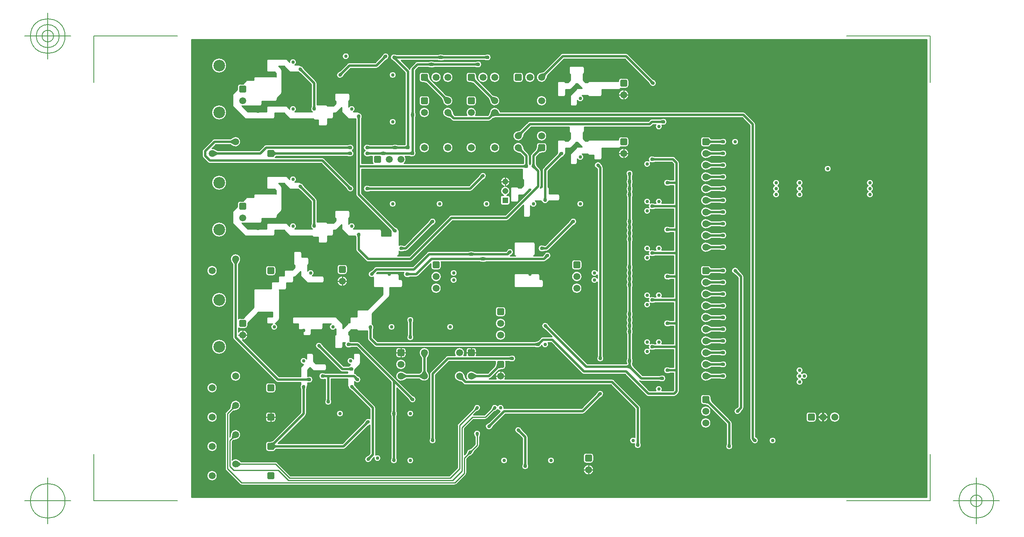
<source format=gbr>
G04 Generated by Ultiboard 12.0 *
%FSLAX25Y25*%
%MOIN*%

%ADD10C,0.00001*%
%ADD11C,0.01000*%
%ADD12C,0.02000*%
%ADD13C,0.00500*%
%ADD14C,0.18000*%
%ADD15C,0.03000*%
%ADD16C,0.05937*%
%ADD17R,0.03937X0.03937*%
%ADD18C,0.02000*%
%ADD19C,0.09874*%
%ADD20C,0.05150*%
%ADD21R,0.05150X0.05150*%


G04 ColorRGB FF6600 for the following layer *
%LNCopper3_InnerBottom*%
%LPD*%
G54D10*
G36*
X1507Y1507D02*
X1507Y1507D01*
X628414Y1507D01*
X628414Y392194D01*
X1507Y392194D01*
X1507Y1507D01*
D02*
G37*
%LPC*%
G36*
X226000Y11990D02*
X226000Y11990D01*
X44002Y11990D01*
G75*
D01*
G02X42579Y12579I-1J2010*
G01*
X42579Y12579D01*
X30579Y24579D01*
G75*
D01*
G02X29990Y26003I1420J1421*
G01*
X29990Y26003D01*
X29990Y72998D01*
G75*
D01*
G02X30579Y74421I2010J1*
G01*
X30579Y74421D01*
X34277Y78119D01*
X34551Y80510D01*
G74*
D01*
G02X34599Y80771I1997J232*
G01*
G75*
D01*
G02X39771Y75598I4401J-772*
G01*
G74*
D01*
G02X39510Y75551I486J1950*
G01*
X39510Y75551D01*
X37119Y75277D01*
X34010Y72168D01*
X34010Y52852D01*
X34277Y53119D01*
X34551Y55510D01*
G74*
D01*
G02X34599Y55771I1997J232*
G01*
G75*
D01*
G02X39771Y50598I4401J-772*
G01*
G74*
D01*
G02X39510Y50551I486J1950*
G01*
X39510Y50551D01*
X37119Y50277D01*
X36010Y49168D01*
X36010Y33320D01*
G75*
D01*
G02X41567Y33657I2990J-3319*
G01*
G74*
D01*
G02X41789Y33504I1026J1727*
G01*
X41789Y33504D01*
X43670Y32010D01*
X73000Y32010D01*
G74*
D01*
G02X74423Y31419I1J2010*
G01*
X74423Y31419D01*
X85832Y20010D01*
X221168Y20010D01*
X227990Y26832D01*
X227990Y62996D01*
G75*
D01*
G02X228579Y64421I2010J3*
G01*
X228579Y64421D01*
X241515Y77357D01*
X242198Y79099D01*
G74*
D01*
G02X242350Y79406I1870J735*
G01*
G75*
D01*
G02X246406Y75350I2648J-1408*
G01*
G74*
D01*
G02X246096Y75197I1041J1718*
G01*
X246096Y75197D01*
X244357Y74515D01*
X241852Y72010D01*
X251168Y72010D01*
X256515Y77357D01*
X257198Y79099D01*
G74*
D01*
G02X257350Y79406I1870J735*
G01*
G75*
D01*
G02X262500Y79658I2650J-1404*
G01*
G75*
D01*
G02X267960Y77512I2502J-1654*
G01*
G75*
D01*
G02X268002Y77512I21J-2512*
G01*
X268002Y77512D01*
X333959Y77512D01*
X346276Y89829D01*
X347487Y91661D01*
G74*
D01*
G02X347879Y92121I2094J1387*
G01*
G75*
D01*
G02X352121Y87879I2121J-2121*
G01*
G74*
D01*
G02X351657Y87485I1845J1703*
G01*
X351657Y87485D01*
X349829Y86276D01*
X336779Y73226D01*
G74*
D01*
G02X335259Y72501I1779J1774*
G01*
G75*
D01*
G02X334998Y72488I-255J2499*
G01*
X334998Y72488D01*
X269041Y72488D01*
X258724Y62171D01*
X257513Y60339D01*
G74*
D01*
G02X257121Y59879I2094J1387*
G01*
G75*
D01*
G02X252879Y64121I-2121J2121*
G01*
G74*
D01*
G02X253340Y64513I1845J1703*
G01*
X253340Y64513D01*
X255171Y65724D01*
X264491Y75044D01*
G74*
D01*
G02X262500Y76342I508J2956*
G01*
G74*
D01*
G02X261406Y75350I2499J1657*
G01*
G74*
D01*
G02X261096Y75197I1041J1718*
G01*
X261096Y75197D01*
X259357Y74515D01*
X253423Y68581D01*
G74*
D01*
G02X252000Y67990I1423J1418*
G01*
X252000Y67990D01*
X241832Y67990D01*
X234010Y60168D01*
X234010Y37852D01*
X235515Y39357D01*
X236198Y41099D01*
G74*
D01*
G02X236350Y41406I1870J735*
G01*
G74*
D01*
G02X237594Y42650I2649J1405*
G01*
G74*
D01*
G02X237904Y42803I1041J1718*
G01*
X237904Y42803D01*
X239643Y43485D01*
X242990Y46832D01*
X242990Y53081D01*
X242242Y54796D01*
G74*
D01*
G02X242132Y55120I1839J805*
G01*
G75*
D01*
G02X247868Y55120I2868J877*
G01*
G74*
D01*
G02X247757Y54792I1951J478*
G01*
X247757Y54792D01*
X247010Y53081D01*
X247010Y46000D01*
G75*
D01*
G02X246419Y44577I-2010J1*
G01*
X246419Y44577D01*
X242485Y40643D01*
X241802Y38901D01*
G74*
D01*
G02X241650Y38594I1870J735*
G01*
G74*
D01*
G02X240406Y37350I2649J1405*
G01*
G74*
D01*
G02X240096Y37197I1041J1718*
G01*
X240096Y37197D01*
X238357Y36515D01*
X236010Y34168D01*
X236010Y22000D01*
G75*
D01*
G02X235419Y20577I-2010J1*
G01*
X235419Y20577D01*
X227423Y12581D01*
G74*
D01*
G02X226029Y11991I1422J1419*
G01*
G75*
D01*
G02X226000Y11990I-84J2007*
G01*
D02*
G37*
G36*
X22986Y92981D02*
G75*
D01*
G02X22986Y92981I-3986J2019*
G01*
D02*
G37*
G36*
X73481Y93031D02*
G75*
D01*
G02X70969Y90519I-2512J0*
G01*
X70969Y90519D01*
X67031Y90519D01*
G75*
D01*
G02X64519Y93031I0J2512*
G01*
X64519Y93031D01*
X64519Y96969D01*
G75*
D01*
G02X67031Y99481I2512J0*
G01*
X67031Y99481D01*
X70969Y99481D01*
G74*
D01*
G02X73481Y96969I0J2512*
G01*
X73481Y96969D01*
X73481Y93031D01*
D02*
G37*
G36*
X130000Y190469D02*
X130000Y190469D01*
X130000Y187969D01*
X130000Y187969D01*
X130000Y187969D01*
X130000Y190469D01*
G74*
D01*
G02X134469Y186000I0J4469*
G01*
X134469Y186000D01*
X131969Y186000D01*
X131969Y186000D01*
X131969Y186000D01*
X134469Y186000D01*
G74*
D01*
G02X130000Y181531I4469J0*
G01*
X130000Y181531D01*
X130000Y184031D01*
X130000Y184031D01*
X130000Y184031D01*
X130000Y181531D01*
G74*
D01*
G02X125531Y186000I0J4469*
G01*
X125531Y186000D01*
X128031Y186000D01*
X128031Y186000D01*
X128031Y186000D01*
X125531Y186000D01*
G74*
D01*
G02X130000Y190469I4469J0*
G01*
D02*
G37*
G36*
X98774Y71221D02*
X98774Y71221D01*
X92981Y65428D01*
X75065Y47512D01*
X129959Y47512D01*
X148276Y65829D01*
X149487Y67661D01*
G74*
D01*
G02X149879Y68121I2094J1387*
G01*
G75*
D01*
G02X153488Y68605I2121J-2120*
G01*
X153488Y68605D01*
X153488Y76959D01*
X138171Y92276D01*
X137105Y92981D01*
X137105Y92981D01*
X136339Y93487D01*
G74*
D01*
G02X135879Y93879I1387J2094*
G01*
G74*
D01*
G02X135003Y95866I2120J2121*
G01*
G75*
D01*
G02X134490Y97000I996J1134*
G01*
X134490Y97000D01*
X134490Y102488D01*
X120512Y102488D01*
X120512Y85754D01*
X120950Y83607D01*
G75*
D01*
G02X121000Y83000I-2459J-508*
G01*
G75*
D01*
G02X115000Y83000I-3000J0*
G01*
G75*
D01*
G02X115049Y83602I2509J99*
G01*
X115049Y83602D01*
X115488Y85754D01*
X115488Y102434D01*
X113604Y102049D01*
G74*
D01*
G02X113326Y102008I505J2461*
G01*
G75*
D01*
G02X113000Y102000I-224J2502*
G01*
G75*
D01*
G02X113000Y108000I0J3000*
G01*
G75*
D01*
G02X113604Y107951I100J-2509*
G01*
X113604Y107951D01*
X115754Y107512D01*
X134490Y107512D01*
X134490Y108488D01*
X130003Y108488D01*
G75*
D01*
G02X128224Y109224I-2J2512*
G01*
X128224Y109224D01*
X110171Y127276D01*
X108339Y128487D01*
G74*
D01*
G02X107879Y128879I1387J2094*
G01*
G75*
D01*
G02X112121Y133121I2121J2121*
G01*
G74*
D01*
G02X112513Y132660I1703J1845*
G01*
X112513Y132660D01*
X113724Y130829D01*
X131041Y113512D01*
X135246Y113512D01*
X135410Y113546D01*
X136868Y115003D01*
G75*
D01*
G02X139490Y119673I134J2996*
G01*
X139490Y119673D01*
X139490Y123000D01*
G75*
D01*
G02X141000Y124510I1510J0*
G01*
X141000Y124510D01*
X144000Y124510D01*
G74*
D01*
G02X145510Y123000I0J1510*
G01*
X145510Y123000D01*
X145510Y116000D01*
G75*
D01*
G02X145066Y114930I-1510J-1*
G01*
X145066Y114930D01*
X140997Y110862D01*
G74*
D01*
G02X140510Y109357I2997J138*
G01*
X140510Y109357D01*
X140510Y107460D01*
G74*
D01*
G02X140742Y107400I512J2459*
G01*
G74*
D01*
G02X141779Y106774I741J2400*
G01*
X141779Y106774D01*
X142829Y105724D01*
X144661Y104513D01*
G74*
D01*
G02X145121Y104121I1387J2094*
G01*
G75*
D01*
G02X140879Y99878I-2121J-2122*
G01*
G74*
D01*
G02X140510Y100306I1706J1844*
G01*
X140510Y100306D01*
X140510Y97665D01*
X140513Y97660D01*
X140513Y97660D01*
X141724Y95829D01*
X144572Y92981D01*
X144572Y92981D01*
X157774Y79779D01*
G74*
D01*
G02X158512Y78000I1774J1779*
G01*
X158512Y78000D01*
X158512Y38000D01*
G75*
D01*
G02X158478Y37585I-2512J-3*
G01*
G75*
D01*
G02X157040Y35487I1521J-2585*
G01*
X157040Y35487D01*
X155724Y34171D01*
X154513Y32339D01*
G74*
D01*
G02X154121Y31879I2094J1387*
G01*
G75*
D01*
G02X149879Y36121I-2121J2121*
G01*
G74*
D01*
G02X150340Y36513I1845J1703*
G01*
X150340Y36513D01*
X152171Y37724D01*
X153488Y39041D01*
X153488Y63373D01*
X151829Y62276D01*
X132779Y43226D01*
G74*
D01*
G02X131570Y42553I1779J1773*
G01*
G75*
D01*
G02X130998Y42488I-568J2447*
G01*
X130998Y42488D01*
X73635Y42488D01*
X73385Y42345D01*
G74*
D01*
G02X70969Y40519I2416J685*
G01*
X70969Y40519D01*
X67031Y40519D01*
G75*
D01*
G02X64519Y43031I0J2512*
G01*
X64519Y43031D01*
X64519Y46969D01*
G75*
D01*
G02X67031Y49481I2512J0*
G01*
X67031Y49481D01*
X68400Y49481D01*
X70501Y50054D01*
X94488Y74041D01*
X94488Y93246D01*
X94049Y95398D01*
G75*
D01*
G02X94000Y96000I2460J503*
G01*
G74*
D01*
G02X94490Y97643I3000J0*
G01*
X94490Y97643D01*
X94490Y99488D01*
X75003Y99488D01*
G75*
D01*
G02X73224Y100224I-2J2512*
G01*
X73224Y100224D01*
X37224Y136224D01*
G75*
D01*
G02X36488Y138004I1775J1776*
G01*
X36488Y138004D01*
X36488Y200365D01*
X35109Y202777D01*
G74*
D01*
G02X34949Y203113I2183J1245*
G01*
G75*
D01*
G02X43050Y203113I4051J1886*
G01*
G74*
D01*
G02X42888Y202774I2341J911*
G01*
X42888Y202774D01*
X41512Y200365D01*
X41512Y153969D01*
G75*
D01*
G02X43031Y154481I1520J-1999*
G01*
X43031Y154481D01*
X45345Y154481D01*
X54490Y163625D01*
X54490Y178000D01*
G75*
D01*
G02X56000Y179510I1510J0*
G01*
X56000Y179510D01*
X69572Y179510D01*
G75*
D01*
G02X69490Y180000I1427J491*
G01*
X69490Y180000D01*
X69490Y184000D01*
G75*
D01*
G02X71000Y185510I1510J0*
G01*
X71000Y185510D01*
X75490Y185510D01*
X75490Y189000D01*
G75*
D01*
G02X77000Y190510I1510J0*
G01*
X77000Y190510D01*
X80490Y190510D01*
X80490Y194000D01*
G75*
D01*
G02X82000Y195510I1510J0*
G01*
X82000Y195510D01*
X87375Y195510D01*
X89490Y197625D01*
X89490Y199579D01*
G75*
D01*
G02X88490Y201000I509J1421*
G01*
X88490Y201000D01*
X88490Y210000D01*
G75*
D01*
G02X90000Y211510I1510J0*
G01*
X90000Y211510D01*
X94000Y211510D01*
G74*
D01*
G02X95510Y210000I0J1510*
G01*
X95510Y210000D01*
X95510Y206510D01*
X100000Y206510D01*
G74*
D01*
G02X101510Y205000I0J1510*
G01*
X101510Y205000D01*
X101510Y201000D01*
G75*
D01*
G02X100510Y199579I-1510J0*
G01*
X100510Y199579D01*
X100510Y194673D01*
G75*
D01*
G02X104673Y190510I2487J-1676*
G01*
X104673Y190510D01*
X113000Y190510D01*
G74*
D01*
G02X114510Y189000I0J1510*
G01*
X114510Y189000D01*
X114510Y186000D01*
G75*
D01*
G02X113000Y184490I-1510J0*
G01*
X113000Y184490D01*
X101000Y184490D01*
G75*
D01*
G02X100563Y184555I1J1510*
G01*
G74*
D01*
G02X99932Y184932I435J1445*
G01*
X99932Y184932D01*
X97396Y187469D01*
X94932Y189932D01*
G75*
D01*
G02X94490Y191004I1068J1067*
G01*
X94490Y191004D01*
X94490Y194355D01*
X92981Y192846D01*
X90070Y189934D01*
G74*
D01*
G02X89318Y189524I1069J1066*
G01*
G75*
D01*
G02X88998Y189490I-319J1475*
G01*
X88998Y189490D01*
X88510Y189490D01*
X88510Y186000D01*
G75*
D01*
G02X87000Y184490I-1510J0*
G01*
X87000Y184490D01*
X82510Y184490D01*
X82510Y180000D01*
G75*
D01*
G02X81000Y178490I-1510J0*
G01*
X81000Y178490D01*
X76428Y178490D01*
G74*
D01*
G02X76510Y178000I1427J491*
G01*
X76510Y178000D01*
X76510Y154000D01*
G75*
D01*
G02X76066Y152930I-1510J-1*
G01*
X76066Y152930D01*
X73070Y149934D01*
G74*
D01*
G02X72966Y149840I1063J1072*
G01*
G75*
D01*
G02X70327Y149490I-966J-2839*
G01*
X70327Y149490D01*
X67000Y149490D01*
G75*
D01*
G02X65490Y151000I0J1510*
G01*
X65490Y151000D01*
X65490Y154000D01*
G75*
D01*
G02X67000Y155510I1510J0*
G01*
X67000Y155510D01*
X70375Y155510D01*
X70490Y155625D01*
X70490Y159490D01*
X58625Y159490D01*
X49481Y150345D01*
X49481Y148031D01*
G75*
D01*
G02X46969Y145519I-2512J0*
G01*
X46969Y145519D01*
X43031Y145519D01*
G75*
D01*
G02X41512Y146031I1J2512*
G01*
X41512Y146031D01*
X41512Y142793D01*
G74*
D01*
G02X45000Y144469I3488J2792*
G01*
X45000Y144469D01*
X45000Y141969D01*
X45000Y141969D01*
X45000Y141969D01*
X45000Y144469D01*
G74*
D01*
G02X49469Y140000I0J4469*
G01*
X49469Y140000D01*
X46969Y140000D01*
X46969Y140000D01*
X46969Y140000D01*
X49469Y140000D01*
G74*
D01*
G02X45021Y135532I4469J1*
G01*
X45021Y135532D01*
X76041Y104512D01*
X94490Y104512D01*
X94490Y111997D01*
G75*
D01*
G02X94932Y113068I1510J4*
G01*
X94932Y113068D01*
X96868Y115003D01*
G75*
D01*
G02X99490Y119673I134J2996*
G01*
X99490Y119673D01*
X99490Y123000D01*
G75*
D01*
G02X101000Y124510I1510J0*
G01*
X101000Y124510D01*
X104000Y124510D01*
G74*
D01*
G02X105510Y123000I0J1510*
G01*
X105510Y123000D01*
X105510Y117625D01*
X107625Y115510D01*
X115000Y115510D01*
G74*
D01*
G02X116510Y114000I0J1510*
G01*
X116510Y114000D01*
X116510Y111000D01*
G75*
D01*
G02X115000Y109490I-1510J0*
G01*
X115000Y109490D01*
X106000Y109490D01*
G75*
D01*
G02X105695Y109521I-1J1510*
G01*
G74*
D01*
G02X104932Y109932I304J1479*
G01*
X104932Y109932D01*
X102500Y112365D01*
X100510Y110375D01*
X100510Y104770D01*
X101398Y104951D01*
G75*
D01*
G02X102000Y105000I503J-2460*
G01*
G75*
D01*
G02X102000Y99000I0J-3000*
G01*
G75*
D01*
G02X101820Y98999I-104J2509*
G01*
G74*
D01*
G02X101398Y99049I84J2511*
G01*
X101398Y99049D01*
X100510Y99230D01*
X100510Y97000D01*
G75*
D01*
G02X100002Y95871I-1510J1*
G01*
G74*
D01*
G02X99950Y95393I2512J31*
G01*
X99950Y95393D01*
X99512Y93246D01*
X99512Y73000D01*
G75*
D01*
G02X98774Y71221I-2512J0*
G01*
D02*
G37*
G36*
X193000Y189488D02*
X193000Y189488D01*
X187754Y189488D01*
X187469Y189430D01*
X187469Y189430D01*
X185604Y189049D01*
G74*
D01*
G02X185326Y189008I505J2461*
G01*
G75*
D01*
G02X185000Y189000I-224J2502*
G01*
G75*
D01*
G02X182395Y193488I0J3000*
G01*
X182395Y193488D01*
X160041Y193488D01*
X159062Y192510D01*
X177000Y192510D01*
G74*
D01*
G02X178510Y191000I0J1510*
G01*
X178510Y191000D01*
X178510Y187510D01*
X180000Y187510D01*
G74*
D01*
G02X181510Y186000I0J1510*
G01*
X181510Y186000D01*
X181510Y182000D01*
G75*
D01*
G02X180000Y180490I-1510J0*
G01*
X180000Y180490D01*
X170510Y180490D01*
X170510Y174000D01*
G75*
D01*
G02X170066Y172930I-1510J-1*
G01*
X170066Y172930D01*
X155510Y158375D01*
X155510Y149592D01*
G74*
D01*
G02X157000Y147000I1509J2592*
G01*
G75*
D01*
G02X156950Y146393I-2509J-99*
G01*
X156950Y146393D01*
X156512Y144246D01*
X156512Y138041D01*
X160041Y134512D01*
X294246Y134512D01*
X295826Y134835D01*
X297171Y135724D01*
X299224Y137776D01*
G75*
D01*
G02X301003Y138512I1776J-1775*
G01*
X301003Y138512D01*
X308935Y138512D01*
X303171Y144276D01*
X301339Y145487D01*
G74*
D01*
G02X300879Y145879I1387J2094*
G01*
G75*
D01*
G02X305121Y150121I2121J2121*
G01*
G74*
D01*
G02X305513Y149660I1703J1845*
G01*
X305513Y149660D01*
X306724Y147829D01*
X339041Y115512D01*
X372246Y115512D01*
X372426Y115549D01*
X372049Y117398D01*
G75*
D01*
G02X372000Y118000I2460J503*
G01*
G75*
D01*
G02X372049Y118602I2509J99*
G01*
X372049Y118602D01*
X372488Y120754D01*
X372488Y140246D01*
X372049Y142398D01*
G75*
D01*
G02X372000Y143000I2460J503*
G01*
G75*
D01*
G02X372049Y143602I2509J99*
G01*
X372049Y143602D01*
X372436Y145500D01*
X372049Y147398D01*
G75*
D01*
G02X372000Y148000I2460J503*
G01*
G75*
D01*
G02X372049Y148602I2509J99*
G01*
X372049Y148602D01*
X372436Y150500D01*
X372049Y152398D01*
G75*
D01*
G02X372000Y153000I2460J503*
G01*
G75*
D01*
G02X372049Y153602I2509J99*
G01*
X372049Y153602D01*
X372436Y155500D01*
X372049Y157398D01*
G75*
D01*
G02X372000Y158000I2460J503*
G01*
G75*
D01*
G02X372049Y158602I2509J99*
G01*
X372049Y158602D01*
X372488Y160754D01*
X372488Y180246D01*
X372049Y182398D01*
G75*
D01*
G02X372000Y183000I2460J503*
G01*
G75*
D01*
G02X372049Y183602I2509J99*
G01*
X372049Y183602D01*
X372436Y185500D01*
X372049Y187398D01*
G75*
D01*
G02X372000Y188000I2460J503*
G01*
G75*
D01*
G02X372049Y188602I2509J99*
G01*
X372049Y188602D01*
X372436Y190500D01*
X372049Y192398D01*
G75*
D01*
G02X372000Y193000I2460J503*
G01*
G75*
D01*
G02X372049Y193602I2509J99*
G01*
X372049Y193602D01*
X372436Y195500D01*
X372049Y197398D01*
G75*
D01*
G02X372000Y198000I2460J503*
G01*
G75*
D01*
G02X372049Y198602I2509J99*
G01*
X372049Y198602D01*
X372488Y200754D01*
X372488Y219246D01*
X372049Y221398D01*
G75*
D01*
G02X372000Y222000I2460J503*
G01*
G75*
D01*
G02X372049Y222602I2509J99*
G01*
X372049Y222602D01*
X372436Y224500D01*
X372049Y226398D01*
G75*
D01*
G02X372000Y227000I2460J503*
G01*
G75*
D01*
G02X372049Y227602I2509J99*
G01*
X372049Y227602D01*
X372436Y229500D01*
X372049Y231398D01*
G75*
D01*
G02X372000Y232000I2460J503*
G01*
G75*
D01*
G02X372049Y232602I2509J99*
G01*
X372049Y232602D01*
X372436Y234500D01*
X372049Y236398D01*
G75*
D01*
G02X372000Y237000I2460J503*
G01*
G75*
D01*
G02X372049Y237602I2509J99*
G01*
X372049Y237602D01*
X372488Y239754D01*
X372488Y257246D01*
X372049Y259398D01*
G75*
D01*
G02X372000Y260000I2460J503*
G01*
G75*
D01*
G02X372049Y260602I2509J99*
G01*
X372049Y260602D01*
X372436Y262500D01*
X372049Y264398D01*
G75*
D01*
G02X372000Y265000I2460J503*
G01*
G75*
D01*
G02X372049Y265602I2509J99*
G01*
X372049Y265602D01*
X372488Y267754D01*
X372488Y268246D01*
X372049Y270398D01*
G75*
D01*
G02X372000Y271000I2460J503*
G01*
G75*
D01*
G02X372049Y271602I2509J99*
G01*
X372049Y271602D01*
X372488Y273754D01*
X372488Y275246D01*
X372049Y277398D01*
G75*
D01*
G02X372000Y278000I2460J503*
G01*
G75*
D01*
G02X378000Y278000I3000J0*
G01*
G75*
D01*
G02X377950Y277393I-2509J-99*
G01*
X377950Y277393D01*
X377512Y275246D01*
X377512Y273754D01*
X377950Y271607D01*
G75*
D01*
G02X378000Y271000I-2459J-508*
G01*
G75*
D01*
G02X377950Y270393I-2509J-99*
G01*
X377950Y270393D01*
X377512Y268246D01*
X377512Y267754D01*
X377950Y265607D01*
G75*
D01*
G02X378000Y265000I-2459J-508*
G01*
G75*
D01*
G02X377950Y264393I-2509J-99*
G01*
X377950Y264393D01*
X377564Y262500D01*
X377950Y260607D01*
G75*
D01*
G02X378000Y260000I-2459J-508*
G01*
G75*
D01*
G02X377950Y259393I-2509J-99*
G01*
X377950Y259393D01*
X377512Y257246D01*
X377512Y239754D01*
X377950Y237607D01*
G75*
D01*
G02X378000Y237000I-2459J-508*
G01*
G75*
D01*
G02X377950Y236393I-2509J-99*
G01*
X377950Y236393D01*
X377564Y234500D01*
X377950Y232607D01*
G75*
D01*
G02X378000Y232000I-2459J-508*
G01*
G75*
D01*
G02X377950Y231393I-2509J-99*
G01*
X377950Y231393D01*
X377564Y229500D01*
X377950Y227607D01*
G75*
D01*
G02X378000Y227000I-2459J-508*
G01*
G75*
D01*
G02X377950Y226393I-2509J-99*
G01*
X377950Y226393D01*
X377564Y224500D01*
X377950Y222607D01*
G75*
D01*
G02X378000Y222000I-2459J-508*
G01*
G75*
D01*
G02X377950Y221393I-2509J-99*
G01*
X377950Y221393D01*
X377512Y219246D01*
X377512Y200754D01*
X377950Y198607D01*
G75*
D01*
G02X378000Y198000I-2459J-508*
G01*
G75*
D01*
G02X377950Y197393I-2509J-99*
G01*
X377950Y197393D01*
X377564Y195500D01*
X377950Y193607D01*
G75*
D01*
G02X378000Y193000I-2459J-508*
G01*
G75*
D01*
G02X377950Y192393I-2509J-99*
G01*
X377950Y192393D01*
X377564Y190500D01*
X377950Y188607D01*
G75*
D01*
G02X378000Y188000I-2459J-508*
G01*
G75*
D01*
G02X377950Y187393I-2509J-99*
G01*
X377950Y187393D01*
X377564Y185500D01*
X377950Y183607D01*
G75*
D01*
G02X378000Y183000I-2459J-508*
G01*
G75*
D01*
G02X377950Y182393I-2509J-99*
G01*
X377950Y182393D01*
X377512Y180246D01*
X377512Y160754D01*
X377950Y158607D01*
G75*
D01*
G02X378000Y158000I-2459J-508*
G01*
G75*
D01*
G02X377950Y157393I-2509J-99*
G01*
X377950Y157393D01*
X377564Y155500D01*
X377950Y153607D01*
G75*
D01*
G02X378000Y153000I-2459J-508*
G01*
G75*
D01*
G02X377950Y152393I-2509J-99*
G01*
X377950Y152393D01*
X377564Y150500D01*
X377950Y148607D01*
G75*
D01*
G02X378000Y148000I-2459J-508*
G01*
G75*
D01*
G02X377950Y147393I-2509J-99*
G01*
X377950Y147393D01*
X377564Y145500D01*
X377950Y143607D01*
G75*
D01*
G02X378000Y143000I-2459J-508*
G01*
G75*
D01*
G02X377950Y142393I-2509J-99*
G01*
X377950Y142393D01*
X377512Y140246D01*
X377512Y120754D01*
X377950Y118607D01*
G75*
D01*
G02X378000Y118000I-2459J-508*
G01*
G75*
D01*
G02X377950Y117393I-2509J-99*
G01*
X377950Y117393D01*
X377564Y115500D01*
X377835Y114174D01*
X378724Y112829D01*
X386041Y105512D01*
X400246Y105512D01*
X402398Y105951D01*
G75*
D01*
G02X403000Y106000I503J-2460*
G01*
G75*
D01*
G02X403000Y100000I0J-3000*
G01*
G75*
D01*
G02X402820Y99999I-104J2509*
G01*
G74*
D01*
G02X402398Y100049I84J2511*
G01*
X402398Y100049D01*
X400246Y100488D01*
X385003Y100488D01*
G75*
D01*
G02X383706Y100847I-3J2512*
G01*
X383706Y100847D01*
X391572Y92981D01*
X391572Y92981D01*
X392041Y92512D01*
X397395Y92512D01*
G75*
D01*
G02X402605Y92512I2605J1488*
G01*
X402605Y92512D01*
X411959Y92512D01*
X412428Y92981D01*
X412428Y92981D01*
X412488Y93041D01*
X412488Y107488D01*
X409754Y107488D01*
X407604Y107049D01*
G74*
D01*
G02X407326Y107008I505J2461*
G01*
G75*
D01*
G02X407000Y107000I-224J2502*
G01*
G75*
D01*
G02X407000Y113000I0J3000*
G01*
G75*
D01*
G02X407604Y112951I100J-2509*
G01*
X407604Y112951D01*
X409754Y112512D01*
X412488Y112512D01*
X412488Y127488D01*
X396754Y127488D01*
X394604Y127049D01*
G74*
D01*
G02X394326Y127008I505J2461*
G01*
G75*
D01*
G02X394000Y127000I-224J2502*
G01*
G74*
D01*
G02X392707Y127293I0J3000*
G01*
G75*
D01*
G02X391293Y128707I-2706J-1292*
G01*
G75*
D01*
G02X391293Y131293I2706J1293*
G01*
G75*
D01*
G02X392707Y132707I-1292J2706*
G01*
G74*
D01*
G02X394000Y133000I1293J2706*
G01*
G75*
D01*
G02X394604Y132951I100J-2509*
G01*
X394604Y132951D01*
X396754Y132512D01*
X397395Y132512D01*
G75*
D01*
G02X402605Y132512I2605J1488*
G01*
X402605Y132512D01*
X412488Y132512D01*
X412488Y147488D01*
X409754Y147488D01*
X407604Y147049D01*
G74*
D01*
G02X407326Y147008I505J2461*
G01*
G75*
D01*
G02X407000Y147000I-224J2502*
G01*
G75*
D01*
G02X407000Y153000I0J3000*
G01*
G75*
D01*
G02X407604Y152951I100J-2509*
G01*
X407604Y152951D01*
X409754Y152512D01*
X412488Y152512D01*
X412488Y167488D01*
X396754Y167488D01*
X394604Y167049D01*
G74*
D01*
G02X394326Y167008I505J2461*
G01*
G75*
D01*
G02X394000Y167000I-224J2502*
G01*
G74*
D01*
G02X392707Y167293I0J3000*
G01*
G75*
D01*
G02X391293Y168707I-2706J-1292*
G01*
G75*
D01*
G02X391293Y171293I2706J1293*
G01*
G75*
D01*
G02X392707Y172707I-1292J2706*
G01*
G74*
D01*
G02X394000Y173000I1293J2706*
G01*
G75*
D01*
G02X394604Y172951I100J-2509*
G01*
X394604Y172951D01*
X396754Y172512D01*
X397395Y172512D01*
G75*
D01*
G02X402605Y172512I2605J1488*
G01*
X402605Y172512D01*
X412488Y172512D01*
X412488Y187488D01*
X409754Y187488D01*
X409662Y187469D01*
X409662Y187469D01*
X407604Y187049D01*
G74*
D01*
G02X407326Y187008I505J2461*
G01*
G75*
D01*
G02X407000Y187000I-224J2502*
G01*
G75*
D01*
G02X407000Y193000I0J3000*
G01*
G75*
D01*
G02X407604Y192951I100J-2509*
G01*
X407604Y192951D01*
X409754Y192512D01*
X412488Y192512D01*
X412488Y207488D01*
X396754Y207488D01*
X394604Y207049D01*
G74*
D01*
G02X394326Y207008I505J2461*
G01*
G75*
D01*
G02X394000Y207000I-224J2502*
G01*
G74*
D01*
G02X392707Y207293I0J3000*
G01*
G75*
D01*
G02X391293Y208707I-2706J-1292*
G01*
G75*
D01*
G02X391293Y211293I2706J1293*
G01*
G75*
D01*
G02X392707Y212707I-1292J2706*
G01*
G74*
D01*
G02X394000Y213000I1293J2706*
G01*
G75*
D01*
G02X394604Y212951I100J-2509*
G01*
X394604Y212951D01*
X396754Y212512D01*
X397395Y212512D01*
G75*
D01*
G02X402605Y212512I2605J1488*
G01*
X402605Y212512D01*
X412488Y212512D01*
X412488Y227488D01*
X409754Y227488D01*
X407604Y227049D01*
G74*
D01*
G02X407326Y227008I505J2461*
G01*
G75*
D01*
G02X407000Y227000I-224J2502*
G01*
G75*
D01*
G02X407000Y233000I0J3000*
G01*
G75*
D01*
G02X407604Y232951I100J-2509*
G01*
X407604Y232951D01*
X409754Y232512D01*
X412488Y232512D01*
X412488Y247488D01*
X396754Y247488D01*
X394604Y247049D01*
G74*
D01*
G02X394326Y247008I505J2461*
G01*
G75*
D01*
G02X394000Y247000I-224J2502*
G01*
G74*
D01*
G02X392707Y247293I0J3000*
G01*
G75*
D01*
G02X391293Y248707I-2706J-1292*
G01*
G75*
D01*
G02X391293Y251293I2706J1293*
G01*
G75*
D01*
G02X392707Y252707I-1292J2706*
G01*
G74*
D01*
G02X394000Y253000I1293J2706*
G01*
G75*
D01*
G02X394604Y252951I100J-2509*
G01*
X394604Y252951D01*
X396754Y252512D01*
X397395Y252512D01*
G75*
D01*
G02X402605Y252512I2605J1488*
G01*
X402605Y252512D01*
X412488Y252512D01*
X412488Y267488D01*
X409754Y267488D01*
X407604Y267049D01*
G74*
D01*
G02X407326Y267008I505J2461*
G01*
G75*
D01*
G02X407000Y267000I-224J2502*
G01*
G75*
D01*
G02X407000Y273000I0J3000*
G01*
G75*
D01*
G02X407604Y272951I100J-2509*
G01*
X407604Y272951D01*
X409754Y272512D01*
X412488Y272512D01*
X412488Y285959D01*
X410959Y287488D01*
X396754Y287488D01*
X394604Y287049D01*
G74*
D01*
G02X394326Y287008I505J2461*
G01*
G75*
D01*
G02X394000Y287000I-224J2502*
G01*
G74*
D01*
G02X392707Y287293I0J3000*
G01*
G75*
D01*
G02X391293Y288707I-2706J-1292*
G01*
G75*
D01*
G02X394000Y293000I2705J1294*
G01*
G75*
D01*
G02X394604Y292951I100J-2509*
G01*
X394604Y292951D01*
X396754Y292512D01*
X411997Y292512D01*
G75*
D01*
G02X412742Y292400I3J-2512*
G01*
G74*
D01*
G02X413779Y291774I741J2400*
G01*
X413779Y291774D01*
X416774Y288779D01*
G74*
D01*
G02X417512Y287000I1774J1779*
G01*
X417512Y287000D01*
X417512Y92000D01*
G75*
D01*
G02X416774Y90221I-2512J0*
G01*
X416774Y90221D01*
X414779Y88226D01*
G74*
D01*
G02X413000Y87488I1779J1774*
G01*
X413000Y87488D01*
X391003Y87488D01*
G75*
D01*
G02X389224Y88224I-2J2512*
G01*
X389224Y88224D01*
X384466Y92981D01*
X384466Y92981D01*
X376446Y101002D01*
X370959Y106488D01*
X336003Y106488D01*
G75*
D01*
G02X334224Y107224I-2J2512*
G01*
X334224Y107224D01*
X307959Y133488D01*
X305605Y133488D01*
G75*
D01*
G02X300101Y131229I-2605J-1489*
G01*
X300101Y131229D01*
X299513Y130339D01*
G74*
D01*
G02X299121Y129879I2094J1387*
G01*
G74*
D01*
G02X297000Y129000I2121J2120*
G01*
G75*
D01*
G02X296820Y128999I-104J2509*
G01*
G74*
D01*
G02X296398Y129049I84J2511*
G01*
X296398Y129049D01*
X294246Y129488D01*
X159002Y129488D01*
G75*
D01*
G02X157224Y130224I-1J2512*
G01*
X157224Y130224D01*
X152224Y135224D01*
G75*
D01*
G02X151488Y137003I1775J1776*
G01*
X151488Y137003D01*
X151488Y143490D01*
X144000Y143490D01*
G75*
D01*
G02X142579Y144490I0J1510*
G01*
X142579Y144490D01*
X137625Y144490D01*
X135510Y142375D01*
X135510Y140421D01*
G74*
D01*
G02X136510Y139000I509J1421*
G01*
X136510Y139000D01*
X136510Y135000D01*
G75*
D01*
G02X136492Y134770I-1510J2*
G01*
X136492Y134770D01*
X137754Y134512D01*
X143000Y134512D01*
G74*
D01*
G02X144779Y133774I0J2512*
G01*
X144779Y133774D01*
X175774Y102779D01*
X175779Y102774D01*
X175779Y102774D01*
X185572Y92981D01*
X187469Y91084D01*
X189829Y88724D01*
X191661Y87513D01*
G74*
D01*
G02X192121Y87121I1387J2094*
G01*
G75*
D01*
G02X187879Y82878I-2121J-2122*
G01*
G74*
D01*
G02X187485Y83343I1705J1844*
G01*
X187485Y83343D01*
X187469Y83366D01*
X187469Y83366D01*
X186276Y85171D01*
X178466Y92981D01*
X178466Y92981D01*
X176512Y94935D01*
X176512Y75754D01*
X176950Y73607D01*
G75*
D01*
G02X177000Y73000I-2459J-508*
G01*
G75*
D01*
G02X176950Y72393I-2509J-99*
G01*
X176950Y72393D01*
X176512Y70246D01*
X176512Y35754D01*
X176950Y33607D01*
G75*
D01*
G02X177000Y33000I-2459J-508*
G01*
G75*
D01*
G02X171000Y33000I-3000J0*
G01*
G75*
D01*
G02X171049Y33602I2509J99*
G01*
X171049Y33602D01*
X171488Y35754D01*
X171488Y70246D01*
X171049Y72398D01*
G75*
D01*
G02X171000Y73000I2460J503*
G01*
G75*
D01*
G02X171049Y73602I2509J99*
G01*
X171049Y73602D01*
X171488Y75754D01*
X171488Y99959D01*
X141959Y129488D01*
X137754Y129488D01*
X135604Y129049D01*
G74*
D01*
G02X135326Y129008I505J2461*
G01*
G75*
D01*
G02X135000Y129000I-224J2502*
G01*
G75*
D01*
G02X132396Y133490I0J3000*
G01*
X132396Y133490D01*
X130510Y133490D01*
X130510Y130000D01*
G75*
D01*
G02X129000Y128490I-1510J0*
G01*
X129000Y128490D01*
X125000Y128490D01*
G75*
D01*
G02X123490Y130000I0J1510*
G01*
X123490Y130000D01*
X123490Y139000D01*
G74*
D01*
G02X124490Y140421I1510J0*
G01*
X124490Y140421D01*
X124490Y145327D01*
G75*
D01*
G02X120327Y149490I-2487J1676*
G01*
X120327Y149490D01*
X113510Y149490D01*
X113510Y146000D01*
G75*
D01*
G02X112000Y144490I-1510J0*
G01*
X112000Y144490D01*
X103510Y144490D01*
X103510Y141000D01*
G75*
D01*
G02X102000Y139490I-1510J0*
G01*
X102000Y139490D01*
X98000Y139490D01*
G75*
D01*
G02X96490Y141000I0J1510*
G01*
X96490Y141000D01*
X96490Y144490D01*
X94000Y144490D01*
G75*
D01*
G02X92490Y146000I0J1510*
G01*
X92490Y146000D01*
X92490Y149490D01*
X89000Y149490D01*
G75*
D01*
G02X87490Y151000I0J1510*
G01*
X87490Y151000D01*
X87490Y154000D01*
G75*
D01*
G02X89000Y155510I1510J0*
G01*
X89000Y155510D01*
X124000Y155510D01*
G74*
D01*
G02X125070Y155066I1J1510*
G01*
X125070Y155066D01*
X130066Y150070D01*
G74*
D01*
G02X130510Y149000I1066J1069*
G01*
X130510Y149000D01*
X130510Y145645D01*
X134932Y150068D01*
G75*
D01*
G02X136002Y150510I1067J-1068*
G01*
X136002Y150510D01*
X136490Y150510D01*
X136490Y154000D01*
G75*
D01*
G02X138000Y155510I1510J0*
G01*
X138000Y155510D01*
X142490Y155510D01*
X142490Y160000D01*
G75*
D01*
G02X144000Y161510I1510J0*
G01*
X144000Y161510D01*
X151375Y161510D01*
X164490Y174625D01*
X164490Y180490D01*
X158000Y180490D01*
G75*
D01*
G02X156490Y182000I0J1510*
G01*
X156490Y182000D01*
X156490Y189396D01*
G75*
D01*
G02X152879Y194121I-1489J2604*
G01*
G74*
D01*
G02X153340Y194513I1845J1703*
G01*
X153340Y194513D01*
X155171Y195724D01*
X157224Y197776D01*
G75*
D01*
G02X159003Y198512I1776J-1775*
G01*
X159003Y198512D01*
X189959Y198512D01*
X202224Y210776D01*
G75*
D01*
G02X204002Y211512I1776J-1775*
G01*
X204002Y211512D01*
X237246Y211512D01*
X239398Y211951D01*
G75*
D01*
G02X240000Y212000I503J-2460*
G01*
G75*
D01*
G02X240604Y211951I100J-2509*
G01*
X240604Y211951D01*
X242754Y211512D01*
X269728Y211512D01*
X270487Y212661D01*
G74*
D01*
G02X270879Y213121I2094J1387*
G01*
G75*
D01*
G02X275121Y208879I2121J-2121*
G01*
G74*
D01*
G02X274657Y208485I1845J1703*
G01*
X274657Y208485D01*
X273186Y207512D01*
X277744Y207512D01*
G75*
D01*
G02X276490Y209000I255J1487*
G01*
X276490Y209000D01*
X276490Y218000D01*
G75*
D01*
G02X278000Y219510I1510J0*
G01*
X278000Y219510D01*
X293000Y219510D01*
G74*
D01*
G02X294510Y218000I0J1510*
G01*
X294510Y218000D01*
X294510Y209000D01*
G75*
D01*
G02X293256Y207512I-1510J0*
G01*
X293256Y207512D01*
X300959Y207512D01*
X301276Y207829D01*
X302487Y209661D01*
G74*
D01*
G02X302879Y210121I2094J1387*
G01*
G75*
D01*
G02X307121Y205879I2121J-2121*
G01*
G74*
D01*
G02X306657Y205485I1845J1703*
G01*
X306657Y205485D01*
X304829Y204276D01*
X303779Y203226D01*
G74*
D01*
G02X302000Y202488I1779J1774*
G01*
X302000Y202488D01*
X252754Y202488D01*
X250604Y202049D01*
G74*
D01*
G02X250326Y202008I505J2461*
G01*
G75*
D01*
G02X250000Y202000I-224J2502*
G01*
G75*
D01*
G02X249820Y201999I-104J2509*
G01*
G74*
D01*
G02X249398Y202049I84J2511*
G01*
X249398Y202049D01*
X247246Y202488D01*
X214426Y202488D01*
G74*
D01*
G02X214481Y201969I2456J523*
G01*
X214481Y201969D01*
X214481Y198031D01*
G75*
D01*
G02X211969Y195519I-2512J0*
G01*
X211969Y195519D01*
X208031Y195519D01*
G75*
D01*
G02X205519Y198031I0J2512*
G01*
X205519Y198031D01*
X205519Y200967D01*
X194779Y190226D01*
G74*
D01*
G02X193000Y189488I1779J1774*
G01*
D02*
G37*
G36*
X213683Y187469D02*
G75*
D01*
G02X213683Y187469I-3683J2531*
G01*
D02*
G37*
G36*
X227963Y187469D02*
G75*
D01*
G02X227963Y187469I-2963J-469*
G01*
D02*
G37*
G36*
X300000Y180490D02*
X300000Y180490D01*
X278000Y180490D01*
G75*
D01*
G02X276490Y182000I0J1510*
G01*
X276490Y182000D01*
X276490Y191000D01*
G75*
D01*
G02X278000Y192510I1510J0*
G01*
X278000Y192510D01*
X297000Y192510D01*
G74*
D01*
G02X298510Y191000I0J1510*
G01*
X298510Y191000D01*
X298510Y187510D01*
X300000Y187510D01*
G74*
D01*
G02X301510Y186000I0J1510*
G01*
X301510Y186000D01*
X301510Y182000D01*
G75*
D01*
G02X300000Y180490I-1510J0*
G01*
D02*
G37*
G36*
X185000Y153000D02*
G75*
D01*
G02X191000Y153000I3000J0*
G01*
G75*
D01*
G02X190950Y152393I-2509J-99*
G01*
X190950Y152393D01*
X190512Y150246D01*
X190512Y140754D01*
X190950Y138607D01*
G75*
D01*
G02X191000Y138000I-2459J-508*
G01*
G75*
D01*
G02X185000Y138000I-3000J0*
G01*
G75*
D01*
G02X185049Y138602I2509J99*
G01*
X185049Y138602D01*
X185488Y140754D01*
X185488Y150246D01*
X185049Y152398D01*
G75*
D01*
G02X185000Y153000I2460J503*
G01*
D02*
G37*
G36*
X284490Y242000D02*
X284490Y242000D01*
X284490Y250938D01*
X281957Y248405D01*
X271779Y238226D01*
G74*
D01*
G02X270000Y237488I1779J1774*
G01*
X270000Y237488D01*
X224041Y237488D01*
X189779Y203226D01*
G74*
D01*
G02X188000Y202488I1779J1774*
G01*
X188000Y202488D01*
X152000Y202488D01*
G75*
D01*
G02X151049Y202675I0J2512*
G01*
G74*
D01*
G02X150224Y203224I951J2324*
G01*
X150224Y203224D01*
X142224Y211224D01*
G75*
D01*
G02X141488Y213004I1775J1776*
G01*
X141488Y213004D01*
X141488Y223246D01*
X141234Y224490D01*
X136000Y224490D01*
G75*
D01*
G02X135563Y224555I1J1510*
G01*
G74*
D01*
G02X134932Y224932I435J1445*
G01*
X134932Y224932D01*
X129932Y229932D01*
G75*
D01*
G02X129490Y231004I1068J1067*
G01*
X129490Y231004D01*
X129490Y234355D01*
X125070Y229934D01*
G74*
D01*
G02X124318Y229524I1069J1066*
G01*
G75*
D01*
G02X123998Y229490I-319J1475*
G01*
X123998Y229490D01*
X122510Y229490D01*
X122510Y226000D01*
G75*
D01*
G02X121000Y224490I-1510J0*
G01*
X121000Y224490D01*
X117510Y224490D01*
X117510Y220000D01*
G75*
D01*
G02X116000Y218490I-1510J0*
G01*
X116000Y218490D01*
X111000Y218490D01*
G75*
D01*
G02X109490Y220000I0J1510*
G01*
X109490Y220000D01*
X109490Y223490D01*
X106000Y223490D01*
G75*
D01*
G02X104579Y224490I0J1510*
G01*
X104579Y224490D01*
X86000Y224490D01*
G75*
D01*
G02X85563Y224555I1J1510*
G01*
G74*
D01*
G02X84932Y224932I435J1445*
G01*
X84932Y224932D01*
X80375Y229490D01*
X72510Y229490D01*
X72510Y226000D01*
G75*
D01*
G02X71000Y224490I-1510J0*
G01*
X71000Y224490D01*
X48000Y224490D01*
G75*
D01*
G02X47795Y224504I0J1510*
G01*
G74*
D01*
G02X46932Y224932I204J1495*
G01*
X46932Y224932D01*
X36932Y234932D01*
G75*
D01*
G02X36490Y236004I1068J1067*
G01*
X36490Y236004D01*
X36490Y244997D01*
G75*
D01*
G02X36932Y246068I1510J4*
G01*
X36932Y246068D01*
X40519Y249655D01*
X40519Y251969D01*
G75*
D01*
G02X43031Y254481I2512J0*
G01*
X43031Y254481D01*
X45345Y254481D01*
X47932Y257068D01*
G75*
D01*
G02X49002Y257510I1067J-1068*
G01*
X49002Y257510D01*
X54490Y257510D01*
X54490Y259000D01*
G75*
D01*
G02X56000Y260510I1510J0*
G01*
X56000Y260510D01*
X73000Y260510D01*
G74*
D01*
G02X73490Y260428I1J1510*
G01*
X73490Y260428D01*
X73490Y263375D01*
X72375Y264490D01*
X67000Y264490D01*
G75*
D01*
G02X65490Y266000I0J1510*
G01*
X65490Y266000D01*
X65490Y274000D01*
G75*
D01*
G02X67000Y275510I1510J0*
G01*
X67000Y275510D01*
X82000Y275510D01*
G74*
D01*
G02X83070Y275066I1J1510*
G01*
X83070Y275066D01*
X85003Y273132D01*
G75*
D01*
G02X89673Y270510I2996J-134*
G01*
X89673Y270510D01*
X93000Y270510D01*
G74*
D01*
G02X94134Y269997I0J1510*
G01*
G74*
D01*
G02X96121Y269121I134J2996*
G01*
G74*
D01*
G02X96513Y268660I1703J1845*
G01*
X96513Y268660D01*
X97724Y266829D01*
X107774Y256779D01*
G74*
D01*
G02X108512Y255000I1774J1779*
G01*
X108512Y255000D01*
X108512Y236510D01*
X116000Y236510D01*
G74*
D01*
G02X117421Y235510I0J1510*
G01*
X117421Y235510D01*
X122375Y235510D01*
X124490Y237625D01*
X124490Y239579D01*
G75*
D01*
G02X123490Y241000I509J1421*
G01*
X123490Y241000D01*
X123490Y245000D01*
G75*
D01*
G02X125000Y246510I1510J0*
G01*
X125000Y246510D01*
X135000Y246510D01*
G74*
D01*
G02X136510Y245000I0J1510*
G01*
X136510Y245000D01*
X136510Y241000D01*
G75*
D01*
G02X135510Y239579I-1510J0*
G01*
X135510Y239579D01*
X135510Y234673D01*
G75*
D01*
G02X139673Y230510I2487J-1676*
G01*
X139673Y230510D01*
X162000Y230510D01*
G74*
D01*
G02X163510Y229000I0J1510*
G01*
X163510Y229000D01*
X163510Y224510D01*
X171490Y224510D01*
X171490Y228847D01*
X171276Y229171D01*
X142224Y258224D01*
G75*
D01*
G02X141488Y260003I1775J1776*
G01*
X141488Y260003D01*
X141488Y324246D01*
X141438Y324490D01*
X136000Y324490D01*
G75*
D01*
G02X135563Y324555I1J1510*
G01*
G74*
D01*
G02X134932Y324932I435J1445*
G01*
X134932Y324932D01*
X129932Y329932D01*
G75*
D01*
G02X129490Y331004I1068J1067*
G01*
X129490Y331004D01*
X129490Y334355D01*
X125070Y329934D01*
G74*
D01*
G02X124318Y329524I1069J1066*
G01*
G75*
D01*
G02X123998Y329490I-319J1475*
G01*
X123998Y329490D01*
X122510Y329490D01*
X122510Y326000D01*
G75*
D01*
G02X121000Y324490I-1510J0*
G01*
X121000Y324490D01*
X117510Y324490D01*
X117510Y320000D01*
G75*
D01*
G02X116000Y318490I-1510J0*
G01*
X116000Y318490D01*
X111000Y318490D01*
G75*
D01*
G02X109490Y320000I0J1510*
G01*
X109490Y320000D01*
X109490Y323490D01*
X107000Y323490D01*
G75*
D01*
G02X105579Y324490I0J1510*
G01*
X105579Y324490D01*
X86000Y324490D01*
G75*
D01*
G02X85563Y324555I1J1510*
G01*
G74*
D01*
G02X84932Y324932I435J1445*
G01*
X84932Y324932D01*
X80375Y329490D01*
X72510Y329490D01*
X72510Y326000D01*
G75*
D01*
G02X71000Y324490I-1510J0*
G01*
X71000Y324490D01*
X48000Y324490D01*
G75*
D01*
G02X47795Y324504I0J1510*
G01*
G74*
D01*
G02X46932Y324932I204J1495*
G01*
X46932Y324932D01*
X36932Y334932D01*
G75*
D01*
G02X36490Y336004I1068J1067*
G01*
X36490Y336004D01*
X36490Y344997D01*
G75*
D01*
G02X36932Y346068I1510J4*
G01*
X36932Y346068D01*
X40519Y349655D01*
X40519Y351969D01*
G75*
D01*
G02X43031Y354481I2512J0*
G01*
X43031Y354481D01*
X45345Y354481D01*
X47932Y357068D01*
G75*
D01*
G02X49002Y357510I1067J-1068*
G01*
X49002Y357510D01*
X54490Y357510D01*
X54490Y359000D01*
G75*
D01*
G02X56000Y360510I1510J0*
G01*
X56000Y360510D01*
X73000Y360510D01*
G74*
D01*
G02X73490Y360428I1J1510*
G01*
X73490Y360428D01*
X73490Y363375D01*
X72375Y364490D01*
X67000Y364490D01*
G75*
D01*
G02X65490Y366000I0J1510*
G01*
X65490Y366000D01*
X65490Y374000D01*
G75*
D01*
G02X67000Y375510I1510J0*
G01*
X67000Y375510D01*
X82000Y375510D01*
G74*
D01*
G02X83070Y375066I1J1510*
G01*
X83070Y375066D01*
X85003Y373132D01*
G75*
D01*
G02X89673Y370510I2996J-134*
G01*
X89673Y370510D01*
X93000Y370510D01*
G74*
D01*
G02X94134Y369997I0J1510*
G01*
G74*
D01*
G02X96121Y369121I134J2996*
G01*
G74*
D01*
G02X96513Y368660I1703J1845*
G01*
X96513Y368660D01*
X97724Y366829D01*
X107774Y356779D01*
G74*
D01*
G02X108512Y355000I1774J1779*
G01*
X108512Y355000D01*
X108512Y336510D01*
X116000Y336510D01*
G74*
D01*
G02X117421Y335510I0J1510*
G01*
X117421Y335510D01*
X122375Y335510D01*
X124490Y337625D01*
X124490Y339579D01*
G75*
D01*
G02X123490Y341000I509J1421*
G01*
X123490Y341000D01*
X123490Y345000D01*
G75*
D01*
G02X125000Y346510I1510J0*
G01*
X125000Y346510D01*
X135000Y346510D01*
G74*
D01*
G02X136510Y345000I0J1510*
G01*
X136510Y345000D01*
X136510Y341000D01*
G75*
D01*
G02X135510Y339579I-1510J0*
G01*
X135510Y339579D01*
X135510Y334673D01*
G75*
D01*
G02X139673Y330510I2487J-1676*
G01*
X139673Y330510D01*
X143000Y330510D01*
G74*
D01*
G02X144134Y329997I0J1510*
G01*
G74*
D01*
G02X147000Y327000I133J2996*
G01*
G75*
D01*
G02X146950Y326393I-2509J-99*
G01*
X146950Y326393D01*
X146512Y324246D01*
X146512Y286512D01*
X156031Y286512D01*
G75*
D01*
G02X155519Y288031I1999J1520*
G01*
X155519Y288031D01*
X155519Y291969D01*
G74*
D01*
G02X155574Y292488I2512J4*
G01*
X155574Y292488D01*
X153754Y292488D01*
X151604Y292049D01*
G74*
D01*
G02X151326Y292008I505J2461*
G01*
G75*
D01*
G02X151000Y292000I-224J2502*
G01*
G75*
D01*
G02X149342Y297500I0J3000*
G01*
G75*
D01*
G02X151000Y303000I1655J2501*
G01*
G75*
D01*
G02X151604Y302951I100J-2509*
G01*
X151604Y302951D01*
X153754Y302512D01*
X172246Y302512D01*
X174398Y302951D01*
G75*
D01*
G02X175000Y303000I503J-2460*
G01*
G75*
D01*
G02X175604Y302951I100J-2509*
G01*
X175604Y302951D01*
X177754Y302512D01*
X183246Y302512D01*
X183447Y302553D01*
X183488Y302754D01*
X183488Y363959D01*
X174171Y373276D01*
X172339Y374487D01*
G74*
D01*
G02X171879Y374879I1387J2094*
G01*
G75*
D01*
G02X174000Y380000I2119J2122*
G01*
G75*
D01*
G02X174604Y379951I100J-2509*
G01*
X174604Y379951D01*
X176754Y379512D01*
X211246Y379512D01*
X213398Y379951D01*
G75*
D01*
G02X214000Y380000I503J-2460*
G01*
G75*
D01*
G02X214604Y379951I100J-2509*
G01*
X214604Y379951D01*
X216754Y379512D01*
X251246Y379512D01*
X253398Y379951D01*
G75*
D01*
G02X254000Y380000I503J-2460*
G01*
G75*
D01*
G02X254000Y374000I0J-3000*
G01*
G75*
D01*
G02X253820Y373999I-104J2509*
G01*
G74*
D01*
G02X253398Y374049I84J2511*
G01*
X253398Y374049D01*
X251246Y374488D01*
X216754Y374488D01*
X214604Y374049D01*
G74*
D01*
G02X214326Y374008I505J2461*
G01*
G75*
D01*
G02X214000Y374000I-224J2502*
G01*
G75*
D01*
G02X213820Y373999I-104J2509*
G01*
G74*
D01*
G02X213398Y374049I84J2511*
G01*
X213398Y374049D01*
X211246Y374488D01*
X180065Y374488D01*
X187469Y367084D01*
X187489Y367064D01*
G74*
D01*
G02X188224Y368776I2510J64*
G01*
X188224Y368776D01*
X192224Y372776D01*
G74*
D01*
G02X193374Y373433I1777J1775*
G01*
G75*
D01*
G02X194000Y373512I625J-2433*
G01*
X194000Y373512D01*
X203246Y373512D01*
X205398Y373951D01*
G75*
D01*
G02X206000Y374000I503J-2460*
G01*
G75*
D01*
G02X206604Y373951I100J-2509*
G01*
X206604Y373951D01*
X208754Y373512D01*
X243246Y373512D01*
X245398Y373951D01*
G75*
D01*
G02X246000Y374000I503J-2460*
G01*
G75*
D01*
G02X246000Y368000I0J-3000*
G01*
G75*
D01*
G02X245820Y367999I-104J2509*
G01*
G74*
D01*
G02X245398Y368049I84J2511*
G01*
X245398Y368049D01*
X243246Y368488D01*
X208754Y368488D01*
X206604Y368049D01*
G74*
D01*
G02X206326Y368008I505J2461*
G01*
G75*
D01*
G02X206000Y368000I-224J2502*
G01*
G75*
D01*
G02X205820Y367999I-104J2509*
G01*
G74*
D01*
G02X205398Y368049I84J2511*
G01*
X205398Y368049D01*
X203246Y368488D01*
X195041Y368488D01*
X192512Y365959D01*
X192512Y330754D01*
X192950Y328607D01*
G75*
D01*
G02X193000Y328000I-2459J-508*
G01*
G75*
D01*
G02X192950Y327393I-2509J-99*
G01*
X192950Y327393D01*
X192512Y325246D01*
X192512Y297754D01*
X192950Y295607D01*
G75*
D01*
G02X193000Y295000I-2459J-508*
G01*
G74*
D01*
G02X190000Y292000I3000J0*
G01*
G75*
D01*
G02X189820Y291999I-104J2509*
G01*
G74*
D01*
G02X189398Y292049I84J2511*
G01*
X189398Y292049D01*
X187469Y292442D01*
X187469Y292442D01*
X187246Y292488D01*
X183712Y292488D01*
G75*
D01*
G02X182793Y286512I-3711J-2488*
G01*
X182793Y286512D01*
X284246Y286512D01*
X284447Y286553D01*
X284488Y286754D01*
X284488Y291959D01*
X281501Y294946D01*
X278821Y295677D01*
G74*
D01*
G02X278470Y295802I665J2422*
G01*
G75*
D01*
G02X284198Y301530I1530J4198*
G01*
G74*
D01*
G02X284324Y301176I2296J1017*
G01*
X284324Y301176D01*
X285054Y298499D01*
X288774Y294779D01*
G74*
D01*
G02X289512Y293000I1774J1779*
G01*
X289512Y293000D01*
X289512Y286754D01*
X289766Y285510D01*
X290234Y285510D01*
X290488Y286754D01*
X290488Y292997D01*
G75*
D01*
G02X291224Y294776I2512J2*
G01*
X291224Y294776D01*
X294946Y298499D01*
X295519Y300600D01*
X295519Y301969D01*
G75*
D01*
G02X298031Y304481I2512J0*
G01*
X298031Y304481D01*
X301969Y304481D01*
G74*
D01*
G02X304481Y301969I0J2512*
G01*
X304481Y301969D01*
X304481Y298031D01*
G75*
D01*
G02X301969Y295519I-2512J0*
G01*
X301969Y295519D01*
X300600Y295519D01*
X298499Y294946D01*
X295512Y291959D01*
X295512Y286754D01*
X295815Y285271D01*
G74*
D01*
G02X296501Y284166I814J1271*
G01*
X296501Y284166D01*
X296724Y283829D01*
X298595Y281957D01*
X298595Y281957D01*
X298774Y281779D01*
G74*
D01*
G02X299512Y280000I1774J1779*
G01*
X299512Y280000D01*
X299512Y267000D01*
G75*
D01*
G02X299022Y265510I-2512J1*
G01*
X299022Y265510D01*
X299579Y265510D01*
G74*
D01*
G02X300488Y266420I1420J510*
G01*
X300488Y266420D01*
X300488Y280997D01*
G75*
D01*
G02X301224Y282776I2512J2*
G01*
X301224Y282776D01*
X313276Y294829D01*
X313490Y295153D01*
X313490Y305000D01*
G75*
D01*
G02X315000Y306510I1510J0*
G01*
X315000Y306510D01*
X319000Y306510D01*
G74*
D01*
G02X320421Y305510I0J1510*
G01*
X320421Y305510D01*
X322375Y305510D01*
X324490Y307625D01*
X324490Y312579D01*
G75*
D01*
G02X323490Y314000I509J1421*
G01*
X323490Y314000D01*
X323490Y317488D01*
X291041Y317488D01*
X285054Y311501D01*
X284323Y308821D01*
G74*
D01*
G02X284199Y308470I2424J659*
G01*
G75*
D01*
G02X278470Y314198I-4199J1529*
G01*
G74*
D01*
G02X278824Y314324I1017J2296*
G01*
X278824Y314324D01*
X281501Y315054D01*
X281957Y315510D01*
X288224Y321776D01*
G74*
D01*
G02X289659Y322489I1776J1775*
G01*
G75*
D01*
G02X290000Y322512I339J-2489*
G01*
X290000Y322512D01*
X390959Y322512D01*
X392224Y323776D01*
G74*
D01*
G02X393633Y324485I1776J1775*
G01*
G75*
D01*
G02X394000Y324512I367J-2484*
G01*
X394000Y324512D01*
X401246Y324512D01*
X403398Y324951D01*
G75*
D01*
G02X404000Y325000I503J-2460*
G01*
G75*
D01*
G02X404000Y319000I0J-3000*
G01*
G75*
D01*
G02X403820Y318999I-104J2509*
G01*
G74*
D01*
G02X403398Y319049I84J2511*
G01*
X403398Y319049D01*
X402759Y319179D01*
G75*
D01*
G02X397395Y319488I-2759J-1179*
G01*
X397395Y319488D01*
X395041Y319488D01*
X393779Y318226D01*
G74*
D01*
G02X392826Y317628I1778J1775*
G01*
G75*
D01*
G02X391997Y317488I-827J2371*
G01*
X391997Y317488D01*
X336510Y317488D01*
X336510Y314000D01*
G75*
D01*
G02X335510Y312579I-1510J0*
G01*
X335510Y312579D01*
X335510Y307625D01*
X337625Y305510D01*
X339579Y305510D01*
G75*
D01*
G02X341000Y306510I1421J-509*
G01*
X341000Y306510D01*
X365519Y306510D01*
X365519Y306969D01*
G75*
D01*
G02X368031Y309481I2512J0*
G01*
X368031Y309481D01*
X371969Y309481D01*
G74*
D01*
G02X374481Y306969I0J2512*
G01*
X374481Y306969D01*
X374481Y303031D01*
G75*
D01*
G02X371969Y300519I-2512J0*
G01*
X371969Y300519D01*
X368031Y300519D01*
G75*
D01*
G02X367452Y300587I2J2512*
G01*
G74*
D01*
G02X366000Y299490I1452J412*
G01*
X366000Y299490D01*
X351510Y299490D01*
X351510Y291000D01*
G75*
D01*
G02X350000Y289490I-1510J0*
G01*
X350000Y289490D01*
X346000Y289490D01*
G75*
D01*
G02X344490Y291000I0J1510*
G01*
X344490Y291000D01*
X344490Y293490D01*
X341000Y293490D01*
G75*
D01*
G02X339579Y294490I0J1510*
G01*
X339579Y294490D01*
X334673Y294490D01*
G75*
D01*
G02X330510Y290327I-1676J-2487*
G01*
X330510Y290327D01*
X330510Y287000D01*
G75*
D01*
G02X329000Y285490I-1510J0*
G01*
X329000Y285490D01*
X326000Y285490D01*
G75*
D01*
G02X324490Y287000I0J1510*
G01*
X324490Y287000D01*
X324490Y293997D01*
G75*
D01*
G02X324932Y295068I1510J4*
G01*
X324932Y295068D01*
X329932Y300068D01*
G75*
D01*
G02X331002Y300510I1067J-1068*
G01*
X331002Y300510D01*
X334355Y300510D01*
X330375Y304490D01*
X329625Y304490D01*
X325070Y299934D01*
G74*
D01*
G02X324318Y299524I1069J1066*
G01*
G75*
D01*
G02X323998Y299490I-319J1475*
G01*
X323998Y299490D01*
X320510Y299490D01*
X320510Y295000D01*
G75*
D01*
G02X319680Y293652I-1510J0*
G01*
G74*
D01*
G02X319121Y292879I2679J1349*
G01*
G74*
D01*
G02X318657Y292485I1845J1703*
G01*
X318657Y292485D01*
X316829Y291276D01*
X305512Y279959D01*
X305512Y266420D01*
G74*
D01*
G02X306510Y265000I511J1420*
G01*
X306510Y265000D01*
X306510Y260510D01*
X314000Y260510D01*
G74*
D01*
G02X315510Y259000I0J1510*
G01*
X315510Y259000D01*
X315510Y256000D01*
G75*
D01*
G02X314000Y254490I-1510J0*
G01*
X314000Y254490D01*
X306421Y254490D01*
G74*
D01*
G02X305680Y253652I1420J509*
G01*
G75*
D01*
G02X300320Y253652I-2680J1346*
G01*
G74*
D01*
G02X299579Y254490I679J1347*
G01*
X299579Y254490D01*
X294673Y254490D01*
G75*
D01*
G02X290510Y250327I-1676J-2487*
G01*
X290510Y250327D01*
X290510Y242000D01*
G75*
D01*
G02X289000Y240490I-1510J0*
G01*
X289000Y240490D01*
X286000Y240490D01*
G75*
D01*
G02X284490Y242000I0J1510*
G01*
D02*
G37*
G36*
X187469Y30047D02*
G75*
D01*
G02X187469Y30047I531J2953*
G01*
D02*
G37*
G36*
X187469Y70047D02*
G75*
D01*
G02X187469Y70047I531J2953*
G01*
D02*
G37*
G36*
X197777Y101109D02*
X197777Y101109D01*
X195365Y102488D01*
X184635Y102488D01*
X182225Y101111D01*
G74*
D01*
G02X181887Y100950I1246J2181*
G01*
G75*
D01*
G02X181887Y109050I-1887J4050*
G01*
G74*
D01*
G02X182225Y108889I908J2342*
G01*
X182225Y108889D01*
X184635Y107512D01*
X195365Y107512D01*
X196716Y108284D01*
X197488Y109635D01*
X197488Y120365D01*
X196109Y122777D01*
G74*
D01*
G02X195949Y123113I2183J1245*
G01*
G75*
D01*
G02X204050Y123113I4051J1886*
G01*
G74*
D01*
G02X203888Y122774I2341J911*
G01*
X203888Y122774D01*
X202512Y120365D01*
X202512Y109635D01*
X203888Y107226D01*
G74*
D01*
G02X204050Y106887I2179J1250*
G01*
G75*
D01*
G02X198113Y100949I-4049J-1888*
G01*
G74*
D01*
G02X197777Y101109I909J2342*
G01*
D02*
G37*
G36*
X352512Y283000D02*
X352512Y283000D01*
X352512Y122754D01*
X352950Y120607D01*
G75*
D01*
G02X353000Y120000I-2459J-508*
G01*
G75*
D01*
G02X347000Y120000I-3000J0*
G01*
G75*
D01*
G02X347049Y120602I2509J99*
G01*
X347049Y120602D01*
X347488Y122754D01*
X347488Y185324D01*
G75*
D01*
G02X347488Y188676I-2487J1676*
G01*
X347488Y188676D01*
X347488Y191324D01*
G75*
D01*
G02X347488Y194676I-2487J1676*
G01*
X347488Y194676D01*
X347488Y281728D01*
X347141Y281957D01*
X347141Y281957D01*
X346339Y282487D01*
G74*
D01*
G02X345879Y282879I1387J2094*
G01*
G75*
D01*
G02X350121Y287121I2121J2121*
G01*
G74*
D01*
G02X350513Y286660I1703J1845*
G01*
X350513Y286660D01*
X351724Y284829D01*
X351774Y284779D01*
G74*
D01*
G02X352512Y283000I1774J1779*
G01*
D02*
G37*
G36*
X333683Y187469D02*
G75*
D01*
G02X333683Y187469I-3683J2531*
G01*
D02*
G37*
G36*
X113000Y291512D02*
G74*
D01*
G02X114779Y290774I0J2512*
G01*
X114779Y290774D01*
X123595Y281957D01*
X123595Y281957D01*
X136829Y268724D01*
X138661Y267513D01*
G74*
D01*
G02X139121Y267121I1387J2094*
G01*
G75*
D01*
G02X134879Y262878I-2121J-2122*
G01*
G74*
D01*
G02X134485Y263343I1705J1844*
G01*
X134485Y263343D01*
X133276Y265171D01*
X116490Y281957D01*
X111959Y286488D01*
X17003Y286488D01*
G75*
D01*
G02X15224Y287224I-2J2512*
G01*
X15224Y287224D01*
X11224Y291224D01*
G75*
D01*
G02X10488Y293004I1775J1776*
G01*
X10488Y293004D01*
X10488Y296996D01*
G75*
D01*
G02X11224Y298776I2512J3*
G01*
X11224Y298776D01*
X19224Y306776D01*
G74*
D01*
G02X20049Y307325I1776J1775*
G01*
G75*
D01*
G02X21000Y307512I951J-2324*
G01*
X21000Y307512D01*
X34365Y307512D01*
X36777Y308891D01*
G74*
D01*
G02X37113Y309051I1245J2183*
G01*
G75*
D01*
G02X37113Y300949I1885J-4051*
G01*
G74*
D01*
G02X36777Y301109I909J2342*
G01*
X36777Y301109D01*
X34365Y302488D01*
X22041Y302488D01*
X19021Y299468D01*
G74*
D01*
G02X20887Y299050I21J4468*
G01*
G74*
D01*
G02X21225Y298889I908J2342*
G01*
X21225Y298889D01*
X23635Y297512D01*
X58959Y297512D01*
X63224Y301776D01*
G74*
D01*
G02X64274Y302405I1776J1775*
G01*
G75*
D01*
G02X65000Y302512I725J-2405*
G01*
X65000Y302512D01*
X134246Y302512D01*
X136398Y302951D01*
G75*
D01*
G02X137000Y303000I503J-2460*
G01*
G75*
D01*
G02X138658Y297500I0J-3000*
G01*
G75*
D01*
G02X137000Y292000I-1655J-2501*
G01*
G75*
D01*
G02X136820Y291999I-104J2509*
G01*
G74*
D01*
G02X136398Y292049I84J2511*
G01*
X136398Y292049D01*
X134246Y292488D01*
X73635Y292488D01*
X73385Y292345D01*
G74*
D01*
G02X72969Y291512I2415J686*
G01*
X72969Y291512D01*
X113000Y291512D01*
D02*
G37*
G36*
X471774Y191779D02*
G74*
D01*
G02X472512Y190000I1774J1779*
G01*
X472512Y190000D01*
X472512Y78000D01*
G75*
D01*
G02X471774Y76221I-2512J0*
G01*
X471774Y76221D01*
X470934Y75381D01*
X470933Y75381D01*
X470724Y75171D01*
X469513Y73339D01*
G74*
D01*
G02X469121Y72879I2094J1387*
G01*
G75*
D01*
G02X464879Y77121I-2121J2121*
G01*
G74*
D01*
G02X465340Y77513I1845J1703*
G01*
X465340Y77513D01*
X467171Y78724D01*
X467488Y79041D01*
X467488Y188959D01*
X465171Y191276D01*
X463339Y192487D01*
G74*
D01*
G02X462879Y192879I1387J2094*
G01*
G75*
D01*
G02X467121Y197121I2121J2121*
G01*
G74*
D01*
G02X467513Y196660I1703J1845*
G01*
X467513Y196660D01*
X468724Y194829D01*
X470934Y192619D01*
X471774Y191779D01*
D02*
G37*
G36*
X441887Y289050D02*
G74*
D01*
G02X442225Y288889I908J2342*
G01*
X442225Y288889D01*
X444635Y287512D01*
X452246Y287512D01*
X454398Y287951D01*
G75*
D01*
G02X455000Y288000I503J-2460*
G01*
G75*
D01*
G02X455000Y282000I0J-3000*
G01*
G75*
D01*
G02X454820Y281999I-104J2509*
G01*
G74*
D01*
G02X454398Y282049I84J2511*
G01*
X454398Y282049D01*
X452246Y282488D01*
X444635Y282488D01*
X443707Y281957D01*
X443707Y281957D01*
X442225Y281111D01*
G74*
D01*
G02X441887Y280950I1246J2181*
G01*
G75*
D01*
G02X441887Y289050I-1887J4050*
G01*
D02*
G37*
G36*
X455000Y182000D02*
G75*
D01*
G02X454820Y181999I-104J2509*
G01*
G74*
D01*
G02X454398Y182049I84J2511*
G01*
X454398Y182049D01*
X452246Y182488D01*
X444635Y182488D01*
X442225Y181111D01*
G74*
D01*
G02X441887Y180950I1246J2181*
G01*
G75*
D01*
G02X441887Y189050I-1887J4050*
G01*
G74*
D01*
G02X442225Y188889I908J2342*
G01*
X442225Y188889D01*
X444635Y187512D01*
X452246Y187512D01*
X454398Y187951D01*
G75*
D01*
G02X455000Y188000I503J-2460*
G01*
G75*
D01*
G02X455000Y182000I0J-3000*
G01*
D02*
G37*
G36*
X204488Y106995D02*
G75*
D01*
G02X205224Y108776I2512J4*
G01*
X205224Y108776D01*
X218224Y121776D01*
G74*
D01*
G02X219289Y122410I1777J1774*
G01*
G75*
D01*
G02X220000Y122512I709J-2410*
G01*
X220000Y122512D01*
X226288Y122512D01*
G75*
D01*
G02X233712Y122512I3712J2487*
G01*
X233712Y122512D01*
X235574Y122512D01*
G75*
D01*
G02X235519Y123031I2456J523*
G01*
X235519Y123031D01*
X235519Y125000D01*
X238031Y125000D01*
X238031Y125000D01*
X238031Y125000D01*
X235519Y125000D01*
X235519Y126969D01*
G75*
D01*
G02X238031Y129481I2512J0*
G01*
X238031Y129481D01*
X240000Y129481D01*
X240000Y126969D01*
X240000Y126969D01*
X240000Y126969D01*
X240000Y129481D01*
X241969Y129481D01*
G74*
D01*
G02X244481Y126969I0J2512*
G01*
X244481Y126969D01*
X244481Y125000D01*
X241969Y125000D01*
X241969Y125000D01*
X241969Y125000D01*
X244481Y125000D01*
X244481Y123031D01*
G75*
D01*
G02X244426Y122512I-2512J4*
G01*
X244426Y122512D01*
X272246Y122512D01*
X274398Y122951D01*
G75*
D01*
G02X275000Y123000I503J-2460*
G01*
G75*
D01*
G02X275000Y117000I0J-3000*
G01*
G75*
D01*
G02X274820Y116999I-104J2509*
G01*
G74*
D01*
G02X274398Y117049I84J2511*
G01*
X274398Y117049D01*
X272246Y117488D01*
X269426Y117488D01*
G74*
D01*
G02X269481Y116969I2456J523*
G01*
X269481Y116969D01*
X269481Y113031D01*
G75*
D01*
G02X266969Y110519I-2512J0*
G01*
X266969Y110519D01*
X265600Y110519D01*
X263499Y109946D01*
X256779Y103226D01*
G74*
D01*
G02X255348Y102512I1779J1774*
G01*
X255348Y102512D01*
X261288Y102512D01*
G74*
D01*
G02X260531Y105000I3711J2488*
G01*
X260531Y105000D01*
X263031Y105000D01*
X263031Y105000D01*
X263031Y105000D01*
X260531Y105000D01*
G74*
D01*
G02X265000Y109469I4469J0*
G01*
X265000Y109469D01*
X265000Y106969D01*
X265000Y106969D01*
X265000Y106969D01*
X265000Y109469D01*
G74*
D01*
G02X269469Y105000I0J4469*
G01*
X269469Y105000D01*
X266969Y105000D01*
X266969Y105000D01*
X266969Y105000D01*
X269469Y105000D01*
G74*
D01*
G02X268712Y102512I4469J1*
G01*
X268712Y102512D01*
X359998Y102512D01*
G75*
D01*
G02X360441Y102473I2J-2512*
G01*
G74*
D01*
G02X361779Y101774I440J2473*
G01*
X361779Y101774D01*
X370572Y92981D01*
X370572Y92981D01*
X383774Y79779D01*
G74*
D01*
G02X384512Y78000I1774J1779*
G01*
X384512Y78000D01*
X384512Y48754D01*
X384950Y46607D01*
G75*
D01*
G02X385000Y46000I-2459J-508*
G01*
G75*
D01*
G02X379000Y46000I-3000J0*
G01*
G75*
D01*
G02X379049Y46602I2509J99*
G01*
X379049Y46602D01*
X379179Y47241D01*
G75*
D01*
G02X379488Y52605I-1179J2759*
G01*
X379488Y52605D01*
X379488Y76959D01*
X376445Y80002D01*
X363466Y92981D01*
X363466Y92981D01*
X358959Y97488D01*
X235000Y97488D01*
G75*
D01*
G02X234274Y97595I-1J2512*
G01*
G74*
D01*
G02X233224Y98224I727J2404*
G01*
X233224Y98224D01*
X231501Y99946D01*
X228821Y100677D01*
G74*
D01*
G02X228470Y100802I665J2422*
G01*
G75*
D01*
G02X234198Y106530I1530J4198*
G01*
G74*
D01*
G02X234324Y106176I2296J1017*
G01*
X234324Y106176D01*
X235054Y103499D01*
X236041Y102512D01*
X236288Y102512D01*
G75*
D01*
G02X241887Y109050I3711J2489*
G01*
G74*
D01*
G02X242225Y108889I908J2342*
G01*
X242225Y108889D01*
X244635Y107512D01*
X253959Y107512D01*
X259946Y113499D01*
X260519Y115600D01*
X260519Y116969D01*
G74*
D01*
G02X260574Y117488I2512J4*
G01*
X260574Y117488D01*
X221041Y117488D01*
X209512Y105959D01*
X209512Y52754D01*
X209950Y50607D01*
G75*
D01*
G02X210000Y50000I-2459J-508*
G01*
G75*
D01*
G02X204000Y50000I-3000J0*
G01*
G75*
D01*
G02X204049Y50602I2509J99*
G01*
X204049Y50602D01*
X204488Y52754D01*
X204488Y106995D01*
D02*
G37*
G36*
X282121Y61121D02*
G74*
D01*
G02X282513Y60660I1703J1845*
G01*
X282513Y60660D01*
X283724Y58829D01*
X287774Y54779D01*
G74*
D01*
G02X288512Y53000I1774J1779*
G01*
X288512Y53000D01*
X288512Y30754D01*
X288950Y28607D01*
G75*
D01*
G02X289000Y28000I-2459J-508*
G01*
G75*
D01*
G02X283000Y28000I-3000J0*
G01*
G75*
D01*
G02X283049Y28602I2509J99*
G01*
X283049Y28602D01*
X283488Y30754D01*
X283488Y51959D01*
X281957Y53490D01*
X280171Y55276D01*
X278339Y56487D01*
G74*
D01*
G02X277879Y56879I1387J2094*
G01*
G75*
D01*
G02X282121Y61121I2121J2121*
G01*
D02*
G37*
G36*
X477488Y52004D02*
X477488Y52004D01*
X477488Y318959D01*
X470959Y325488D01*
X263432Y325488D01*
G75*
D01*
G02X263423Y325488I-4J2512*
G01*
X263423Y325488D01*
X262000Y325488D01*
G75*
D01*
G02X261721Y325503I-5J2512*
G01*
X261721Y325503D01*
X260580Y325514D01*
X258499Y324946D01*
X256779Y323226D01*
G74*
D01*
G02X255000Y322488I1779J1774*
G01*
X255000Y322488D01*
X225002Y322488D01*
G75*
D01*
G02X223224Y323224I-1J2512*
G01*
X223224Y323224D01*
X221501Y324946D01*
X218821Y325677D01*
G74*
D01*
G02X218470Y325802I665J2422*
G01*
G75*
D01*
G02X224198Y331530I1530J4198*
G01*
G74*
D01*
G02X224324Y331176I2296J1017*
G01*
X224324Y331176D01*
X225054Y328499D01*
X226041Y327512D01*
X236288Y327512D01*
G75*
D01*
G02X243712Y327512I3712J2487*
G01*
X243712Y327512D01*
X253959Y327512D01*
X254946Y328499D01*
X255677Y331179D01*
G74*
D01*
G02X255802Y331530I2422J665*
G01*
G75*
D01*
G02X263671Y332547I4198J-1530*
G01*
G74*
D01*
G02X263882Y332237I1964J1564*
G01*
X263882Y332237D01*
X264878Y330512D01*
X472000Y330512D01*
G74*
D01*
G02X473779Y329774I0J2512*
G01*
X473779Y329774D01*
X481774Y321779D01*
G74*
D01*
G02X482512Y320000I1774J1779*
G01*
X482512Y320000D01*
X482512Y53272D01*
X483661Y52513D01*
G74*
D01*
G02X484121Y52121I1387J2094*
G01*
G75*
D01*
G02X479879Y47878I-2121J-2122*
G01*
G74*
D01*
G02X479485Y48343I1705J1844*
G01*
X479485Y48343D01*
X478276Y50171D01*
X478224Y50224D01*
G75*
D01*
G02X477488Y52004I1775J1776*
G01*
D02*
G37*
G36*
X130434Y376445D02*
G75*
D01*
G02X130434Y376445I2566J1555*
G01*
D02*
G37*
G36*
X164487Y379661D02*
G74*
D01*
G02X164879Y380121I2094J1387*
G01*
G75*
D01*
G02X169121Y375879I2121J-2121*
G01*
G74*
D01*
G02X168657Y375485I1845J1703*
G01*
X168657Y375485D01*
X166829Y374276D01*
X160779Y368226D01*
G74*
D01*
G02X159000Y367488I1779J1774*
G01*
X159000Y367488D01*
X137041Y367488D01*
X131724Y362171D01*
X130513Y360339D01*
G74*
D01*
G02X130121Y359879I2094J1387*
G01*
G75*
D01*
G02X125879Y364121I-2121J2121*
G01*
G74*
D01*
G02X126340Y364513I1845J1703*
G01*
X126340Y364513D01*
X128171Y365724D01*
X134224Y371776D01*
G75*
D01*
G02X136001Y372512I1776J-1775*
G01*
X136001Y372512D01*
X157959Y372512D01*
X163276Y377829D01*
X164487Y379661D01*
D02*
G37*
G36*
X278031Y355519D02*
G75*
D01*
G02X275519Y358031I0J2512*
G01*
X275519Y358031D01*
X275519Y361969D01*
G75*
D01*
G02X278031Y364481I2512J0*
G01*
X278031Y364481D01*
X281969Y364481D01*
G74*
D01*
G02X284481Y361969I0J2512*
G01*
X284481Y361969D01*
X284481Y358031D01*
G75*
D01*
G02X281969Y355519I-2512J0*
G01*
X281969Y355519D01*
X278031Y355519D01*
D02*
G37*
G36*
X281957Y335983D02*
G75*
D01*
G02X281957Y335983I-1957J4017*
G01*
D02*
G37*
G36*
X316224Y379776D02*
G75*
D01*
G02X318003Y380512I1776J-1775*
G01*
X318003Y380512D01*
X372000Y380512D01*
G74*
D01*
G02X373779Y379774I0J2512*
G01*
X373779Y379774D01*
X394829Y358724D01*
X396661Y357513D01*
G74*
D01*
G02X397121Y357121I1387J2094*
G01*
G75*
D01*
G02X392879Y352878I-2121J-2122*
G01*
G74*
D01*
G02X392485Y353343I1705J1844*
G01*
X392485Y353343D01*
X391276Y355171D01*
X376446Y370002D01*
X370959Y375488D01*
X319041Y375488D01*
X305054Y361501D01*
X304323Y358821D01*
G74*
D01*
G02X304199Y358470I2424J659*
G01*
G75*
D01*
G02X298470Y364198I-4199J1529*
G01*
G74*
D01*
G02X298824Y364324I1017J2296*
G01*
X298824Y364324D01*
X301501Y365054D01*
X316224Y379776D01*
D02*
G37*
G36*
X539000Y281957D02*
G75*
D01*
G02X539000Y281957I-3000J43*
G01*
D02*
G37*
G36*
X541000Y281957D02*
G75*
D01*
G02X541000Y281957I3000J43*
G01*
D02*
G37*
G36*
X222000Y193000D02*
G75*
D01*
G02X222000Y193000I3000J0*
G01*
D02*
G37*
G36*
X295531Y310000D02*
G75*
D01*
G02X295531Y310000I4469J0*
G01*
D02*
G37*
G36*
X169000Y147000D02*
G75*
D01*
G02X169000Y147000I3000J0*
G01*
D02*
G37*
G36*
X371969Y295000D02*
X371969Y295000D01*
X371969Y295000D01*
X374469Y295000D01*
G74*
D01*
G02X370000Y290531I4469J0*
G01*
X370000Y290531D01*
X370000Y293031D01*
X370000Y293031D01*
X370000Y293031D01*
X370000Y290531D01*
G74*
D01*
G02X365531Y295000I0J4469*
G01*
X365531Y295000D01*
X368031Y295000D01*
X368031Y295000D01*
X368031Y295000D01*
X365531Y295000D01*
G74*
D01*
G02X370000Y299469I4469J0*
G01*
X370000Y299469D01*
X370000Y296969D01*
X370000Y296969D01*
X370000Y296969D01*
X370000Y299469D01*
G74*
D01*
G02X374469Y295000I0J4469*
G01*
X374469Y295000D01*
X371969Y295000D01*
D02*
G37*
G36*
X175531Y115000D02*
G75*
D01*
G02X175531Y115000I4469J0*
G01*
D02*
G37*
G36*
X178031Y125000D02*
X178031Y125000D01*
X178031Y125000D01*
X175519Y125000D01*
X175519Y126969D01*
G75*
D01*
G02X178031Y129481I2512J0*
G01*
X178031Y129481D01*
X180000Y129481D01*
X180000Y126969D01*
X180000Y126969D01*
X180000Y126969D01*
X180000Y129481D01*
X181969Y129481D01*
G74*
D01*
G02X184481Y126969I0J2512*
G01*
X184481Y126969D01*
X184481Y125000D01*
X181969Y125000D01*
X181969Y125000D01*
X181969Y125000D01*
X184481Y125000D01*
X184481Y123031D01*
G75*
D01*
G02X181969Y120519I-2512J0*
G01*
X181969Y120519D01*
X180000Y120519D01*
X180000Y123031D01*
X180000Y123031D01*
X180000Y123031D01*
X180000Y120519D01*
X178031Y120519D01*
G75*
D01*
G02X175519Y123031I0J2512*
G01*
X175519Y123031D01*
X175519Y125000D01*
X178031Y125000D01*
D02*
G37*
G36*
X125000Y73000D02*
G75*
D01*
G02X125000Y73000I3000J0*
G01*
D02*
G37*
G36*
X455000Y298000D02*
G75*
D01*
G02X455000Y292000I0J-3000*
G01*
G75*
D01*
G02X454820Y291999I-104J2509*
G01*
G74*
D01*
G02X454398Y292049I84J2511*
G01*
X454398Y292049D01*
X452246Y292488D01*
X444635Y292488D01*
X442225Y291111D01*
G74*
D01*
G02X441887Y290950I1246J2181*
G01*
G75*
D01*
G02X441887Y299050I-1887J4050*
G01*
G74*
D01*
G02X442225Y298889I908J2342*
G01*
X442225Y298889D01*
X444635Y297512D01*
X452246Y297512D01*
X454398Y297951D01*
G75*
D01*
G02X455000Y298000I503J-2460*
G01*
D02*
G37*
G36*
X455000Y302000D02*
G75*
D01*
G02X454820Y301999I-104J2509*
G01*
G74*
D01*
G02X454398Y302049I84J2511*
G01*
X454398Y302049D01*
X452246Y302488D01*
X444635Y302488D01*
X444385Y302345D01*
G74*
D01*
G02X441969Y300519I2416J685*
G01*
X441969Y300519D01*
X438031Y300519D01*
G75*
D01*
G02X435519Y303031I0J2512*
G01*
X435519Y303031D01*
X435519Y306969D01*
G75*
D01*
G02X438031Y309481I2512J0*
G01*
X438031Y309481D01*
X441969Y309481D01*
G74*
D01*
G02X444385Y307655I1J2512*
G01*
X444385Y307655D01*
X444635Y307512D01*
X452246Y307512D01*
X454398Y307951D01*
G75*
D01*
G02X455000Y308000I503J-2460*
G01*
G75*
D01*
G02X455000Y302000I0J-3000*
G01*
D02*
G37*
G36*
X462000Y305000D02*
G75*
D01*
G02X462000Y305000I3000J0*
G01*
D02*
G37*
G36*
X367452Y350587D02*
G74*
D01*
G02X366000Y349490I1452J412*
G01*
X366000Y349490D01*
X351510Y349490D01*
X351510Y345000D01*
G75*
D01*
G02X350000Y343490I-1510J0*
G01*
X350000Y343490D01*
X341000Y343490D01*
G75*
D01*
G02X339579Y344490I0J1510*
G01*
X339579Y344490D01*
X334673Y344490D01*
G75*
D01*
G02X330510Y340327I-1676J-2487*
G01*
X330510Y340327D01*
X330510Y337000D01*
G75*
D01*
G02X329000Y335490I-1510J0*
G01*
X329000Y335490D01*
X326000Y335490D01*
G75*
D01*
G02X324490Y337000I0J1510*
G01*
X324490Y337000D01*
X324490Y343997D01*
G75*
D01*
G02X324932Y345068I1510J4*
G01*
X324932Y345068D01*
X329932Y350068D01*
G75*
D01*
G02X331002Y350510I1067J-1068*
G01*
X331002Y350510D01*
X334355Y350510D01*
X330375Y354490D01*
X329625Y354490D01*
X325070Y349934D01*
G74*
D01*
G02X324318Y349524I1069J1066*
G01*
G75*
D01*
G02X323998Y349490I-319J1475*
G01*
X323998Y349490D01*
X320510Y349490D01*
X320510Y345000D01*
G75*
D01*
G02X319000Y343490I-1510J0*
G01*
X319000Y343490D01*
X315000Y343490D01*
G75*
D01*
G02X313490Y345000I0J1510*
G01*
X313490Y345000D01*
X313490Y355000D01*
G75*
D01*
G02X315000Y356510I1510J0*
G01*
X315000Y356510D01*
X319000Y356510D01*
G74*
D01*
G02X320421Y355510I0J1510*
G01*
X320421Y355510D01*
X322375Y355510D01*
X324490Y357625D01*
X324490Y362579D01*
G75*
D01*
G02X323490Y364000I509J1421*
G01*
X323490Y364000D01*
X323490Y368000D01*
G75*
D01*
G02X325000Y369510I1510J0*
G01*
X325000Y369510D01*
X335000Y369510D01*
G74*
D01*
G02X336510Y368000I0J1510*
G01*
X336510Y368000D01*
X336510Y364000D01*
G75*
D01*
G02X335510Y362579I-1510J0*
G01*
X335510Y362579D01*
X335510Y357625D01*
X337625Y355510D01*
X339579Y355510D01*
G75*
D01*
G02X341000Y356510I1421J-509*
G01*
X341000Y356510D01*
X365519Y356510D01*
X365519Y356969D01*
G75*
D01*
G02X368031Y359481I2512J0*
G01*
X368031Y359481D01*
X371969Y359481D01*
G74*
D01*
G02X374481Y356969I0J2512*
G01*
X374481Y356969D01*
X374481Y353031D01*
G75*
D01*
G02X371969Y350519I-2512J0*
G01*
X371969Y350519D01*
X368031Y350519D01*
G75*
D01*
G02X367452Y350587I2J2512*
G01*
D02*
G37*
G36*
X295531Y340000D02*
G75*
D01*
G02X295531Y340000I4469J0*
G01*
D02*
G37*
G36*
X371969Y345000D02*
X371969Y345000D01*
X371969Y345000D01*
X374469Y345000D01*
G74*
D01*
G02X370000Y340531I4469J0*
G01*
X370000Y340531D01*
X370000Y343031D01*
X370000Y343031D01*
X370000Y343031D01*
X370000Y340531D01*
G74*
D01*
G02X365531Y345000I0J4469*
G01*
X365531Y345000D01*
X368031Y345000D01*
X368031Y345000D01*
X368031Y345000D01*
X365531Y345000D01*
G74*
D01*
G02X370000Y349469I4469J0*
G01*
X370000Y349469D01*
X370000Y346969D01*
X370000Y346969D01*
X370000Y346969D01*
X370000Y349469D01*
G74*
D01*
G02X374469Y345000I0J4469*
G01*
X374469Y345000D01*
X371969Y345000D01*
D02*
G37*
G36*
X285531Y360000D02*
G75*
D01*
G02X285531Y360000I4469J0*
G01*
D02*
G37*
G36*
X125519Y197969D02*
G75*
D01*
G02X128031Y200481I2512J0*
G01*
X128031Y200481D01*
X131969Y200481D01*
G74*
D01*
G02X134481Y197969I0J2512*
G01*
X134481Y197969D01*
X134481Y194031D01*
G75*
D01*
G02X131969Y191519I-2512J0*
G01*
X131969Y191519D01*
X128031Y191519D01*
G75*
D01*
G02X125519Y194031I0J2512*
G01*
X125519Y194031D01*
X125519Y197969D01*
D02*
G37*
G36*
X455000Y178000D02*
G75*
D01*
G02X455000Y172000I0J-3000*
G01*
G75*
D01*
G02X454820Y171999I-104J2509*
G01*
G74*
D01*
G02X454398Y172049I84J2511*
G01*
X454398Y172049D01*
X452246Y172488D01*
X444635Y172488D01*
X442225Y171111D01*
G74*
D01*
G02X441887Y170950I1246J2181*
G01*
G75*
D01*
G02X441887Y179050I-1887J4050*
G01*
G74*
D01*
G02X442225Y178889I908J2342*
G01*
X442225Y178889D01*
X444635Y177512D01*
X452246Y177512D01*
X454398Y177951D01*
G75*
D01*
G02X455000Y178000I503J-2460*
G01*
D02*
G37*
G36*
X455000Y168000D02*
G75*
D01*
G02X455000Y162000I0J-3000*
G01*
G75*
D01*
G02X454820Y161999I-104J2509*
G01*
G74*
D01*
G02X454398Y162049I84J2511*
G01*
X454398Y162049D01*
X452246Y162488D01*
X444635Y162488D01*
X442225Y161111D01*
G74*
D01*
G02X441887Y160950I1246J2181*
G01*
G75*
D01*
G02X441887Y169050I-1887J4050*
G01*
G74*
D01*
G02X442225Y168889I908J2342*
G01*
X442225Y168889D01*
X444635Y167512D01*
X452246Y167512D01*
X454398Y167951D01*
G75*
D01*
G02X455000Y168000I503J-2460*
G01*
D02*
G37*
G36*
X455000Y158000D02*
G75*
D01*
G02X455000Y152000I0J-3000*
G01*
G75*
D01*
G02X454820Y151999I-104J2509*
G01*
G74*
D01*
G02X454398Y152049I84J2511*
G01*
X454398Y152049D01*
X452246Y152488D01*
X444635Y152488D01*
X442225Y151111D01*
G74*
D01*
G02X441887Y150950I1246J2181*
G01*
G75*
D01*
G02X441887Y159050I-1887J4050*
G01*
G74*
D01*
G02X442225Y158889I908J2342*
G01*
X442225Y158889D01*
X444635Y157512D01*
X452246Y157512D01*
X454398Y157951D01*
G75*
D01*
G02X455000Y158000I503J-2460*
G01*
D02*
G37*
G36*
X455000Y148000D02*
G75*
D01*
G02X455000Y142000I0J-3000*
G01*
G75*
D01*
G02X454820Y141999I-104J2509*
G01*
G74*
D01*
G02X454398Y142049I84J2511*
G01*
X454398Y142049D01*
X452246Y142488D01*
X444635Y142488D01*
X442225Y141111D01*
G74*
D01*
G02X441887Y140950I1246J2181*
G01*
G75*
D01*
G02X441887Y149050I-1887J4050*
G01*
G74*
D01*
G02X442225Y148889I908J2342*
G01*
X442225Y148889D01*
X444635Y147512D01*
X452246Y147512D01*
X454398Y147951D01*
G75*
D01*
G02X455000Y148000I503J-2460*
G01*
D02*
G37*
G36*
X455000Y138000D02*
G75*
D01*
G02X455000Y132000I0J-3000*
G01*
G75*
D01*
G02X454820Y131999I-104J2509*
G01*
G74*
D01*
G02X454398Y132049I84J2511*
G01*
X454398Y132049D01*
X452246Y132488D01*
X444635Y132488D01*
X442225Y131111D01*
G74*
D01*
G02X441887Y130950I1246J2181*
G01*
G75*
D01*
G02X441887Y139050I-1887J4050*
G01*
G74*
D01*
G02X442225Y138889I908J2342*
G01*
X442225Y138889D01*
X444635Y137512D01*
X452246Y137512D01*
X454398Y137951D01*
G75*
D01*
G02X455000Y138000I503J-2460*
G01*
D02*
G37*
G36*
X455000Y128000D02*
G75*
D01*
G02X455000Y122000I0J-3000*
G01*
G75*
D01*
G02X454820Y121999I-104J2509*
G01*
G74*
D01*
G02X454398Y122049I84J2511*
G01*
X454398Y122049D01*
X452246Y122488D01*
X444635Y122488D01*
X442225Y121111D01*
G74*
D01*
G02X441887Y120950I1246J2181*
G01*
G75*
D01*
G02X441887Y129050I-1887J4050*
G01*
G74*
D01*
G02X442225Y128889I908J2342*
G01*
X442225Y128889D01*
X444635Y127512D01*
X452246Y127512D01*
X454398Y127951D01*
G75*
D01*
G02X455000Y128000I503J-2460*
G01*
D02*
G37*
G36*
X455000Y118000D02*
G75*
D01*
G02X455000Y112000I0J-3000*
G01*
G75*
D01*
G02X454820Y111999I-104J2509*
G01*
G74*
D01*
G02X454398Y112049I84J2511*
G01*
X454398Y112049D01*
X452246Y112488D01*
X444635Y112488D01*
X442225Y111111D01*
G74*
D01*
G02X441887Y110950I1246J2181*
G01*
G75*
D01*
G02X441887Y119050I-1887J4050*
G01*
G74*
D01*
G02X442225Y118889I908J2342*
G01*
X442225Y118889D01*
X444635Y117512D01*
X452246Y117512D01*
X454398Y117951D01*
G75*
D01*
G02X455000Y118000I503J-2460*
G01*
D02*
G37*
G36*
X441887Y109050D02*
G74*
D01*
G02X442225Y108889I908J2342*
G01*
X442225Y108889D01*
X444635Y107512D01*
X452246Y107512D01*
X454398Y107951D01*
G75*
D01*
G02X455000Y108000I503J-2460*
G01*
G75*
D01*
G02X455000Y102000I0J-3000*
G01*
G75*
D01*
G02X454820Y101999I-104J2509*
G01*
G74*
D01*
G02X454398Y102049I84J2511*
G01*
X454398Y102049D01*
X452246Y102488D01*
X444635Y102488D01*
X442225Y101111D01*
G74*
D01*
G02X441887Y100950I1246J2181*
G01*
G75*
D01*
G02X441887Y109050I-1887J4050*
G01*
D02*
G37*
G36*
X260531Y140000D02*
G75*
D01*
G02X260531Y140000I4469J0*
G01*
D02*
G37*
G36*
X219000Y147000D02*
G75*
D01*
G02X219000Y147000I3000J0*
G01*
D02*
G37*
G36*
X260531Y150000D02*
G75*
D01*
G02X260531Y150000I4469J0*
G01*
D02*
G37*
G36*
X260519Y161969D02*
G75*
D01*
G02X263031Y164481I2512J0*
G01*
X263031Y164481D01*
X266969Y164481D01*
G74*
D01*
G02X269481Y161969I0J2512*
G01*
X269481Y161969D01*
X269481Y158031D01*
G75*
D01*
G02X266969Y155519I-2512J0*
G01*
X266969Y155519D01*
X263031Y155519D01*
G75*
D01*
G02X260519Y158031I0J2512*
G01*
X260519Y158031D01*
X260519Y161969D01*
D02*
G37*
G36*
X205531Y180000D02*
G75*
D01*
G02X205531Y180000I4469J0*
G01*
D02*
G37*
G36*
X455000Y278000D02*
G75*
D01*
G02X455000Y272000I0J-3000*
G01*
G75*
D01*
G02X454820Y271999I-104J2509*
G01*
G74*
D01*
G02X454398Y272049I84J2511*
G01*
X454398Y272049D01*
X452246Y272488D01*
X444635Y272488D01*
X442225Y271111D01*
G74*
D01*
G02X441887Y270950I1246J2181*
G01*
G75*
D01*
G02X441887Y279050I-1887J4050*
G01*
G74*
D01*
G02X442225Y278889I908J2342*
G01*
X442225Y278889D01*
X444635Y277512D01*
X452246Y277512D01*
X454398Y277951D01*
G75*
D01*
G02X455000Y278000I503J-2460*
G01*
D02*
G37*
G36*
X455000Y268000D02*
G75*
D01*
G02X455000Y262000I0J-3000*
G01*
G75*
D01*
G02X454820Y261999I-104J2509*
G01*
G74*
D01*
G02X454398Y262049I84J2511*
G01*
X454398Y262049D01*
X452246Y262488D01*
X444635Y262488D01*
X442225Y261111D01*
G74*
D01*
G02X441887Y260950I1246J2181*
G01*
G75*
D01*
G02X441887Y269050I-1887J4050*
G01*
G74*
D01*
G02X442225Y268889I908J2342*
G01*
X442225Y268889D01*
X444635Y267512D01*
X452246Y267512D01*
X454398Y267951D01*
G75*
D01*
G02X455000Y268000I503J-2460*
G01*
D02*
G37*
G36*
X455000Y258000D02*
G75*
D01*
G02X455000Y252000I0J-3000*
G01*
G75*
D01*
G02X454820Y251999I-104J2509*
G01*
G74*
D01*
G02X454398Y252049I84J2511*
G01*
X454398Y252049D01*
X452246Y252488D01*
X444635Y252488D01*
X442225Y251111D01*
G74*
D01*
G02X441887Y250950I1246J2181*
G01*
G75*
D01*
G02X441887Y259050I-1887J4050*
G01*
G74*
D01*
G02X442225Y258889I908J2342*
G01*
X442225Y258889D01*
X444635Y257512D01*
X452246Y257512D01*
X454398Y257951D01*
G75*
D01*
G02X455000Y258000I503J-2460*
G01*
D02*
G37*
G36*
X455000Y248000D02*
G75*
D01*
G02X455000Y242000I0J-3000*
G01*
G75*
D01*
G02X454820Y241999I-104J2509*
G01*
G74*
D01*
G02X454398Y242049I84J2511*
G01*
X454398Y242049D01*
X452246Y242488D01*
X444635Y242488D01*
X442225Y241111D01*
G74*
D01*
G02X441887Y240950I1246J2181*
G01*
G75*
D01*
G02X441887Y249050I-1887J4050*
G01*
G74*
D01*
G02X442225Y248889I908J2342*
G01*
X442225Y248889D01*
X444635Y247512D01*
X452246Y247512D01*
X454398Y247951D01*
G75*
D01*
G02X455000Y248000I503J-2460*
G01*
D02*
G37*
G36*
X455000Y238000D02*
G75*
D01*
G02X455000Y232000I0J-3000*
G01*
G75*
D01*
G02X454820Y231999I-104J2509*
G01*
G74*
D01*
G02X454398Y232049I84J2511*
G01*
X454398Y232049D01*
X452246Y232488D01*
X444635Y232488D01*
X442225Y231111D01*
G74*
D01*
G02X441887Y230950I1246J2181*
G01*
G75*
D01*
G02X441887Y239050I-1887J4050*
G01*
G74*
D01*
G02X442225Y238889I908J2342*
G01*
X442225Y238889D01*
X444635Y237512D01*
X452246Y237512D01*
X454398Y237951D01*
G75*
D01*
G02X455000Y238000I503J-2460*
G01*
D02*
G37*
G36*
X455000Y228000D02*
G75*
D01*
G02X455000Y222000I0J-3000*
G01*
G75*
D01*
G02X454820Y221999I-104J2509*
G01*
G74*
D01*
G02X454398Y222049I84J2511*
G01*
X454398Y222049D01*
X452246Y222488D01*
X444635Y222488D01*
X442225Y221111D01*
G74*
D01*
G02X441887Y220950I1246J2181*
G01*
G75*
D01*
G02X441887Y229050I-1887J4050*
G01*
G74*
D01*
G02X442225Y228889I908J2342*
G01*
X442225Y228889D01*
X444635Y227512D01*
X452246Y227512D01*
X454398Y227951D01*
G75*
D01*
G02X455000Y228000I503J-2460*
G01*
D02*
G37*
G36*
X455000Y218000D02*
G75*
D01*
G02X455000Y212000I0J-3000*
G01*
G75*
D01*
G02X454820Y211999I-104J2509*
G01*
G74*
D01*
G02X454398Y212049I84J2511*
G01*
X454398Y212049D01*
X452246Y212488D01*
X444635Y212488D01*
X442225Y211111D01*
G74*
D01*
G02X441887Y210950I1246J2181*
G01*
G75*
D01*
G02X441887Y219050I-1887J4050*
G01*
G74*
D01*
G02X442225Y218889I908J2342*
G01*
X442225Y218889D01*
X444635Y217512D01*
X452246Y217512D01*
X454398Y217951D01*
G75*
D01*
G02X455000Y218000I503J-2460*
G01*
D02*
G37*
G36*
X455000Y192000D02*
G75*
D01*
G02X454820Y191999I-104J2509*
G01*
G74*
D01*
G02X454398Y192049I84J2511*
G01*
X454398Y192049D01*
X452246Y192488D01*
X444635Y192488D01*
X444385Y192345D01*
G74*
D01*
G02X441969Y190519I2416J685*
G01*
X441969Y190519D01*
X438031Y190519D01*
G75*
D01*
G02X435519Y193031I0J2512*
G01*
X435519Y193031D01*
X435519Y196969D01*
G75*
D01*
G02X438031Y199481I2512J0*
G01*
X438031Y199481D01*
X441969Y199481D01*
G74*
D01*
G02X444385Y197655I1J2512*
G01*
X444385Y197655D01*
X444635Y197512D01*
X452246Y197512D01*
X454398Y197951D01*
G75*
D01*
G02X455000Y198000I503J-2460*
G01*
G75*
D01*
G02X455000Y192000I0J-3000*
G01*
D02*
G37*
G36*
X578342Y267500D02*
G75*
D01*
G02X581658Y267500I1658J2499*
G01*
G75*
D01*
G02X581658Y262500I-1657J-2500*
G01*
G75*
D01*
G02X578342Y262500I-1658J-2499*
G01*
G75*
D01*
G02X578342Y267500I1657J2500*
G01*
D02*
G37*
G36*
X330000Y252000D02*
G75*
D01*
G02X330000Y252000I3000J0*
G01*
D02*
G37*
G36*
X324879Y239121D02*
G75*
D01*
G02X329121Y234879I2121J-2121*
G01*
G74*
D01*
G02X328657Y234485I1845J1703*
G01*
X328657Y234485D01*
X326829Y233276D01*
X305779Y212226D01*
G74*
D01*
G02X304288Y211504I1779J1773*
G01*
G75*
D01*
G02X303998Y211488I-283J2496*
G01*
X303998Y211488D01*
X302754Y211488D01*
X300604Y211049D01*
G74*
D01*
G02X300326Y211008I505J2461*
G01*
G75*
D01*
G02X300000Y211000I-224J2502*
G01*
G75*
D01*
G02X300000Y217000I0J3000*
G01*
G75*
D01*
G02X300604Y216951I100J-2509*
G01*
X300604Y216951D01*
X302754Y216512D01*
X302959Y216512D01*
X323276Y236829D01*
X324487Y238661D01*
G74*
D01*
G02X324879Y239121I2094J1387*
G01*
D02*
G37*
G36*
X325519Y201969D02*
G75*
D01*
G02X328031Y204481I2512J0*
G01*
X328031Y204481D01*
X331969Y204481D01*
G74*
D01*
G02X334481Y201969I0J2512*
G01*
X334481Y201969D01*
X334481Y198031D01*
G75*
D01*
G02X331969Y195519I-2512J0*
G01*
X331969Y195519D01*
X328031Y195519D01*
G75*
D01*
G02X325519Y198031I0J2512*
G01*
X325519Y198031D01*
X325519Y201969D01*
D02*
G37*
G36*
X325531Y180000D02*
G75*
D01*
G02X325531Y180000I4469J0*
G01*
D02*
G37*
G36*
X265000Y33000D02*
G75*
D01*
G02X265000Y33000I3000J0*
G01*
D02*
G37*
G36*
X498342Y267500D02*
G75*
D01*
G02X501658Y267500I1658J2499*
G01*
G75*
D01*
G02X501658Y262500I-1657J-2500*
G01*
G75*
D01*
G02X498342Y262500I-1658J-2499*
G01*
G75*
D01*
G02X498342Y267500I1657J2500*
G01*
D02*
G37*
G36*
X518342Y267500D02*
G75*
D01*
G02X521658Y267500I1658J2499*
G01*
G75*
D01*
G02X521658Y262500I-1657J-2500*
G01*
G75*
D01*
G02X518342Y262500I-1658J-2499*
G01*
G75*
D01*
G02X518342Y267500I1657J2500*
G01*
D02*
G37*
G36*
X521658Y102500D02*
G75*
D01*
G02X518342Y102500I-1658J-2499*
G01*
G75*
D01*
G02X518342Y107500I1657J2500*
G01*
G75*
D01*
G02X521658Y107500I1658J2499*
G01*
G74*
D01*
G02X522000Y107236I1657J2500*
G01*
G75*
D01*
G02X522000Y102764I1999J-2236*
G01*
G74*
D01*
G02X521658Y102500I1999J2236*
G01*
D02*
G37*
G36*
X170000Y362000D02*
G75*
D01*
G02X170000Y362000I3000J0*
G01*
D02*
G37*
G36*
X170000Y322000D02*
G75*
D01*
G02X170000Y322000I3000J0*
G01*
D02*
G37*
G36*
X14531Y20000D02*
G75*
D01*
G02X14531Y20000I4469J0*
G01*
D02*
G37*
G36*
X14531Y45000D02*
G75*
D01*
G02X14531Y45000I4469J0*
G01*
D02*
G37*
G36*
X14531Y70000D02*
G75*
D01*
G02X14531Y70000I4469J0*
G01*
D02*
G37*
G36*
X69000Y68031D02*
X69000Y68031D01*
X69000Y68031D01*
X69000Y65519D01*
X67031Y65519D01*
G75*
D01*
G02X64519Y68031I0J2512*
G01*
X64519Y68031D01*
X64519Y70000D01*
X67031Y70000D01*
X67031Y70000D01*
X67031Y70000D01*
X64519Y70000D01*
X64519Y71969D01*
G75*
D01*
G02X67031Y74481I2512J0*
G01*
X67031Y74481D01*
X69000Y74481D01*
X69000Y71969D01*
X69000Y71969D01*
X69000Y71969D01*
X69000Y74481D01*
X70969Y74481D01*
G74*
D01*
G02X73481Y71969I0J2512*
G01*
X73481Y71969D01*
X73481Y70000D01*
X70969Y70000D01*
X70969Y70000D01*
X70969Y70000D01*
X73481Y70000D01*
X73481Y68031D01*
G75*
D01*
G02X70969Y65519I-2512J0*
G01*
X70969Y65519D01*
X69000Y65519D01*
X69000Y68031D01*
D02*
G37*
G36*
X245531Y360000D02*
G75*
D01*
G02X245531Y360000I4469J0*
G01*
D02*
G37*
G36*
X255802Y338470D02*
G74*
D01*
G02X255676Y338824I2296J1017*
G01*
X255676Y338824D01*
X254946Y341501D01*
X241501Y354946D01*
X239400Y355519D01*
X238031Y355519D01*
G75*
D01*
G02X235519Y358031I0J2512*
G01*
X235519Y358031D01*
X235519Y361969D01*
G75*
D01*
G02X238031Y364481I2512J0*
G01*
X238031Y364481D01*
X241969Y364481D01*
G74*
D01*
G02X244481Y361969I0J2512*
G01*
X244481Y361969D01*
X244481Y360600D01*
X245054Y358499D01*
X258499Y345054D01*
X261179Y344323D01*
G74*
D01*
G02X261530Y344198I665J2422*
G01*
G75*
D01*
G02X255802Y338470I-1530J-4198*
G01*
D02*
G37*
G36*
X235519Y341969D02*
G75*
D01*
G02X238031Y344481I2512J0*
G01*
X238031Y344481D01*
X241969Y344481D01*
G74*
D01*
G02X244481Y341969I0J2512*
G01*
X244481Y341969D01*
X244481Y338031D01*
G75*
D01*
G02X241969Y335519I-2512J0*
G01*
X241969Y335519D01*
X238031Y335519D01*
G75*
D01*
G02X235519Y338031I0J2512*
G01*
X235519Y338031D01*
X235519Y341969D01*
D02*
G37*
G36*
X255531Y360000D02*
G75*
D01*
G02X255531Y360000I4469J0*
G01*
D02*
G37*
G36*
X205531Y360000D02*
G75*
D01*
G02X205531Y360000I4469J0*
G01*
D02*
G37*
G36*
X215802Y338470D02*
G74*
D01*
G02X215676Y338824I2296J1017*
G01*
X215676Y338824D01*
X214946Y341501D01*
X201501Y354946D01*
X199400Y355519D01*
X198031Y355519D01*
G75*
D01*
G02X195519Y358031I0J2512*
G01*
X195519Y358031D01*
X195519Y361969D01*
G75*
D01*
G02X198031Y364481I2512J0*
G01*
X198031Y364481D01*
X201969Y364481D01*
G74*
D01*
G02X204481Y361969I0J2512*
G01*
X204481Y361969D01*
X204481Y360600D01*
X205054Y358499D01*
X218499Y345054D01*
X221179Y344323D01*
G74*
D01*
G02X221530Y344198I665J2422*
G01*
G75*
D01*
G02X215802Y338470I-1530J-4198*
G01*
D02*
G37*
G36*
X195519Y341969D02*
G75*
D01*
G02X198031Y344481I2512J0*
G01*
X198031Y344481D01*
X201969Y344481D01*
G74*
D01*
G02X204481Y341969I0J2512*
G01*
X204481Y341969D01*
X204481Y338031D01*
G75*
D01*
G02X201969Y335519I-2512J0*
G01*
X201969Y335519D01*
X198031Y335519D01*
G75*
D01*
G02X195519Y338031I0J2512*
G01*
X195519Y338031D01*
X195519Y341969D01*
D02*
G37*
G36*
X215531Y360000D02*
G75*
D01*
G02X215531Y360000I4469J0*
G01*
D02*
G37*
G36*
X195531Y330000D02*
G75*
D01*
G02X195531Y330000I4469J0*
G01*
D02*
G37*
G36*
X255531Y300000D02*
G75*
D01*
G02X255531Y300000I4469J0*
G01*
D02*
G37*
G36*
X235531Y300000D02*
G75*
D01*
G02X235531Y300000I4469J0*
G01*
D02*
G37*
G36*
X215531Y300000D02*
G75*
D01*
G02X215531Y300000I4469J0*
G01*
D02*
G37*
G36*
X195531Y300000D02*
G75*
D01*
G02X195531Y300000I4469J0*
G01*
D02*
G37*
G36*
X494000Y50000D02*
G75*
D01*
G02X494000Y50000I3000J0*
G01*
D02*
G37*
G36*
X528031Y65519D02*
G75*
D01*
G02X525519Y68031I0J2512*
G01*
X525519Y68031D01*
X525519Y71969D01*
G75*
D01*
G02X528031Y74481I2512J0*
G01*
X528031Y74481D01*
X531969Y74481D01*
G74*
D01*
G02X534481Y71969I0J2512*
G01*
X534481Y71969D01*
X534481Y68031D01*
G75*
D01*
G02X531969Y65519I-2512J0*
G01*
X531969Y65519D01*
X528031Y65519D01*
D02*
G37*
G36*
X541904Y70500D02*
G75*
D01*
G02X541904Y69500I-1903J-500*
G01*
X541904Y69500D01*
X544440Y69500D01*
G74*
D01*
G02X540500Y65560I4440J500*
G01*
X540500Y65560D01*
X540500Y68096D01*
G75*
D01*
G02X539500Y68096I-500J1903*
G01*
X539500Y68096D01*
X539500Y65560D01*
G74*
D01*
G02X535560Y69500I500J4440*
G01*
X535560Y69500D01*
X538096Y69500D01*
G75*
D01*
G02X538096Y70500I1903J500*
G01*
X538096Y70500D01*
X535560Y70500D01*
G74*
D01*
G02X539500Y74440I4440J500*
G01*
X539500Y74440D01*
X539500Y71904D01*
G75*
D01*
G02X540500Y71904I500J-1903*
G01*
X540500Y71904D01*
X540500Y74440D01*
G74*
D01*
G02X544440Y70500I500J4440*
G01*
X544440Y70500D01*
X541904Y70500D01*
D02*
G37*
G36*
X545531Y70000D02*
G75*
D01*
G02X545531Y70000I4469J0*
G01*
D02*
G37*
G36*
X457049Y45602D02*
X457049Y45602D01*
X457488Y47754D01*
X457488Y63959D01*
X441501Y79946D01*
X439400Y80519D01*
X438031Y80519D01*
G75*
D01*
G02X435519Y83031I0J2512*
G01*
X435519Y83031D01*
X435519Y86969D01*
G75*
D01*
G02X438031Y89481I2512J0*
G01*
X438031Y89481D01*
X441969Y89481D01*
G74*
D01*
G02X444481Y86969I0J2512*
G01*
X444481Y86969D01*
X444481Y85600D01*
X445054Y83499D01*
X461774Y66779D01*
G74*
D01*
G02X462512Y65000I1774J1779*
G01*
X462512Y65000D01*
X462512Y47754D01*
X462950Y45607D01*
G75*
D01*
G02X463000Y45000I-2459J-508*
G01*
G75*
D01*
G02X457000Y45000I-3000J0*
G01*
G75*
D01*
G02X457049Y45602I2509J99*
G01*
D02*
G37*
G36*
X435531Y65000D02*
G75*
D01*
G02X435531Y65000I4469J0*
G01*
D02*
G37*
G36*
X435531Y75000D02*
G75*
D01*
G02X435531Y75000I4469J0*
G01*
D02*
G37*
G36*
X18563Y330000D02*
G75*
D01*
G02X18563Y330000I6437J0*
G01*
D02*
G37*
G36*
X18563Y370000D02*
G75*
D01*
G02X18563Y370000I6437J0*
G01*
D02*
G37*
G36*
X341969Y25000D02*
X341969Y25000D01*
X341969Y25000D01*
X344469Y25000D01*
G74*
D01*
G02X340000Y20531I4469J0*
G01*
X340000Y20531D01*
X340000Y23031D01*
X340000Y23031D01*
X340000Y23031D01*
X340000Y20531D01*
G74*
D01*
G02X335531Y25000I0J4469*
G01*
X335531Y25000D01*
X338031Y25000D01*
X338031Y25000D01*
X338031Y25000D01*
X335531Y25000D01*
G74*
D01*
G02X340000Y29469I4469J0*
G01*
X340000Y29469D01*
X340000Y26969D01*
X340000Y26969D01*
X340000Y26969D01*
X340000Y29469D01*
G74*
D01*
G02X344469Y25000I0J4469*
G01*
X344469Y25000D01*
X341969Y25000D01*
D02*
G37*
G36*
X305000Y33000D02*
G75*
D01*
G02X305000Y33000I3000J0*
G01*
D02*
G37*
G36*
X335519Y36969D02*
G75*
D01*
G02X338031Y39481I2512J0*
G01*
X338031Y39481D01*
X341969Y39481D01*
G74*
D01*
G02X344481Y36969I0J2512*
G01*
X344481Y36969D01*
X344481Y33031D01*
G75*
D01*
G02X341969Y30519I-2512J0*
G01*
X341969Y30519D01*
X338031Y30519D01*
G75*
D01*
G02X335519Y33031I0J2512*
G01*
X335519Y33031D01*
X335519Y36969D01*
D02*
G37*
G36*
X14531Y195000D02*
G75*
D01*
G02X14531Y195000I4469J0*
G01*
D02*
G37*
G36*
X67031Y190519D02*
G75*
D01*
G02X64519Y193031I0J2512*
G01*
X64519Y193031D01*
X64519Y196969D01*
G75*
D01*
G02X67031Y199481I2512J0*
G01*
X67031Y199481D01*
X70969Y199481D01*
G74*
D01*
G02X73481Y196969I0J2512*
G01*
X73481Y196969D01*
X73481Y193031D01*
G75*
D01*
G02X70969Y190519I-2512J0*
G01*
X70969Y190519D01*
X67031Y190519D01*
D02*
G37*
G36*
X18563Y230000D02*
G75*
D01*
G02X18563Y230000I6437J0*
G01*
D02*
G37*
G36*
X18563Y270000D02*
G75*
D01*
G02X18563Y270000I6437J0*
G01*
D02*
G37*
G36*
X34531Y105000D02*
G75*
D01*
G02X34531Y105000I4469J0*
G01*
D02*
G37*
G36*
X18563Y130000D02*
G75*
D01*
G02X18563Y130000I6437J0*
G01*
D02*
G37*
G36*
X18563Y170000D02*
G75*
D01*
G02X18563Y170000I6437J0*
G01*
D02*
G37*
%LPD*%
G36*
X204487Y238661D02*
G74*
D01*
G02X204879Y239121I2094J1387*
G01*
G75*
D01*
G02X209121Y234879I2121J-2121*
G01*
G74*
D01*
G02X208657Y234485I1845J1703*
G01*
X208657Y234485D01*
X206829Y233276D01*
X187469Y213916D01*
X185779Y212226D01*
G74*
D01*
G02X184288Y211504I1779J1773*
G01*
G75*
D01*
G02X183998Y211488I-283J2496*
G01*
X183998Y211488D01*
X182754Y211488D01*
X180604Y211049D01*
G74*
D01*
G02X180326Y211008I505J2461*
G01*
G75*
D01*
G02X180000Y211000I-224J2502*
G01*
G74*
D01*
G02X178510Y211396I0J3000*
G01*
X178510Y211396D01*
X178510Y209000D01*
G75*
D01*
G02X177256Y207512I-1510J0*
G01*
X177256Y207512D01*
X186959Y207512D01*
X221224Y241776D01*
G75*
D01*
G02X223003Y242512I1776J-1775*
G01*
X223003Y242512D01*
X268959Y242512D01*
X290656Y264209D01*
X290375Y264490D01*
X289625Y264490D01*
X285070Y259934D01*
G74*
D01*
G02X284318Y259524I1069J1066*
G01*
G75*
D01*
G02X283998Y259490I-319J1475*
G01*
X283998Y259490D01*
X280510Y259490D01*
X280510Y255000D01*
G75*
D01*
G02X279000Y253490I-1510J0*
G01*
X279000Y253490D01*
X275000Y253490D01*
G75*
D01*
G02X273490Y255000I0J1510*
G01*
X273490Y255000D01*
X273490Y265000D01*
G75*
D01*
G02X275000Y266510I1510J0*
G01*
X275000Y266510D01*
X279000Y266510D01*
G74*
D01*
G02X280421Y265510I0J1510*
G01*
X280421Y265510D01*
X282375Y265510D01*
X284490Y267625D01*
X284490Y272579D01*
G75*
D01*
G02X283490Y274000I509J1421*
G01*
X283490Y274000D01*
X283490Y281488D01*
X146512Y281488D01*
X146512Y261041D01*
X174829Y232724D01*
X176661Y231513D01*
G74*
D01*
G02X177121Y231121I1387J2094*
G01*
G74*
D01*
G02X177680Y230348I2120J2122*
G01*
G74*
D01*
G02X178510Y229000I679J1348*
G01*
X178510Y229000D01*
X178510Y216604D01*
G74*
D01*
G02X180000Y217000I1490J2604*
G01*
G75*
D01*
G02X180604Y216951I100J-2509*
G01*
X180604Y216951D01*
X182754Y216512D01*
X182959Y216512D01*
X187469Y221022D01*
X203276Y236829D01*
X204487Y238661D01*
D02*
G37*
%LPC*%
G36*
X239000Y262488D02*
X239000Y262488D01*
X153754Y262488D01*
X151604Y262049D01*
G74*
D01*
G02X151326Y262008I505J2461*
G01*
G75*
D01*
G02X151000Y262000I-224J2502*
G01*
G75*
D01*
G02X151000Y268000I0J3000*
G01*
G75*
D01*
G02X151604Y267951I100J-2509*
G01*
X151604Y267951D01*
X153754Y267512D01*
X237959Y267512D01*
X246276Y275829D01*
X247487Y277661D01*
G74*
D01*
G02X247879Y278121I2094J1387*
G01*
G75*
D01*
G02X252121Y273879I2121J-2121*
G01*
G74*
D01*
G02X251657Y273485I1845J1703*
G01*
X251657Y273485D01*
X249829Y272276D01*
X240779Y263226D01*
G74*
D01*
G02X239000Y262488I1779J1774*
G01*
D02*
G37*
G36*
X170000Y252000D02*
G75*
D01*
G02X170000Y252000I3000J0*
G01*
D02*
G37*
G36*
X210000Y252000D02*
G75*
D01*
G02X210000Y252000I3000J0*
G01*
D02*
G37*
G36*
X250000Y252000D02*
G75*
D01*
G02X250000Y252000I3000J0*
G01*
D02*
G37*
G36*
X270051Y266937D02*
G75*
D01*
G02X270492Y259208I-1048J-3937*
G01*
X270492Y259208D01*
X271575Y259208D01*
G74*
D01*
G02X273082Y257701I0J1507*
G01*
X273082Y257701D01*
X273082Y252551D01*
G75*
D01*
G02X271575Y251044I-1507J0*
G01*
X271575Y251044D01*
X266425Y251044D01*
G75*
D01*
G02X264918Y252551I0J1507*
G01*
X264918Y252551D01*
X264918Y257701D01*
G75*
D01*
G02X266425Y259208I1507J0*
G01*
X266425Y259208D01*
X267508Y259208D01*
G75*
D01*
G02X267949Y266937I1489J3792*
G01*
G74*
D01*
G02X264925Y270874I1050J3936*
G01*
X264925Y270874D01*
X267425Y270874D01*
X267425Y270874D01*
X267425Y270874D01*
X264925Y270874D01*
G74*
D01*
G02X269000Y274949I4075J0*
G01*
X269000Y274949D01*
X269000Y272449D01*
X269000Y272449D01*
X269000Y272449D01*
X269000Y274949D01*
G74*
D01*
G02X273075Y270874I0J4075*
G01*
X273075Y270874D01*
X270575Y270874D01*
X270575Y270874D01*
X270575Y270874D01*
X273075Y270874D01*
G74*
D01*
G02X270051Y266937I4075J0*
G01*
D02*
G37*
%LPD*%
G36*
X89673Y330510D02*
X89673Y330510D01*
X104327Y330510D01*
G74*
D01*
G02X103000Y333000I1672J2490*
G01*
G75*
D01*
G02X103049Y333602I2509J99*
G01*
X103049Y333602D01*
X103488Y335754D01*
X103488Y353959D01*
X94171Y363276D01*
X92981Y364063D01*
X92981Y364063D01*
X92339Y364487D01*
G74*
D01*
G02X92335Y364490I1505J2011*
G01*
X92335Y364490D01*
X86000Y364490D01*
G75*
D01*
G02X85563Y364555I1J1510*
G01*
G74*
D01*
G02X84932Y364932I435J1445*
G01*
X84932Y364932D01*
X80375Y369490D01*
X75645Y369490D01*
X78066Y367070D01*
G74*
D01*
G02X78510Y366000I1066J1069*
G01*
X78510Y366000D01*
X78510Y347000D01*
G75*
D01*
G02X78066Y345930I-1510J-1*
G01*
X78066Y345930D01*
X74510Y342375D01*
X74510Y341000D01*
G75*
D01*
G02X73000Y339490I-1510J0*
G01*
X73000Y339490D01*
X61510Y339490D01*
X61510Y337000D01*
G75*
D01*
G02X60000Y335490I-1510J0*
G01*
X60000Y335490D01*
X45000Y335490D01*
G75*
D01*
G02X44587Y335548I1J1510*
G01*
X44587Y335548D01*
X49625Y330510D01*
X65490Y330510D01*
X65490Y334000D01*
G75*
D01*
G02X67000Y335510I1510J0*
G01*
X67000Y335510D01*
X82000Y335510D01*
G74*
D01*
G02X83070Y335066I1J1510*
G01*
X83070Y335066D01*
X85003Y333132D01*
G75*
D01*
G02X89673Y330510I2996J-134*
G01*
D02*
G37*
G36*
X104327Y230510D02*
X104327Y230510D01*
X89673Y230510D01*
G75*
D01*
G03X85003Y233132I-1674J2488*
G01*
X85003Y233132D01*
X83070Y235066D01*
G74*
D01*
G03X82000Y235510I1069J1066*
G01*
X82000Y235510D01*
X67000Y235510D01*
G75*
D01*
G03X65490Y234000I0J-1510*
G01*
X65490Y234000D01*
X65490Y230510D01*
X49625Y230510D01*
X44587Y235548D01*
G75*
D01*
G03X45000Y235490I414J1451*
G01*
X45000Y235490D01*
X60000Y235490D01*
G75*
D01*
G03X61510Y237000I0J1510*
G01*
X61510Y237000D01*
X61510Y239490D01*
X73000Y239490D01*
G75*
D01*
G03X74510Y241000I0J1510*
G01*
X74510Y241000D01*
X74510Y242375D01*
X78066Y245930D01*
G75*
D01*
G03X78510Y247000I-1066J1069*
G01*
X78510Y247000D01*
X78510Y266000D01*
G74*
D01*
G03X78066Y267070I1510J1*
G01*
X78066Y267070D01*
X75645Y269490D01*
X80375Y269490D01*
X84932Y264932D01*
G74*
D01*
G03X85563Y264555I1067J1069*
G01*
G75*
D01*
G03X86000Y264490I438J1444*
G01*
X86000Y264490D01*
X92335Y264490D01*
G74*
D01*
G03X92339Y264487I1509J2007*
G01*
X92339Y264487D01*
X92981Y264063D01*
X92981Y264063D01*
X94171Y263276D01*
X103488Y253959D01*
X103488Y235754D01*
X103049Y233602D01*
G75*
D01*
G03X103000Y233000I2460J-503*
G01*
G74*
D01*
G03X104327Y230510I3000J0*
G01*
D02*
G37*
G36*
X45000Y138031D02*
X45000Y138031D01*
X45000Y138031D01*
X45000Y135553D01*
X45000Y135553D01*
X45000Y138031D01*
D02*
G37*
G36*
X269000Y267075D02*
X269000Y267075D01*
X269000Y267075D01*
X269000Y269299D01*
X269000Y269299D01*
X269000Y269299D01*
X269000Y267075D01*
D02*
G37*
G36*
X43031Y140000D02*
X43031Y140000D01*
X43031Y140000D01*
X41512Y140000D01*
X41512Y140000D01*
X43031Y140000D01*
D02*
G37*
G36*
X265000Y103031D02*
X265000Y103031D01*
X265000Y103031D01*
X265000Y102512D01*
X265000Y102512D01*
X265000Y103031D01*
D02*
G37*
G36*
X240000Y123031D02*
X240000Y123031D01*
X240000Y122512D01*
X240000Y122512D01*
X240000Y123031D01*
X240000Y123031D01*
D02*
G37*
G54D11*
X226000Y11990D02*
X44002Y11990D01*
G75*
D01*
G02X42579Y12579I-1J2010*
G01*
X30579Y24579D01*
G75*
D01*
G02X29990Y26003I1420J1421*
G01*
X29990Y72998D01*
G75*
D01*
G02X30579Y74421I2010J1*
G01*
X34277Y78119D01*
X34551Y80510D01*
G74*
D01*
G02X34599Y80771I1997J232*
G01*
G75*
D01*
G02X39771Y75598I4401J-772*
G01*
G74*
D01*
G02X39510Y75551I486J1950*
G01*
X37119Y75277D01*
X34010Y72168D01*
X34010Y52852D01*
X34277Y53119D01*
X34551Y55510D01*
G74*
D01*
G02X34599Y55771I1997J232*
G01*
G75*
D01*
G02X39771Y50598I4401J-772*
G01*
G74*
D01*
G02X39510Y50551I486J1950*
G01*
X37119Y50277D01*
X36010Y49168D01*
X36010Y33320D01*
G75*
D01*
G02X41567Y33657I2990J-3319*
G01*
G74*
D01*
G02X41789Y33504I1026J1727*
G01*
X43670Y32010D01*
X73000Y32010D01*
G74*
D01*
G02X74423Y31419I1J2010*
G01*
X85832Y20010D01*
X221168Y20010D01*
X227990Y26832D01*
X227990Y62996D01*
G75*
D01*
G02X228579Y64421I2010J3*
G01*
X241515Y77357D01*
X242198Y79099D01*
G74*
D01*
G02X242350Y79406I1870J735*
G01*
G75*
D01*
G02X246406Y75350I2648J-1408*
G01*
G74*
D01*
G02X246096Y75197I1041J1718*
G01*
X244357Y74515D01*
X241852Y72010D01*
X251168Y72010D01*
X256515Y77357D01*
X257198Y79099D01*
G74*
D01*
G02X257350Y79406I1870J735*
G01*
G75*
D01*
G02X262500Y79658I2650J-1404*
G01*
G75*
D01*
G02X267960Y77512I2502J-1654*
G01*
G75*
D01*
G02X268002Y77512I21J-2512*
G01*
X333959Y77512D01*
X346276Y89829D01*
X347487Y91661D01*
G74*
D01*
G02X347879Y92121I2094J1387*
G01*
G75*
D01*
G02X352121Y87879I2121J-2121*
G01*
G74*
D01*
G02X351657Y87485I1845J1703*
G01*
X349829Y86276D01*
X336779Y73226D01*
G74*
D01*
G02X335259Y72501I1779J1774*
G01*
G75*
D01*
G02X334998Y72488I-255J2499*
G01*
X269041Y72488D01*
X258724Y62171D01*
X257513Y60339D01*
G74*
D01*
G02X257121Y59879I2094J1387*
G01*
G75*
D01*
G02X252879Y64121I-2121J2121*
G01*
G74*
D01*
G02X253340Y64513I1845J1703*
G01*
X255171Y65724D01*
X264491Y75044D01*
G74*
D01*
G02X262500Y76342I508J2956*
G01*
G74*
D01*
G02X261406Y75350I2499J1657*
G01*
G74*
D01*
G02X261096Y75197I1041J1718*
G01*
X259357Y74515D01*
X253423Y68581D01*
G74*
D01*
G02X252000Y67990I1423J1418*
G01*
X241832Y67990D01*
X234010Y60168D01*
X234010Y37852D01*
X235515Y39357D01*
X236198Y41099D01*
G74*
D01*
G02X236350Y41406I1870J735*
G01*
G74*
D01*
G02X237594Y42650I2649J1405*
G01*
G74*
D01*
G02X237904Y42803I1041J1718*
G01*
X239643Y43485D01*
X242990Y46832D01*
X242990Y53081D01*
X242242Y54796D01*
G74*
D01*
G02X242132Y55120I1839J805*
G01*
G75*
D01*
G02X247868Y55120I2868J877*
G01*
G74*
D01*
G02X247757Y54792I1951J478*
G01*
X247010Y53081D01*
X247010Y46000D01*
G75*
D01*
G02X246419Y44577I-2010J1*
G01*
X242485Y40643D01*
X241802Y38901D01*
G74*
D01*
G02X241650Y38594I1870J735*
G01*
G74*
D01*
G02X240406Y37350I2649J1405*
G01*
G74*
D01*
G02X240096Y37197I1041J1718*
G01*
X238357Y36515D01*
X236010Y34168D01*
X236010Y22000D01*
G75*
D01*
G02X235419Y20577I-2010J1*
G01*
X227423Y12581D01*
G74*
D01*
G02X226029Y11991I1422J1419*
G01*
G75*
D01*
G02X226000Y11990I-84J2007*
G01*
X22986Y92981D02*
G75*
D01*
G02X22986Y92981I-3986J2019*
G01*
X73481Y93031D02*
G75*
D01*
G02X70969Y90519I-2512J0*
G01*
X67031Y90519D01*
G75*
D01*
G02X64519Y93031I0J2512*
G01*
X64519Y96969D01*
G75*
D01*
G02X67031Y99481I2512J0*
G01*
X70969Y99481D01*
G74*
D01*
G02X73481Y96969I0J2512*
G01*
X73481Y93031D01*
X130000Y190469D02*
X130000Y187969D01*
X130000Y187969D01*
X130000Y190469D01*
G74*
D01*
G02X134469Y186000I0J4469*
G01*
X131969Y186000D01*
X131969Y186000D01*
X134469Y186000D01*
G74*
D01*
G02X130000Y181531I4469J0*
G01*
X130000Y184031D01*
X130000Y184031D01*
X130000Y181531D01*
G74*
D01*
G02X125531Y186000I0J4469*
G01*
X128031Y186000D01*
X128031Y186000D01*
X125531Y186000D01*
G74*
D01*
G02X130000Y190469I4469J0*
G01*
X98774Y71221D02*
X92981Y65428D01*
X75065Y47512D01*
X129959Y47512D01*
X148276Y65829D01*
X149487Y67661D01*
G74*
D01*
G02X149879Y68121I2094J1387*
G01*
G75*
D01*
G02X153488Y68605I2121J-2120*
G01*
X153488Y76959D01*
X138171Y92276D01*
X137105Y92981D01*
X137105Y92981D01*
X136339Y93487D01*
G74*
D01*
G02X135879Y93879I1387J2094*
G01*
G74*
D01*
G02X135003Y95866I2120J2121*
G01*
G75*
D01*
G02X134490Y97000I996J1134*
G01*
X134490Y102488D01*
X120512Y102488D01*
X120512Y85754D01*
X120950Y83607D01*
G75*
D01*
G02X121000Y83000I-2459J-508*
G01*
G75*
D01*
G02X115000Y83000I-3000J0*
G01*
G75*
D01*
G02X115049Y83602I2509J99*
G01*
X115488Y85754D01*
X115488Y102434D01*
X113604Y102049D01*
G74*
D01*
G02X113326Y102008I505J2461*
G01*
G75*
D01*
G02X113000Y102000I-224J2502*
G01*
G75*
D01*
G02X113000Y108000I0J3000*
G01*
G75*
D01*
G02X113604Y107951I100J-2509*
G01*
X115754Y107512D01*
X134490Y107512D01*
X134490Y108488D01*
X130003Y108488D01*
G75*
D01*
G02X128224Y109224I-2J2512*
G01*
X110171Y127276D01*
X108339Y128487D01*
G74*
D01*
G02X107879Y128879I1387J2094*
G01*
G75*
D01*
G02X112121Y133121I2121J2121*
G01*
G74*
D01*
G02X112513Y132660I1703J1845*
G01*
X113724Y130829D01*
X131041Y113512D01*
X135246Y113512D01*
X135410Y113546D01*
X136868Y115003D01*
G75*
D01*
G02X139490Y119673I134J2996*
G01*
X139490Y123000D01*
G75*
D01*
G02X141000Y124510I1510J0*
G01*
X144000Y124510D01*
G74*
D01*
G02X145510Y123000I0J1510*
G01*
X145510Y116000D01*
G75*
D01*
G02X145066Y114930I-1510J-1*
G01*
X140997Y110862D01*
G74*
D01*
G02X140510Y109357I2997J138*
G01*
X140510Y107460D01*
G74*
D01*
G02X140742Y107400I512J2459*
G01*
G74*
D01*
G02X141779Y106774I741J2400*
G01*
X142829Y105724D01*
X144661Y104513D01*
G74*
D01*
G02X145121Y104121I1387J2094*
G01*
G75*
D01*
G02X140879Y99878I-2121J-2122*
G01*
G74*
D01*
G02X140510Y100306I1706J1844*
G01*
X140510Y97665D01*
X140513Y97660D01*
X141724Y95829D01*
X144572Y92981D01*
X144572Y92981D01*
X157774Y79779D01*
G74*
D01*
G02X158512Y78000I1774J1779*
G01*
X158512Y38000D01*
G75*
D01*
G02X158478Y37585I-2512J-3*
G01*
G75*
D01*
G02X157040Y35487I1521J-2585*
G01*
X155724Y34171D01*
X154513Y32339D01*
G74*
D01*
G02X154121Y31879I2094J1387*
G01*
G75*
D01*
G02X149879Y36121I-2121J2121*
G01*
G74*
D01*
G02X150340Y36513I1845J1703*
G01*
X152171Y37724D01*
X153488Y39041D01*
X153488Y63373D01*
X151829Y62276D01*
X132779Y43226D01*
G74*
D01*
G02X131570Y42553I1779J1773*
G01*
G75*
D01*
G02X130998Y42488I-568J2447*
G01*
X73635Y42488D01*
X73385Y42345D01*
G74*
D01*
G02X70969Y40519I2416J685*
G01*
X67031Y40519D01*
G75*
D01*
G02X64519Y43031I0J2512*
G01*
X64519Y46969D01*
G75*
D01*
G02X67031Y49481I2512J0*
G01*
X68400Y49481D01*
X70501Y50054D01*
X94488Y74041D01*
X94488Y93246D01*
X94049Y95398D01*
G75*
D01*
G02X94000Y96000I2460J503*
G01*
G74*
D01*
G02X94490Y97643I3000J0*
G01*
X94490Y99488D01*
X75003Y99488D01*
G75*
D01*
G02X73224Y100224I-2J2512*
G01*
X37224Y136224D01*
G75*
D01*
G02X36488Y138004I1775J1776*
G01*
X36488Y200365D01*
X35109Y202777D01*
G74*
D01*
G02X34949Y203113I2183J1245*
G01*
G75*
D01*
G02X43050Y203113I4051J1886*
G01*
G74*
D01*
G02X42888Y202774I2341J911*
G01*
X41512Y200365D01*
X41512Y153969D01*
G75*
D01*
G02X43031Y154481I1520J-1999*
G01*
X45345Y154481D01*
X54490Y163625D01*
X54490Y178000D01*
G75*
D01*
G02X56000Y179510I1510J0*
G01*
X69572Y179510D01*
G75*
D01*
G02X69490Y180000I1427J491*
G01*
X69490Y184000D01*
G75*
D01*
G02X71000Y185510I1510J0*
G01*
X75490Y185510D01*
X75490Y189000D01*
G75*
D01*
G02X77000Y190510I1510J0*
G01*
X80490Y190510D01*
X80490Y194000D01*
G75*
D01*
G02X82000Y195510I1510J0*
G01*
X87375Y195510D01*
X89490Y197625D01*
X89490Y199579D01*
G75*
D01*
G02X88490Y201000I509J1421*
G01*
X88490Y210000D01*
G75*
D01*
G02X90000Y211510I1510J0*
G01*
X94000Y211510D01*
G74*
D01*
G02X95510Y210000I0J1510*
G01*
X95510Y206510D01*
X100000Y206510D01*
G74*
D01*
G02X101510Y205000I0J1510*
G01*
X101510Y201000D01*
G75*
D01*
G02X100510Y199579I-1510J0*
G01*
X100510Y194673D01*
G75*
D01*
G02X104673Y190510I2487J-1676*
G01*
X113000Y190510D01*
G74*
D01*
G02X114510Y189000I0J1510*
G01*
X114510Y186000D01*
G75*
D01*
G02X113000Y184490I-1510J0*
G01*
X101000Y184490D01*
G75*
D01*
G02X100563Y184555I1J1510*
G01*
G74*
D01*
G02X99932Y184932I435J1445*
G01*
X97396Y187469D01*
X94932Y189932D01*
G75*
D01*
G02X94490Y191004I1068J1067*
G01*
X94490Y194355D01*
X92981Y192846D01*
X90070Y189934D01*
G74*
D01*
G02X89318Y189524I1069J1066*
G01*
G75*
D01*
G02X88998Y189490I-319J1475*
G01*
X88510Y189490D01*
X88510Y186000D01*
G75*
D01*
G02X87000Y184490I-1510J0*
G01*
X82510Y184490D01*
X82510Y180000D01*
G75*
D01*
G02X81000Y178490I-1510J0*
G01*
X76428Y178490D01*
G74*
D01*
G02X76510Y178000I1427J491*
G01*
X76510Y154000D01*
G75*
D01*
G02X76066Y152930I-1510J-1*
G01*
X73070Y149934D01*
G74*
D01*
G02X72966Y149840I1063J1072*
G01*
G75*
D01*
G02X70327Y149490I-966J-2839*
G01*
X67000Y149490D01*
G75*
D01*
G02X65490Y151000I0J1510*
G01*
X65490Y154000D01*
G75*
D01*
G02X67000Y155510I1510J0*
G01*
X70375Y155510D01*
X70490Y155625D01*
X70490Y159490D01*
X58625Y159490D01*
X49481Y150345D01*
X49481Y148031D01*
G75*
D01*
G02X46969Y145519I-2512J0*
G01*
X43031Y145519D01*
G75*
D01*
G02X41512Y146031I1J2512*
G01*
X41512Y142793D01*
G74*
D01*
G02X45000Y144469I3488J2792*
G01*
X45000Y141969D01*
X45000Y141969D01*
X45000Y144469D01*
G74*
D01*
G02X49469Y140000I0J4469*
G01*
X46969Y140000D01*
X46969Y140000D01*
X49469Y140000D01*
G74*
D01*
G02X45021Y135532I4469J1*
G01*
X76041Y104512D01*
X94490Y104512D01*
X94490Y111997D01*
G75*
D01*
G02X94932Y113068I1510J4*
G01*
X96868Y115003D01*
G75*
D01*
G02X99490Y119673I134J2996*
G01*
X99490Y123000D01*
G75*
D01*
G02X101000Y124510I1510J0*
G01*
X104000Y124510D01*
G74*
D01*
G02X105510Y123000I0J1510*
G01*
X105510Y117625D01*
X107625Y115510D01*
X115000Y115510D01*
G74*
D01*
G02X116510Y114000I0J1510*
G01*
X116510Y111000D01*
G75*
D01*
G02X115000Y109490I-1510J0*
G01*
X106000Y109490D01*
G75*
D01*
G02X105695Y109521I-1J1510*
G01*
G74*
D01*
G02X104932Y109932I304J1479*
G01*
X102500Y112365D01*
X100510Y110375D01*
X100510Y104770D01*
X101398Y104951D01*
G75*
D01*
G02X102000Y105000I503J-2460*
G01*
G75*
D01*
G02X102000Y99000I0J-3000*
G01*
G75*
D01*
G02X101820Y98999I-104J2509*
G01*
G74*
D01*
G02X101398Y99049I84J2511*
G01*
X100510Y99230D01*
X100510Y97000D01*
G75*
D01*
G02X100002Y95871I-1510J1*
G01*
G74*
D01*
G02X99950Y95393I2512J31*
G01*
X99512Y93246D01*
X99512Y73000D01*
G75*
D01*
G02X98774Y71221I-2512J0*
G01*
X193000Y189488D02*
X187754Y189488D01*
X187469Y189430D01*
X187469Y189430D01*
X185604Y189049D01*
G74*
D01*
G02X185326Y189008I505J2461*
G01*
G75*
D01*
G02X185000Y189000I-224J2502*
G01*
G75*
D01*
G02X182395Y193488I0J3000*
G01*
X160041Y193488D01*
X159062Y192510D01*
X177000Y192510D01*
G74*
D01*
G02X178510Y191000I0J1510*
G01*
X178510Y187510D01*
X180000Y187510D01*
G74*
D01*
G02X181510Y186000I0J1510*
G01*
X181510Y182000D01*
G75*
D01*
G02X180000Y180490I-1510J0*
G01*
X170510Y180490D01*
X170510Y174000D01*
G75*
D01*
G02X170066Y172930I-1510J-1*
G01*
X155510Y158375D01*
X155510Y149592D01*
G74*
D01*
G02X157000Y147000I1509J2592*
G01*
G75*
D01*
G02X156950Y146393I-2509J-99*
G01*
X156512Y144246D01*
X156512Y138041D01*
X160041Y134512D01*
X294246Y134512D01*
X295826Y134835D01*
X297171Y135724D01*
X299224Y137776D01*
G75*
D01*
G02X301003Y138512I1776J-1775*
G01*
X308935Y138512D01*
X303171Y144276D01*
X301339Y145487D01*
G74*
D01*
G02X300879Y145879I1387J2094*
G01*
G75*
D01*
G02X305121Y150121I2121J2121*
G01*
G74*
D01*
G02X305513Y149660I1703J1845*
G01*
X306724Y147829D01*
X339041Y115512D01*
X372246Y115512D01*
X372426Y115549D01*
X372049Y117398D01*
G75*
D01*
G02X372000Y118000I2460J503*
G01*
G75*
D01*
G02X372049Y118602I2509J99*
G01*
X372488Y120754D01*
X372488Y140246D01*
X372049Y142398D01*
G75*
D01*
G02X372000Y143000I2460J503*
G01*
G75*
D01*
G02X372049Y143602I2509J99*
G01*
X372436Y145500D01*
X372049Y147398D01*
G75*
D01*
G02X372000Y148000I2460J503*
G01*
G75*
D01*
G02X372049Y148602I2509J99*
G01*
X372436Y150500D01*
X372049Y152398D01*
G75*
D01*
G02X372000Y153000I2460J503*
G01*
G75*
D01*
G02X372049Y153602I2509J99*
G01*
X372436Y155500D01*
X372049Y157398D01*
G75*
D01*
G02X372000Y158000I2460J503*
G01*
G75*
D01*
G02X372049Y158602I2509J99*
G01*
X372488Y160754D01*
X372488Y180246D01*
X372049Y182398D01*
G75*
D01*
G02X372000Y183000I2460J503*
G01*
G75*
D01*
G02X372049Y183602I2509J99*
G01*
X372436Y185500D01*
X372049Y187398D01*
G75*
D01*
G02X372000Y188000I2460J503*
G01*
G75*
D01*
G02X372049Y188602I2509J99*
G01*
X372436Y190500D01*
X372049Y192398D01*
G75*
D01*
G02X372000Y193000I2460J503*
G01*
G75*
D01*
G02X372049Y193602I2509J99*
G01*
X372436Y195500D01*
X372049Y197398D01*
G75*
D01*
G02X372000Y198000I2460J503*
G01*
G75*
D01*
G02X372049Y198602I2509J99*
G01*
X372488Y200754D01*
X372488Y219246D01*
X372049Y221398D01*
G75*
D01*
G02X372000Y222000I2460J503*
G01*
G75*
D01*
G02X372049Y222602I2509J99*
G01*
X372436Y224500D01*
X372049Y226398D01*
G75*
D01*
G02X372000Y227000I2460J503*
G01*
G75*
D01*
G02X372049Y227602I2509J99*
G01*
X372436Y229500D01*
X372049Y231398D01*
G75*
D01*
G02X372000Y232000I2460J503*
G01*
G75*
D01*
G02X372049Y232602I2509J99*
G01*
X372436Y234500D01*
X372049Y236398D01*
G75*
D01*
G02X372000Y237000I2460J503*
G01*
G75*
D01*
G02X372049Y237602I2509J99*
G01*
X372488Y239754D01*
X372488Y257246D01*
X372049Y259398D01*
G75*
D01*
G02X372000Y260000I2460J503*
G01*
G75*
D01*
G02X372049Y260602I2509J99*
G01*
X372436Y262500D01*
X372049Y264398D01*
G75*
D01*
G02X372000Y265000I2460J503*
G01*
G75*
D01*
G02X372049Y265602I2509J99*
G01*
X372488Y267754D01*
X372488Y268246D01*
X372049Y270398D01*
G75*
D01*
G02X372000Y271000I2460J503*
G01*
G75*
D01*
G02X372049Y271602I2509J99*
G01*
X372488Y273754D01*
X372488Y275246D01*
X372049Y277398D01*
G75*
D01*
G02X372000Y278000I2460J503*
G01*
G75*
D01*
G02X378000Y278000I3000J0*
G01*
G75*
D01*
G02X377950Y277393I-2509J-99*
G01*
X377512Y275246D01*
X377512Y273754D01*
X377950Y271607D01*
G75*
D01*
G02X378000Y271000I-2459J-508*
G01*
G75*
D01*
G02X377950Y270393I-2509J-99*
G01*
X377512Y268246D01*
X377512Y267754D01*
X377950Y265607D01*
G75*
D01*
G02X378000Y265000I-2459J-508*
G01*
G75*
D01*
G02X377950Y264393I-2509J-99*
G01*
X377564Y262500D01*
X377950Y260607D01*
G75*
D01*
G02X378000Y260000I-2459J-508*
G01*
G75*
D01*
G02X377950Y259393I-2509J-99*
G01*
X377512Y257246D01*
X377512Y239754D01*
X377950Y237607D01*
G75*
D01*
G02X378000Y237000I-2459J-508*
G01*
G75*
D01*
G02X377950Y236393I-2509J-99*
G01*
X377564Y234500D01*
X377950Y232607D01*
G75*
D01*
G02X378000Y232000I-2459J-508*
G01*
G75*
D01*
G02X377950Y231393I-2509J-99*
G01*
X377564Y229500D01*
X377950Y227607D01*
G75*
D01*
G02X378000Y227000I-2459J-508*
G01*
G75*
D01*
G02X377950Y226393I-2509J-99*
G01*
X377564Y224500D01*
X377950Y222607D01*
G75*
D01*
G02X378000Y222000I-2459J-508*
G01*
G75*
D01*
G02X377950Y221393I-2509J-99*
G01*
X377512Y219246D01*
X377512Y200754D01*
X377950Y198607D01*
G75*
D01*
G02X378000Y198000I-2459J-508*
G01*
G75*
D01*
G02X377950Y197393I-2509J-99*
G01*
X377564Y195500D01*
X377950Y193607D01*
G75*
D01*
G02X378000Y193000I-2459J-508*
G01*
G75*
D01*
G02X377950Y192393I-2509J-99*
G01*
X377564Y190500D01*
X377950Y188607D01*
G75*
D01*
G02X378000Y188000I-2459J-508*
G01*
G75*
D01*
G02X377950Y187393I-2509J-99*
G01*
X377564Y185500D01*
X377950Y183607D01*
G75*
D01*
G02X378000Y183000I-2459J-508*
G01*
G75*
D01*
G02X377950Y182393I-2509J-99*
G01*
X377512Y180246D01*
X377512Y160754D01*
X377950Y158607D01*
G75*
D01*
G02X378000Y158000I-2459J-508*
G01*
G75*
D01*
G02X377950Y157393I-2509J-99*
G01*
X377564Y155500D01*
X377950Y153607D01*
G75*
D01*
G02X378000Y153000I-2459J-508*
G01*
G75*
D01*
G02X377950Y152393I-2509J-99*
G01*
X377564Y150500D01*
X377950Y148607D01*
G75*
D01*
G02X378000Y148000I-2459J-508*
G01*
G75*
D01*
G02X377950Y147393I-2509J-99*
G01*
X377564Y145500D01*
X377950Y143607D01*
G75*
D01*
G02X378000Y143000I-2459J-508*
G01*
G75*
D01*
G02X377950Y142393I-2509J-99*
G01*
X377512Y140246D01*
X377512Y120754D01*
X377950Y118607D01*
G75*
D01*
G02X378000Y118000I-2459J-508*
G01*
G75*
D01*
G02X377950Y117393I-2509J-99*
G01*
X377564Y115500D01*
X377835Y114174D01*
X378724Y112829D01*
X386041Y105512D01*
X400246Y105512D01*
X402398Y105951D01*
G75*
D01*
G02X403000Y106000I503J-2460*
G01*
G75*
D01*
G02X403000Y100000I0J-3000*
G01*
G75*
D01*
G02X402820Y99999I-104J2509*
G01*
G74*
D01*
G02X402398Y100049I84J2511*
G01*
X400246Y100488D01*
X385003Y100488D01*
G75*
D01*
G02X383706Y100847I-3J2512*
G01*
X391572Y92981D01*
X391572Y92981D01*
X392041Y92512D01*
X397395Y92512D01*
G75*
D01*
G02X402605Y92512I2605J1488*
G01*
X411959Y92512D01*
X412428Y92981D01*
X412428Y92981D01*
X412488Y93041D01*
X412488Y107488D01*
X409754Y107488D01*
X407604Y107049D01*
G74*
D01*
G02X407326Y107008I505J2461*
G01*
G75*
D01*
G02X407000Y107000I-224J2502*
G01*
G75*
D01*
G02X407000Y113000I0J3000*
G01*
G75*
D01*
G02X407604Y112951I100J-2509*
G01*
X409754Y112512D01*
X412488Y112512D01*
X412488Y127488D01*
X396754Y127488D01*
X394604Y127049D01*
G74*
D01*
G02X394326Y127008I505J2461*
G01*
G75*
D01*
G02X394000Y127000I-224J2502*
G01*
G74*
D01*
G02X392707Y127293I0J3000*
G01*
G75*
D01*
G02X391293Y128707I-2706J-1292*
G01*
G75*
D01*
G02X391293Y131293I2706J1293*
G01*
G75*
D01*
G02X392707Y132707I-1292J2706*
G01*
G74*
D01*
G02X394000Y133000I1293J2706*
G01*
G75*
D01*
G02X394604Y132951I100J-2509*
G01*
X396754Y132512D01*
X397395Y132512D01*
G75*
D01*
G02X402605Y132512I2605J1488*
G01*
X412488Y132512D01*
X412488Y147488D01*
X409754Y147488D01*
X407604Y147049D01*
G74*
D01*
G02X407326Y147008I505J2461*
G01*
G75*
D01*
G02X407000Y147000I-224J2502*
G01*
G75*
D01*
G02X407000Y153000I0J3000*
G01*
G75*
D01*
G02X407604Y152951I100J-2509*
G01*
X409754Y152512D01*
X412488Y152512D01*
X412488Y167488D01*
X396754Y167488D01*
X394604Y167049D01*
G74*
D01*
G02X394326Y167008I505J2461*
G01*
G75*
D01*
G02X394000Y167000I-224J2502*
G01*
G74*
D01*
G02X392707Y167293I0J3000*
G01*
G75*
D01*
G02X391293Y168707I-2706J-1292*
G01*
G75*
D01*
G02X391293Y171293I2706J1293*
G01*
G75*
D01*
G02X392707Y172707I-1292J2706*
G01*
G74*
D01*
G02X394000Y173000I1293J2706*
G01*
G75*
D01*
G02X394604Y172951I100J-2509*
G01*
X396754Y172512D01*
X397395Y172512D01*
G75*
D01*
G02X402605Y172512I2605J1488*
G01*
X412488Y172512D01*
X412488Y187488D01*
X409754Y187488D01*
X409662Y187469D01*
X409662Y187469D01*
X407604Y187049D01*
G74*
D01*
G02X407326Y187008I505J2461*
G01*
G75*
D01*
G02X407000Y187000I-224J2502*
G01*
G75*
D01*
G02X407000Y193000I0J3000*
G01*
G75*
D01*
G02X407604Y192951I100J-2509*
G01*
X409754Y192512D01*
X412488Y192512D01*
X412488Y207488D01*
X396754Y207488D01*
X394604Y207049D01*
G74*
D01*
G02X394326Y207008I505J2461*
G01*
G75*
D01*
G02X394000Y207000I-224J2502*
G01*
G74*
D01*
G02X392707Y207293I0J3000*
G01*
G75*
D01*
G02X391293Y208707I-2706J-1292*
G01*
G75*
D01*
G02X391293Y211293I2706J1293*
G01*
G75*
D01*
G02X392707Y212707I-1292J2706*
G01*
G74*
D01*
G02X394000Y213000I1293J2706*
G01*
G75*
D01*
G02X394604Y212951I100J-2509*
G01*
X396754Y212512D01*
X397395Y212512D01*
G75*
D01*
G02X402605Y212512I2605J1488*
G01*
X412488Y212512D01*
X412488Y227488D01*
X409754Y227488D01*
X407604Y227049D01*
G74*
D01*
G02X407326Y227008I505J2461*
G01*
G75*
D01*
G02X407000Y227000I-224J2502*
G01*
G75*
D01*
G02X407000Y233000I0J3000*
G01*
G75*
D01*
G02X407604Y232951I100J-2509*
G01*
X409754Y232512D01*
X412488Y232512D01*
X412488Y247488D01*
X396754Y247488D01*
X394604Y247049D01*
G74*
D01*
G02X394326Y247008I505J2461*
G01*
G75*
D01*
G02X394000Y247000I-224J2502*
G01*
G74*
D01*
G02X392707Y247293I0J3000*
G01*
G75*
D01*
G02X391293Y248707I-2706J-1292*
G01*
G75*
D01*
G02X391293Y251293I2706J1293*
G01*
G75*
D01*
G02X392707Y252707I-1292J2706*
G01*
G74*
D01*
G02X394000Y253000I1293J2706*
G01*
G75*
D01*
G02X394604Y252951I100J-2509*
G01*
X396754Y252512D01*
X397395Y252512D01*
G75*
D01*
G02X402605Y252512I2605J1488*
G01*
X412488Y252512D01*
X412488Y267488D01*
X409754Y267488D01*
X407604Y267049D01*
G74*
D01*
G02X407326Y267008I505J2461*
G01*
G75*
D01*
G02X407000Y267000I-224J2502*
G01*
G75*
D01*
G02X407000Y273000I0J3000*
G01*
G75*
D01*
G02X407604Y272951I100J-2509*
G01*
X409754Y272512D01*
X412488Y272512D01*
X412488Y285959D01*
X410959Y287488D01*
X396754Y287488D01*
X394604Y287049D01*
G74*
D01*
G02X394326Y287008I505J2461*
G01*
G75*
D01*
G02X394000Y287000I-224J2502*
G01*
G74*
D01*
G02X392707Y287293I0J3000*
G01*
G75*
D01*
G02X391293Y288707I-2706J-1292*
G01*
G75*
D01*
G02X394000Y293000I2705J1294*
G01*
G75*
D01*
G02X394604Y292951I100J-2509*
G01*
X396754Y292512D01*
X411997Y292512D01*
G75*
D01*
G02X412742Y292400I3J-2512*
G01*
G74*
D01*
G02X413779Y291774I741J2400*
G01*
X416774Y288779D01*
G74*
D01*
G02X417512Y287000I1774J1779*
G01*
X417512Y92000D01*
G75*
D01*
G02X416774Y90221I-2512J0*
G01*
X414779Y88226D01*
G74*
D01*
G02X413000Y87488I1779J1774*
G01*
X391003Y87488D01*
G75*
D01*
G02X389224Y88224I-2J2512*
G01*
X384466Y92981D01*
X384466Y92981D01*
X376446Y101002D01*
X370959Y106488D01*
X336003Y106488D01*
G75*
D01*
G02X334224Y107224I-2J2512*
G01*
X307959Y133488D01*
X305605Y133488D01*
G75*
D01*
G02X300101Y131229I-2605J-1489*
G01*
X299513Y130339D01*
G74*
D01*
G02X299121Y129879I2094J1387*
G01*
G74*
D01*
G02X297000Y129000I2121J2120*
G01*
G75*
D01*
G02X296820Y128999I-104J2509*
G01*
G74*
D01*
G02X296398Y129049I84J2511*
G01*
X294246Y129488D01*
X159002Y129488D01*
G75*
D01*
G02X157224Y130224I-1J2512*
G01*
X152224Y135224D01*
G75*
D01*
G02X151488Y137003I1775J1776*
G01*
X151488Y143490D01*
X144000Y143490D01*
G75*
D01*
G02X142579Y144490I0J1510*
G01*
X137625Y144490D01*
X135510Y142375D01*
X135510Y140421D01*
G74*
D01*
G02X136510Y139000I509J1421*
G01*
X136510Y135000D01*
G75*
D01*
G02X136492Y134770I-1510J2*
G01*
X137754Y134512D01*
X143000Y134512D01*
G74*
D01*
G02X144779Y133774I0J2512*
G01*
X175774Y102779D01*
X175779Y102774D01*
X185572Y92981D01*
X187469Y91084D01*
X189829Y88724D01*
X191661Y87513D01*
G74*
D01*
G02X192121Y87121I1387J2094*
G01*
G75*
D01*
G02X187879Y82878I-2121J-2122*
G01*
G74*
D01*
G02X187485Y83343I1705J1844*
G01*
X187469Y83366D01*
X187469Y83366D01*
X186276Y85171D01*
X178466Y92981D01*
X178466Y92981D01*
X176512Y94935D01*
X176512Y75754D01*
X176950Y73607D01*
G75*
D01*
G02X177000Y73000I-2459J-508*
G01*
G75*
D01*
G02X176950Y72393I-2509J-99*
G01*
X176512Y70246D01*
X176512Y35754D01*
X176950Y33607D01*
G75*
D01*
G02X177000Y33000I-2459J-508*
G01*
G75*
D01*
G02X171000Y33000I-3000J0*
G01*
G75*
D01*
G02X171049Y33602I2509J99*
G01*
X171488Y35754D01*
X171488Y70246D01*
X171049Y72398D01*
G75*
D01*
G02X171000Y73000I2460J503*
G01*
G75*
D01*
G02X171049Y73602I2509J99*
G01*
X171488Y75754D01*
X171488Y99959D01*
X141959Y129488D01*
X137754Y129488D01*
X135604Y129049D01*
G74*
D01*
G02X135326Y129008I505J2461*
G01*
G75*
D01*
G02X135000Y129000I-224J2502*
G01*
G75*
D01*
G02X132396Y133490I0J3000*
G01*
X130510Y133490D01*
X130510Y130000D01*
G75*
D01*
G02X129000Y128490I-1510J0*
G01*
X125000Y128490D01*
G75*
D01*
G02X123490Y130000I0J1510*
G01*
X123490Y139000D01*
G74*
D01*
G02X124490Y140421I1510J0*
G01*
X124490Y145327D01*
G75*
D01*
G02X120327Y149490I-2487J1676*
G01*
X113510Y149490D01*
X113510Y146000D01*
G75*
D01*
G02X112000Y144490I-1510J0*
G01*
X103510Y144490D01*
X103510Y141000D01*
G75*
D01*
G02X102000Y139490I-1510J0*
G01*
X98000Y139490D01*
G75*
D01*
G02X96490Y141000I0J1510*
G01*
X96490Y144490D01*
X94000Y144490D01*
G75*
D01*
G02X92490Y146000I0J1510*
G01*
X92490Y149490D01*
X89000Y149490D01*
G75*
D01*
G02X87490Y151000I0J1510*
G01*
X87490Y154000D01*
G75*
D01*
G02X89000Y155510I1510J0*
G01*
X124000Y155510D01*
G74*
D01*
G02X125070Y155066I1J1510*
G01*
X130066Y150070D01*
G74*
D01*
G02X130510Y149000I1066J1069*
G01*
X130510Y145645D01*
X134932Y150068D01*
G75*
D01*
G02X136002Y150510I1067J-1068*
G01*
X136490Y150510D01*
X136490Y154000D01*
G75*
D01*
G02X138000Y155510I1510J0*
G01*
X142490Y155510D01*
X142490Y160000D01*
G75*
D01*
G02X144000Y161510I1510J0*
G01*
X151375Y161510D01*
X164490Y174625D01*
X164490Y180490D01*
X158000Y180490D01*
G75*
D01*
G02X156490Y182000I0J1510*
G01*
X156490Y189396D01*
G75*
D01*
G02X152879Y194121I-1489J2604*
G01*
G74*
D01*
G02X153340Y194513I1845J1703*
G01*
X155171Y195724D01*
X157224Y197776D01*
G75*
D01*
G02X159003Y198512I1776J-1775*
G01*
X189959Y198512D01*
X202224Y210776D01*
G75*
D01*
G02X204002Y211512I1776J-1775*
G01*
X237246Y211512D01*
X239398Y211951D01*
G75*
D01*
G02X240000Y212000I503J-2460*
G01*
G75*
D01*
G02X240604Y211951I100J-2509*
G01*
X242754Y211512D01*
X269728Y211512D01*
X270487Y212661D01*
G74*
D01*
G02X270879Y213121I2094J1387*
G01*
G75*
D01*
G02X275121Y208879I2121J-2121*
G01*
G74*
D01*
G02X274657Y208485I1845J1703*
G01*
X273186Y207512D01*
X277744Y207512D01*
G75*
D01*
G02X276490Y209000I255J1487*
G01*
X276490Y218000D01*
G75*
D01*
G02X278000Y219510I1510J0*
G01*
X293000Y219510D01*
G74*
D01*
G02X294510Y218000I0J1510*
G01*
X294510Y209000D01*
G75*
D01*
G02X293256Y207512I-1510J0*
G01*
X300959Y207512D01*
X301276Y207829D01*
X302487Y209661D01*
G74*
D01*
G02X302879Y210121I2094J1387*
G01*
G75*
D01*
G02X307121Y205879I2121J-2121*
G01*
G74*
D01*
G02X306657Y205485I1845J1703*
G01*
X304829Y204276D01*
X303779Y203226D01*
G74*
D01*
G02X302000Y202488I1779J1774*
G01*
X252754Y202488D01*
X250604Y202049D01*
G74*
D01*
G02X250326Y202008I505J2461*
G01*
G75*
D01*
G02X250000Y202000I-224J2502*
G01*
G75*
D01*
G02X249820Y201999I-104J2509*
G01*
G74*
D01*
G02X249398Y202049I84J2511*
G01*
X247246Y202488D01*
X214426Y202488D01*
G74*
D01*
G02X214481Y201969I2456J523*
G01*
X214481Y198031D01*
G75*
D01*
G02X211969Y195519I-2512J0*
G01*
X208031Y195519D01*
G75*
D01*
G02X205519Y198031I0J2512*
G01*
X205519Y200967D01*
X194779Y190226D01*
G74*
D01*
G02X193000Y189488I1779J1774*
G01*
X213683Y187469D02*
G75*
D01*
G02X213683Y187469I-3683J2531*
G01*
X227963Y187469D02*
G75*
D01*
G02X227963Y187469I-2963J-469*
G01*
X300000Y180490D02*
X278000Y180490D01*
G75*
D01*
G02X276490Y182000I0J1510*
G01*
X276490Y191000D01*
G75*
D01*
G02X278000Y192510I1510J0*
G01*
X297000Y192510D01*
G74*
D01*
G02X298510Y191000I0J1510*
G01*
X298510Y187510D01*
X300000Y187510D01*
G74*
D01*
G02X301510Y186000I0J1510*
G01*
X301510Y182000D01*
G75*
D01*
G02X300000Y180490I-1510J0*
G01*
X185000Y153000D02*
G75*
D01*
G02X191000Y153000I3000J0*
G01*
G75*
D01*
G02X190950Y152393I-2509J-99*
G01*
X190512Y150246D01*
X190512Y140754D01*
X190950Y138607D01*
G75*
D01*
G02X191000Y138000I-2459J-508*
G01*
G75*
D01*
G02X185000Y138000I-3000J0*
G01*
G75*
D01*
G02X185049Y138602I2509J99*
G01*
X185488Y140754D01*
X185488Y150246D01*
X185049Y152398D01*
G75*
D01*
G02X185000Y153000I2460J503*
G01*
X284490Y242000D02*
X284490Y250938D01*
X281957Y248405D01*
X271779Y238226D01*
G74*
D01*
G02X270000Y237488I1779J1774*
G01*
X224041Y237488D01*
X189779Y203226D01*
G74*
D01*
G02X188000Y202488I1779J1774*
G01*
X152000Y202488D01*
G75*
D01*
G02X151049Y202675I0J2512*
G01*
G74*
D01*
G02X150224Y203224I951J2324*
G01*
X142224Y211224D01*
G75*
D01*
G02X141488Y213004I1775J1776*
G01*
X141488Y223246D01*
X141234Y224490D01*
X136000Y224490D01*
G75*
D01*
G02X135563Y224555I1J1510*
G01*
G74*
D01*
G02X134932Y224932I435J1445*
G01*
X129932Y229932D01*
G75*
D01*
G02X129490Y231004I1068J1067*
G01*
X129490Y234355D01*
X125070Y229934D01*
G74*
D01*
G02X124318Y229524I1069J1066*
G01*
G75*
D01*
G02X123998Y229490I-319J1475*
G01*
X122510Y229490D01*
X122510Y226000D01*
G75*
D01*
G02X121000Y224490I-1510J0*
G01*
X117510Y224490D01*
X117510Y220000D01*
G75*
D01*
G02X116000Y218490I-1510J0*
G01*
X111000Y218490D01*
G75*
D01*
G02X109490Y220000I0J1510*
G01*
X109490Y223490D01*
X106000Y223490D01*
G75*
D01*
G02X104579Y224490I0J1510*
G01*
X86000Y224490D01*
G75*
D01*
G02X85563Y224555I1J1510*
G01*
G74*
D01*
G02X84932Y224932I435J1445*
G01*
X80375Y229490D01*
X72510Y229490D01*
X72510Y226000D01*
G75*
D01*
G02X71000Y224490I-1510J0*
G01*
X48000Y224490D01*
G75*
D01*
G02X47795Y224504I0J1510*
G01*
G74*
D01*
G02X46932Y224932I204J1495*
G01*
X36932Y234932D01*
G75*
D01*
G02X36490Y236004I1068J1067*
G01*
X36490Y244997D01*
G75*
D01*
G02X36932Y246068I1510J4*
G01*
X40519Y249655D01*
X40519Y251969D01*
G75*
D01*
G02X43031Y254481I2512J0*
G01*
X45345Y254481D01*
X47932Y257068D01*
G75*
D01*
G02X49002Y257510I1067J-1068*
G01*
X54490Y257510D01*
X54490Y259000D01*
G75*
D01*
G02X56000Y260510I1510J0*
G01*
X73000Y260510D01*
G74*
D01*
G02X73490Y260428I1J1510*
G01*
X73490Y263375D01*
X72375Y264490D01*
X67000Y264490D01*
G75*
D01*
G02X65490Y266000I0J1510*
G01*
X65490Y274000D01*
G75*
D01*
G02X67000Y275510I1510J0*
G01*
X82000Y275510D01*
G74*
D01*
G02X83070Y275066I1J1510*
G01*
X85003Y273132D01*
G75*
D01*
G02X89673Y270510I2996J-134*
G01*
X93000Y270510D01*
G74*
D01*
G02X94134Y269997I0J1510*
G01*
G74*
D01*
G02X96121Y269121I134J2996*
G01*
G74*
D01*
G02X96513Y268660I1703J1845*
G01*
X97724Y266829D01*
X107774Y256779D01*
G74*
D01*
G02X108512Y255000I1774J1779*
G01*
X108512Y236510D01*
X116000Y236510D01*
G74*
D01*
G02X117421Y235510I0J1510*
G01*
X122375Y235510D01*
X124490Y237625D01*
X124490Y239579D01*
G75*
D01*
G02X123490Y241000I509J1421*
G01*
X123490Y245000D01*
G75*
D01*
G02X125000Y246510I1510J0*
G01*
X135000Y246510D01*
G74*
D01*
G02X136510Y245000I0J1510*
G01*
X136510Y241000D01*
G75*
D01*
G02X135510Y239579I-1510J0*
G01*
X135510Y234673D01*
G75*
D01*
G02X139673Y230510I2487J-1676*
G01*
X162000Y230510D01*
G74*
D01*
G02X163510Y229000I0J1510*
G01*
X163510Y224510D01*
X171490Y224510D01*
X171490Y228847D01*
X171276Y229171D01*
X142224Y258224D01*
G75*
D01*
G02X141488Y260003I1775J1776*
G01*
X141488Y324246D01*
X141438Y324490D01*
X136000Y324490D01*
G75*
D01*
G02X135563Y324555I1J1510*
G01*
G74*
D01*
G02X134932Y324932I435J1445*
G01*
X129932Y329932D01*
G75*
D01*
G02X129490Y331004I1068J1067*
G01*
X129490Y334355D01*
X125070Y329934D01*
G74*
D01*
G02X124318Y329524I1069J1066*
G01*
G75*
D01*
G02X123998Y329490I-319J1475*
G01*
X122510Y329490D01*
X122510Y326000D01*
G75*
D01*
G02X121000Y324490I-1510J0*
G01*
X117510Y324490D01*
X117510Y320000D01*
G75*
D01*
G02X116000Y318490I-1510J0*
G01*
X111000Y318490D01*
G75*
D01*
G02X109490Y320000I0J1510*
G01*
X109490Y323490D01*
X107000Y323490D01*
G75*
D01*
G02X105579Y324490I0J1510*
G01*
X86000Y324490D01*
G75*
D01*
G02X85563Y324555I1J1510*
G01*
G74*
D01*
G02X84932Y324932I435J1445*
G01*
X80375Y329490D01*
X72510Y329490D01*
X72510Y326000D01*
G75*
D01*
G02X71000Y324490I-1510J0*
G01*
X48000Y324490D01*
G75*
D01*
G02X47795Y324504I0J1510*
G01*
G74*
D01*
G02X46932Y324932I204J1495*
G01*
X36932Y334932D01*
G75*
D01*
G02X36490Y336004I1068J1067*
G01*
X36490Y344997D01*
G75*
D01*
G02X36932Y346068I1510J4*
G01*
X40519Y349655D01*
X40519Y351969D01*
G75*
D01*
G02X43031Y354481I2512J0*
G01*
X45345Y354481D01*
X47932Y357068D01*
G75*
D01*
G02X49002Y357510I1067J-1068*
G01*
X54490Y357510D01*
X54490Y359000D01*
G75*
D01*
G02X56000Y360510I1510J0*
G01*
X73000Y360510D01*
G74*
D01*
G02X73490Y360428I1J1510*
G01*
X73490Y363375D01*
X72375Y364490D01*
X67000Y364490D01*
G75*
D01*
G02X65490Y366000I0J1510*
G01*
X65490Y374000D01*
G75*
D01*
G02X67000Y375510I1510J0*
G01*
X82000Y375510D01*
G74*
D01*
G02X83070Y375066I1J1510*
G01*
X85003Y373132D01*
G75*
D01*
G02X89673Y370510I2996J-134*
G01*
X93000Y370510D01*
G74*
D01*
G02X94134Y369997I0J1510*
G01*
G74*
D01*
G02X96121Y369121I134J2996*
G01*
G74*
D01*
G02X96513Y368660I1703J1845*
G01*
X97724Y366829D01*
X107774Y356779D01*
G74*
D01*
G02X108512Y355000I1774J1779*
G01*
X108512Y336510D01*
X116000Y336510D01*
G74*
D01*
G02X117421Y335510I0J1510*
G01*
X122375Y335510D01*
X124490Y337625D01*
X124490Y339579D01*
G75*
D01*
G02X123490Y341000I509J1421*
G01*
X123490Y345000D01*
G75*
D01*
G02X125000Y346510I1510J0*
G01*
X135000Y346510D01*
G74*
D01*
G02X136510Y345000I0J1510*
G01*
X136510Y341000D01*
G75*
D01*
G02X135510Y339579I-1510J0*
G01*
X135510Y334673D01*
G75*
D01*
G02X139673Y330510I2487J-1676*
G01*
X143000Y330510D01*
G74*
D01*
G02X144134Y329997I0J1510*
G01*
G74*
D01*
G02X147000Y327000I133J2996*
G01*
G75*
D01*
G02X146950Y326393I-2509J-99*
G01*
X146512Y324246D01*
X146512Y286512D01*
X156031Y286512D01*
G75*
D01*
G02X155519Y288031I1999J1520*
G01*
X155519Y291969D01*
G74*
D01*
G02X155574Y292488I2512J4*
G01*
X153754Y292488D01*
X151604Y292049D01*
G74*
D01*
G02X151326Y292008I505J2461*
G01*
G75*
D01*
G02X151000Y292000I-224J2502*
G01*
G75*
D01*
G02X149342Y297500I0J3000*
G01*
G75*
D01*
G02X151000Y303000I1655J2501*
G01*
G75*
D01*
G02X151604Y302951I100J-2509*
G01*
X153754Y302512D01*
X172246Y302512D01*
X174398Y302951D01*
G75*
D01*
G02X175000Y303000I503J-2460*
G01*
G75*
D01*
G02X175604Y302951I100J-2509*
G01*
X177754Y302512D01*
X183246Y302512D01*
X183447Y302553D01*
X183488Y302754D01*
X183488Y363959D01*
X174171Y373276D01*
X172339Y374487D01*
G74*
D01*
G02X171879Y374879I1387J2094*
G01*
G75*
D01*
G02X174000Y380000I2119J2122*
G01*
G75*
D01*
G02X174604Y379951I100J-2509*
G01*
X176754Y379512D01*
X211246Y379512D01*
X213398Y379951D01*
G75*
D01*
G02X214000Y380000I503J-2460*
G01*
G75*
D01*
G02X214604Y379951I100J-2509*
G01*
X216754Y379512D01*
X251246Y379512D01*
X253398Y379951D01*
G75*
D01*
G02X254000Y380000I503J-2460*
G01*
G75*
D01*
G02X254000Y374000I0J-3000*
G01*
G75*
D01*
G02X253820Y373999I-104J2509*
G01*
G74*
D01*
G02X253398Y374049I84J2511*
G01*
X251246Y374488D01*
X216754Y374488D01*
X214604Y374049D01*
G74*
D01*
G02X214326Y374008I505J2461*
G01*
G75*
D01*
G02X214000Y374000I-224J2502*
G01*
G75*
D01*
G02X213820Y373999I-104J2509*
G01*
G74*
D01*
G02X213398Y374049I84J2511*
G01*
X211246Y374488D01*
X180065Y374488D01*
X187469Y367084D01*
X187489Y367064D01*
G74*
D01*
G02X188224Y368776I2510J64*
G01*
X192224Y372776D01*
G74*
D01*
G02X193374Y373433I1777J1775*
G01*
G75*
D01*
G02X194000Y373512I625J-2433*
G01*
X203246Y373512D01*
X205398Y373951D01*
G75*
D01*
G02X206000Y374000I503J-2460*
G01*
G75*
D01*
G02X206604Y373951I100J-2509*
G01*
X208754Y373512D01*
X243246Y373512D01*
X245398Y373951D01*
G75*
D01*
G02X246000Y374000I503J-2460*
G01*
G75*
D01*
G02X246000Y368000I0J-3000*
G01*
G75*
D01*
G02X245820Y367999I-104J2509*
G01*
G74*
D01*
G02X245398Y368049I84J2511*
G01*
X243246Y368488D01*
X208754Y368488D01*
X206604Y368049D01*
G74*
D01*
G02X206326Y368008I505J2461*
G01*
G75*
D01*
G02X206000Y368000I-224J2502*
G01*
G75*
D01*
G02X205820Y367999I-104J2509*
G01*
G74*
D01*
G02X205398Y368049I84J2511*
G01*
X203246Y368488D01*
X195041Y368488D01*
X192512Y365959D01*
X192512Y330754D01*
X192950Y328607D01*
G75*
D01*
G02X193000Y328000I-2459J-508*
G01*
G75*
D01*
G02X192950Y327393I-2509J-99*
G01*
X192512Y325246D01*
X192512Y297754D01*
X192950Y295607D01*
G75*
D01*
G02X193000Y295000I-2459J-508*
G01*
G74*
D01*
G02X190000Y292000I3000J0*
G01*
G75*
D01*
G02X189820Y291999I-104J2509*
G01*
G74*
D01*
G02X189398Y292049I84J2511*
G01*
X187469Y292442D01*
X187469Y292442D01*
X187246Y292488D01*
X183712Y292488D01*
G75*
D01*
G02X182793Y286512I-3711J-2488*
G01*
X284246Y286512D01*
X284447Y286553D01*
X284488Y286754D01*
X284488Y291959D01*
X281501Y294946D01*
X278821Y295677D01*
G74*
D01*
G02X278470Y295802I665J2422*
G01*
G75*
D01*
G02X284198Y301530I1530J4198*
G01*
G74*
D01*
G02X284324Y301176I2296J1017*
G01*
X285054Y298499D01*
X288774Y294779D01*
G74*
D01*
G02X289512Y293000I1774J1779*
G01*
X289512Y286754D01*
X289766Y285510D01*
X290234Y285510D01*
X290488Y286754D01*
X290488Y292997D01*
G75*
D01*
G02X291224Y294776I2512J2*
G01*
X294946Y298499D01*
X295519Y300600D01*
X295519Y301969D01*
G75*
D01*
G02X298031Y304481I2512J0*
G01*
X301969Y304481D01*
G74*
D01*
G02X304481Y301969I0J2512*
G01*
X304481Y298031D01*
G75*
D01*
G02X301969Y295519I-2512J0*
G01*
X300600Y295519D01*
X298499Y294946D01*
X295512Y291959D01*
X295512Y286754D01*
X295815Y285271D01*
G74*
D01*
G02X296501Y284166I814J1271*
G01*
X296724Y283829D01*
X298595Y281957D01*
X298595Y281957D01*
X298774Y281779D01*
G74*
D01*
G02X299512Y280000I1774J1779*
G01*
X299512Y267000D01*
G75*
D01*
G02X299022Y265510I-2512J1*
G01*
X299579Y265510D01*
G74*
D01*
G02X300488Y266420I1420J510*
G01*
X300488Y280997D01*
G75*
D01*
G02X301224Y282776I2512J2*
G01*
X313276Y294829D01*
X313490Y295153D01*
X313490Y305000D01*
G75*
D01*
G02X315000Y306510I1510J0*
G01*
X319000Y306510D01*
G74*
D01*
G02X320421Y305510I0J1510*
G01*
X322375Y305510D01*
X324490Y307625D01*
X324490Y312579D01*
G75*
D01*
G02X323490Y314000I509J1421*
G01*
X323490Y317488D01*
X291041Y317488D01*
X285054Y311501D01*
X284323Y308821D01*
G74*
D01*
G02X284199Y308470I2424J659*
G01*
G75*
D01*
G02X278470Y314198I-4199J1529*
G01*
G74*
D01*
G02X278824Y314324I1017J2296*
G01*
X281501Y315054D01*
X281957Y315510D01*
X288224Y321776D01*
G74*
D01*
G02X289659Y322489I1776J1775*
G01*
G75*
D01*
G02X290000Y322512I339J-2489*
G01*
X390959Y322512D01*
X392224Y323776D01*
G74*
D01*
G02X393633Y324485I1776J1775*
G01*
G75*
D01*
G02X394000Y324512I367J-2484*
G01*
X401246Y324512D01*
X403398Y324951D01*
G75*
D01*
G02X404000Y325000I503J-2460*
G01*
G75*
D01*
G02X404000Y319000I0J-3000*
G01*
G75*
D01*
G02X403820Y318999I-104J2509*
G01*
G74*
D01*
G02X403398Y319049I84J2511*
G01*
X402759Y319179D01*
G75*
D01*
G02X397395Y319488I-2759J-1179*
G01*
X395041Y319488D01*
X393779Y318226D01*
G74*
D01*
G02X392826Y317628I1778J1775*
G01*
G75*
D01*
G02X391997Y317488I-827J2371*
G01*
X336510Y317488D01*
X336510Y314000D01*
G75*
D01*
G02X335510Y312579I-1510J0*
G01*
X335510Y307625D01*
X337625Y305510D01*
X339579Y305510D01*
G75*
D01*
G02X341000Y306510I1421J-509*
G01*
X365519Y306510D01*
X365519Y306969D01*
G75*
D01*
G02X368031Y309481I2512J0*
G01*
X371969Y309481D01*
G74*
D01*
G02X374481Y306969I0J2512*
G01*
X374481Y303031D01*
G75*
D01*
G02X371969Y300519I-2512J0*
G01*
X368031Y300519D01*
G75*
D01*
G02X367452Y300587I2J2512*
G01*
G74*
D01*
G02X366000Y299490I1452J412*
G01*
X351510Y299490D01*
X351510Y291000D01*
G75*
D01*
G02X350000Y289490I-1510J0*
G01*
X346000Y289490D01*
G75*
D01*
G02X344490Y291000I0J1510*
G01*
X344490Y293490D01*
X341000Y293490D01*
G75*
D01*
G02X339579Y294490I0J1510*
G01*
X334673Y294490D01*
G75*
D01*
G02X330510Y290327I-1676J-2487*
G01*
X330510Y287000D01*
G75*
D01*
G02X329000Y285490I-1510J0*
G01*
X326000Y285490D01*
G75*
D01*
G02X324490Y287000I0J1510*
G01*
X324490Y293997D01*
G75*
D01*
G02X324932Y295068I1510J4*
G01*
X329932Y300068D01*
G75*
D01*
G02X331002Y300510I1067J-1068*
G01*
X334355Y300510D01*
X330375Y304490D01*
X329625Y304490D01*
X325070Y299934D01*
G74*
D01*
G02X324318Y299524I1069J1066*
G01*
G75*
D01*
G02X323998Y299490I-319J1475*
G01*
X320510Y299490D01*
X320510Y295000D01*
G75*
D01*
G02X319680Y293652I-1510J0*
G01*
G74*
D01*
G02X319121Y292879I2679J1349*
G01*
G74*
D01*
G02X318657Y292485I1845J1703*
G01*
X316829Y291276D01*
X305512Y279959D01*
X305512Y266420D01*
G74*
D01*
G02X306510Y265000I511J1420*
G01*
X306510Y260510D01*
X314000Y260510D01*
G74*
D01*
G02X315510Y259000I0J1510*
G01*
X315510Y256000D01*
G75*
D01*
G02X314000Y254490I-1510J0*
G01*
X306421Y254490D01*
G74*
D01*
G02X305680Y253652I1420J509*
G01*
G75*
D01*
G02X300320Y253652I-2680J1346*
G01*
G74*
D01*
G02X299579Y254490I679J1347*
G01*
X294673Y254490D01*
G75*
D01*
G02X290510Y250327I-1676J-2487*
G01*
X290510Y242000D01*
G75*
D01*
G02X289000Y240490I-1510J0*
G01*
X286000Y240490D01*
G75*
D01*
G02X284490Y242000I0J1510*
G01*
X187469Y30047D02*
G75*
D01*
G02X187469Y30047I531J2953*
G01*
X187469Y70047D02*
G75*
D01*
G02X187469Y70047I531J2953*
G01*
X197777Y101109D02*
X195365Y102488D01*
X184635Y102488D01*
X182225Y101111D01*
G74*
D01*
G02X181887Y100950I1246J2181*
G01*
G75*
D01*
G02X181887Y109050I-1887J4050*
G01*
G74*
D01*
G02X182225Y108889I908J2342*
G01*
X184635Y107512D01*
X195365Y107512D01*
X196716Y108284D01*
X197488Y109635D01*
X197488Y120365D01*
X196109Y122777D01*
G74*
D01*
G02X195949Y123113I2183J1245*
G01*
G75*
D01*
G02X204050Y123113I4051J1886*
G01*
G74*
D01*
G02X203888Y122774I2341J911*
G01*
X202512Y120365D01*
X202512Y109635D01*
X203888Y107226D01*
G74*
D01*
G02X204050Y106887I2179J1250*
G01*
G75*
D01*
G02X198113Y100949I-4049J-1888*
G01*
G74*
D01*
G02X197777Y101109I909J2342*
G01*
X352512Y283000D02*
X352512Y122754D01*
X352950Y120607D01*
G75*
D01*
G02X353000Y120000I-2459J-508*
G01*
G75*
D01*
G02X347000Y120000I-3000J0*
G01*
G75*
D01*
G02X347049Y120602I2509J99*
G01*
X347488Y122754D01*
X347488Y185324D01*
G75*
D01*
G02X347488Y188676I-2487J1676*
G01*
X347488Y191324D01*
G75*
D01*
G02X347488Y194676I-2487J1676*
G01*
X347488Y281728D01*
X347141Y281957D01*
X347141Y281957D01*
X346339Y282487D01*
G74*
D01*
G02X345879Y282879I1387J2094*
G01*
G75*
D01*
G02X350121Y287121I2121J2121*
G01*
G74*
D01*
G02X350513Y286660I1703J1845*
G01*
X351724Y284829D01*
X351774Y284779D01*
G74*
D01*
G02X352512Y283000I1774J1779*
G01*
X333683Y187469D02*
G75*
D01*
G02X333683Y187469I-3683J2531*
G01*
X113000Y291512D02*
G74*
D01*
G02X114779Y290774I0J2512*
G01*
X123595Y281957D01*
X123595Y281957D01*
X136829Y268724D01*
X138661Y267513D01*
G74*
D01*
G02X139121Y267121I1387J2094*
G01*
G75*
D01*
G02X134879Y262878I-2121J-2122*
G01*
G74*
D01*
G02X134485Y263343I1705J1844*
G01*
X133276Y265171D01*
X116490Y281957D01*
X111959Y286488D01*
X17003Y286488D01*
G75*
D01*
G02X15224Y287224I-2J2512*
G01*
X11224Y291224D01*
G75*
D01*
G02X10488Y293004I1775J1776*
G01*
X10488Y296996D01*
G75*
D01*
G02X11224Y298776I2512J3*
G01*
X19224Y306776D01*
G74*
D01*
G02X20049Y307325I1776J1775*
G01*
G75*
D01*
G02X21000Y307512I951J-2324*
G01*
X34365Y307512D01*
X36777Y308891D01*
G74*
D01*
G02X37113Y309051I1245J2183*
G01*
G75*
D01*
G02X37113Y300949I1885J-4051*
G01*
G74*
D01*
G02X36777Y301109I909J2342*
G01*
X34365Y302488D01*
X22041Y302488D01*
X19021Y299468D01*
G74*
D01*
G02X20887Y299050I21J4468*
G01*
G74*
D01*
G02X21225Y298889I908J2342*
G01*
X23635Y297512D01*
X58959Y297512D01*
X63224Y301776D01*
G74*
D01*
G02X64274Y302405I1776J1775*
G01*
G75*
D01*
G02X65000Y302512I725J-2405*
G01*
X134246Y302512D01*
X136398Y302951D01*
G75*
D01*
G02X137000Y303000I503J-2460*
G01*
G75*
D01*
G02X138658Y297500I0J-3000*
G01*
G75*
D01*
G02X137000Y292000I-1655J-2501*
G01*
G75*
D01*
G02X136820Y291999I-104J2509*
G01*
G74*
D01*
G02X136398Y292049I84J2511*
G01*
X134246Y292488D01*
X73635Y292488D01*
X73385Y292345D01*
G74*
D01*
G02X72969Y291512I2415J686*
G01*
X113000Y291512D01*
X471774Y191779D02*
G74*
D01*
G02X472512Y190000I1774J1779*
G01*
X472512Y78000D01*
G75*
D01*
G02X471774Y76221I-2512J0*
G01*
X470934Y75381D01*
X470933Y75381D01*
X470724Y75171D01*
X469513Y73339D01*
G74*
D01*
G02X469121Y72879I2094J1387*
G01*
G75*
D01*
G02X464879Y77121I-2121J2121*
G01*
G74*
D01*
G02X465340Y77513I1845J1703*
G01*
X467171Y78724D01*
X467488Y79041D01*
X467488Y188959D01*
X465171Y191276D01*
X463339Y192487D01*
G74*
D01*
G02X462879Y192879I1387J2094*
G01*
G75*
D01*
G02X467121Y197121I2121J2121*
G01*
G74*
D01*
G02X467513Y196660I1703J1845*
G01*
X468724Y194829D01*
X470934Y192619D01*
X471774Y191779D01*
X441887Y289050D02*
G74*
D01*
G02X442225Y288889I908J2342*
G01*
X444635Y287512D01*
X452246Y287512D01*
X454398Y287951D01*
G75*
D01*
G02X455000Y288000I503J-2460*
G01*
G75*
D01*
G02X455000Y282000I0J-3000*
G01*
G75*
D01*
G02X454820Y281999I-104J2509*
G01*
G74*
D01*
G02X454398Y282049I84J2511*
G01*
X452246Y282488D01*
X444635Y282488D01*
X443707Y281957D01*
X443707Y281957D01*
X442225Y281111D01*
G74*
D01*
G02X441887Y280950I1246J2181*
G01*
G75*
D01*
G02X441887Y289050I-1887J4050*
G01*
X455000Y182000D02*
G75*
D01*
G02X454820Y181999I-104J2509*
G01*
G74*
D01*
G02X454398Y182049I84J2511*
G01*
X452246Y182488D01*
X444635Y182488D01*
X442225Y181111D01*
G74*
D01*
G02X441887Y180950I1246J2181*
G01*
G75*
D01*
G02X441887Y189050I-1887J4050*
G01*
G74*
D01*
G02X442225Y188889I908J2342*
G01*
X444635Y187512D01*
X452246Y187512D01*
X454398Y187951D01*
G75*
D01*
G02X455000Y188000I503J-2460*
G01*
G75*
D01*
G02X455000Y182000I0J-3000*
G01*
X204488Y106995D02*
G75*
D01*
G02X205224Y108776I2512J4*
G01*
X218224Y121776D01*
G74*
D01*
G02X219289Y122410I1777J1774*
G01*
G75*
D01*
G02X220000Y122512I709J-2410*
G01*
X226288Y122512D01*
G75*
D01*
G02X233712Y122512I3712J2487*
G01*
X235574Y122512D01*
G75*
D01*
G02X235519Y123031I2456J523*
G01*
X235519Y125000D01*
X238031Y125000D01*
X238031Y125000D01*
X235519Y125000D01*
X235519Y126969D01*
G75*
D01*
G02X238031Y129481I2512J0*
G01*
X240000Y129481D01*
X240000Y126969D01*
X240000Y126969D01*
X240000Y129481D01*
X241969Y129481D01*
G74*
D01*
G02X244481Y126969I0J2512*
G01*
X244481Y125000D01*
X241969Y125000D01*
X241969Y125000D01*
X244481Y125000D01*
X244481Y123031D01*
G75*
D01*
G02X244426Y122512I-2512J4*
G01*
X272246Y122512D01*
X274398Y122951D01*
G75*
D01*
G02X275000Y123000I503J-2460*
G01*
G75*
D01*
G02X275000Y117000I0J-3000*
G01*
G75*
D01*
G02X274820Y116999I-104J2509*
G01*
G74*
D01*
G02X274398Y117049I84J2511*
G01*
X272246Y117488D01*
X269426Y117488D01*
G74*
D01*
G02X269481Y116969I2456J523*
G01*
X269481Y113031D01*
G75*
D01*
G02X266969Y110519I-2512J0*
G01*
X265600Y110519D01*
X263499Y109946D01*
X256779Y103226D01*
G74*
D01*
G02X255348Y102512I1779J1774*
G01*
X261288Y102512D01*
G74*
D01*
G02X260531Y105000I3711J2488*
G01*
X263031Y105000D01*
X263031Y105000D01*
X260531Y105000D01*
G74*
D01*
G02X265000Y109469I4469J0*
G01*
X265000Y106969D01*
X265000Y106969D01*
X265000Y109469D01*
G74*
D01*
G02X269469Y105000I0J4469*
G01*
X266969Y105000D01*
X266969Y105000D01*
X269469Y105000D01*
G74*
D01*
G02X268712Y102512I4469J1*
G01*
X359998Y102512D01*
G75*
D01*
G02X360441Y102473I2J-2512*
G01*
G74*
D01*
G02X361779Y101774I440J2473*
G01*
X370572Y92981D01*
X370572Y92981D01*
X383774Y79779D01*
G74*
D01*
G02X384512Y78000I1774J1779*
G01*
X384512Y48754D01*
X384950Y46607D01*
G75*
D01*
G02X385000Y46000I-2459J-508*
G01*
G75*
D01*
G02X379000Y46000I-3000J0*
G01*
G75*
D01*
G02X379049Y46602I2509J99*
G01*
X379179Y47241D01*
G75*
D01*
G02X379488Y52605I-1179J2759*
G01*
X379488Y76959D01*
X376445Y80002D01*
X363466Y92981D01*
X363466Y92981D01*
X358959Y97488D01*
X235000Y97488D01*
G75*
D01*
G02X234274Y97595I-1J2512*
G01*
G74*
D01*
G02X233224Y98224I727J2404*
G01*
X231501Y99946D01*
X228821Y100677D01*
G74*
D01*
G02X228470Y100802I665J2422*
G01*
G75*
D01*
G02X234198Y106530I1530J4198*
G01*
G74*
D01*
G02X234324Y106176I2296J1017*
G01*
X235054Y103499D01*
X236041Y102512D01*
X236288Y102512D01*
G75*
D01*
G02X241887Y109050I3711J2489*
G01*
G74*
D01*
G02X242225Y108889I908J2342*
G01*
X244635Y107512D01*
X253959Y107512D01*
X259946Y113499D01*
X260519Y115600D01*
X260519Y116969D01*
G74*
D01*
G02X260574Y117488I2512J4*
G01*
X221041Y117488D01*
X209512Y105959D01*
X209512Y52754D01*
X209950Y50607D01*
G75*
D01*
G02X210000Y50000I-2459J-508*
G01*
G75*
D01*
G02X204000Y50000I-3000J0*
G01*
G75*
D01*
G02X204049Y50602I2509J99*
G01*
X204488Y52754D01*
X204488Y106995D01*
X282121Y61121D02*
G74*
D01*
G02X282513Y60660I1703J1845*
G01*
X283724Y58829D01*
X287774Y54779D01*
G74*
D01*
G02X288512Y53000I1774J1779*
G01*
X288512Y30754D01*
X288950Y28607D01*
G75*
D01*
G02X289000Y28000I-2459J-508*
G01*
G75*
D01*
G02X283000Y28000I-3000J0*
G01*
G75*
D01*
G02X283049Y28602I2509J99*
G01*
X283488Y30754D01*
X283488Y51959D01*
X281957Y53490D01*
X280171Y55276D01*
X278339Y56487D01*
G74*
D01*
G02X277879Y56879I1387J2094*
G01*
G75*
D01*
G02X282121Y61121I2121J2121*
G01*
X477488Y52004D02*
X477488Y318959D01*
X470959Y325488D01*
X263432Y325488D01*
G75*
D01*
G02X263423Y325488I-4J2512*
G01*
X262000Y325488D01*
G75*
D01*
G02X261721Y325503I-5J2512*
G01*
X260580Y325514D01*
X258499Y324946D01*
X256779Y323226D01*
G74*
D01*
G02X255000Y322488I1779J1774*
G01*
X225002Y322488D01*
G75*
D01*
G02X223224Y323224I-1J2512*
G01*
X221501Y324946D01*
X218821Y325677D01*
G74*
D01*
G02X218470Y325802I665J2422*
G01*
G75*
D01*
G02X224198Y331530I1530J4198*
G01*
G74*
D01*
G02X224324Y331176I2296J1017*
G01*
X225054Y328499D01*
X226041Y327512D01*
X236288Y327512D01*
G75*
D01*
G02X243712Y327512I3712J2487*
G01*
X253959Y327512D01*
X254946Y328499D01*
X255677Y331179D01*
G74*
D01*
G02X255802Y331530I2422J665*
G01*
G75*
D01*
G02X263671Y332547I4198J-1530*
G01*
G74*
D01*
G02X263882Y332237I1964J1564*
G01*
X264878Y330512D01*
X472000Y330512D01*
G74*
D01*
G02X473779Y329774I0J2512*
G01*
X481774Y321779D01*
G74*
D01*
G02X482512Y320000I1774J1779*
G01*
X482512Y53272D01*
X483661Y52513D01*
G74*
D01*
G02X484121Y52121I1387J2094*
G01*
G75*
D01*
G02X479879Y47878I-2121J-2122*
G01*
G74*
D01*
G02X479485Y48343I1705J1844*
G01*
X478276Y50171D01*
X478224Y50224D01*
G75*
D01*
G02X477488Y52004I1775J1776*
G01*
X130434Y376445D02*
G75*
D01*
G02X130434Y376445I2566J1555*
G01*
X164487Y379661D02*
G74*
D01*
G02X164879Y380121I2094J1387*
G01*
G75*
D01*
G02X169121Y375879I2121J-2121*
G01*
G74*
D01*
G02X168657Y375485I1845J1703*
G01*
X166829Y374276D01*
X160779Y368226D01*
G74*
D01*
G02X159000Y367488I1779J1774*
G01*
X137041Y367488D01*
X131724Y362171D01*
X130513Y360339D01*
G74*
D01*
G02X130121Y359879I2094J1387*
G01*
G75*
D01*
G02X125879Y364121I-2121J2121*
G01*
G74*
D01*
G02X126340Y364513I1845J1703*
G01*
X128171Y365724D01*
X134224Y371776D01*
G75*
D01*
G02X136001Y372512I1776J-1775*
G01*
X157959Y372512D01*
X163276Y377829D01*
X164487Y379661D01*
X278031Y355519D02*
G75*
D01*
G02X275519Y358031I0J2512*
G01*
X275519Y361969D01*
G75*
D01*
G02X278031Y364481I2512J0*
G01*
X281969Y364481D01*
G74*
D01*
G02X284481Y361969I0J2512*
G01*
X284481Y358031D01*
G75*
D01*
G02X281969Y355519I-2512J0*
G01*
X278031Y355519D01*
X281957Y335983D02*
G75*
D01*
G02X281957Y335983I-1957J4017*
G01*
X316224Y379776D02*
G75*
D01*
G02X318003Y380512I1776J-1775*
G01*
X372000Y380512D01*
G74*
D01*
G02X373779Y379774I0J2512*
G01*
X394829Y358724D01*
X396661Y357513D01*
G74*
D01*
G02X397121Y357121I1387J2094*
G01*
G75*
D01*
G02X392879Y352878I-2121J-2122*
G01*
G74*
D01*
G02X392485Y353343I1705J1844*
G01*
X391276Y355171D01*
X376446Y370002D01*
X370959Y375488D01*
X319041Y375488D01*
X305054Y361501D01*
X304323Y358821D01*
G74*
D01*
G02X304199Y358470I2424J659*
G01*
G75*
D01*
G02X298470Y364198I-4199J1529*
G01*
G74*
D01*
G02X298824Y364324I1017J2296*
G01*
X301501Y365054D01*
X316224Y379776D01*
X539000Y281957D02*
G75*
D01*
G02X539000Y281957I-3000J43*
G01*
X541000Y281957D02*
G75*
D01*
G02X541000Y281957I3000J43*
G01*
X222000Y193000D02*
G75*
D01*
G02X222000Y193000I3000J0*
G01*
X295531Y310000D02*
G75*
D01*
G02X295531Y310000I4469J0*
G01*
X169000Y147000D02*
G75*
D01*
G02X169000Y147000I3000J0*
G01*
X371969Y295000D02*
X371969Y295000D01*
X374469Y295000D01*
G74*
D01*
G02X370000Y290531I4469J0*
G01*
X370000Y293031D01*
X370000Y293031D01*
X370000Y290531D01*
G74*
D01*
G02X365531Y295000I0J4469*
G01*
X368031Y295000D01*
X368031Y295000D01*
X365531Y295000D01*
G74*
D01*
G02X370000Y299469I4469J0*
G01*
X370000Y296969D01*
X370000Y296969D01*
X370000Y299469D01*
G74*
D01*
G02X374469Y295000I0J4469*
G01*
X371969Y295000D01*
X175531Y115000D02*
G75*
D01*
G02X175531Y115000I4469J0*
G01*
X178031Y125000D02*
X178031Y125000D01*
X175519Y125000D01*
X175519Y126969D01*
G75*
D01*
G02X178031Y129481I2512J0*
G01*
X180000Y129481D01*
X180000Y126969D01*
X180000Y126969D01*
X180000Y129481D01*
X181969Y129481D01*
G74*
D01*
G02X184481Y126969I0J2512*
G01*
X184481Y125000D01*
X181969Y125000D01*
X181969Y125000D01*
X184481Y125000D01*
X184481Y123031D01*
G75*
D01*
G02X181969Y120519I-2512J0*
G01*
X180000Y120519D01*
X180000Y123031D01*
X180000Y123031D01*
X180000Y120519D01*
X178031Y120519D01*
G75*
D01*
G02X175519Y123031I0J2512*
G01*
X175519Y125000D01*
X178031Y125000D01*
X125000Y73000D02*
G75*
D01*
G02X125000Y73000I3000J0*
G01*
X455000Y298000D02*
G75*
D01*
G02X455000Y292000I0J-3000*
G01*
G75*
D01*
G02X454820Y291999I-104J2509*
G01*
G74*
D01*
G02X454398Y292049I84J2511*
G01*
X452246Y292488D01*
X444635Y292488D01*
X442225Y291111D01*
G74*
D01*
G02X441887Y290950I1246J2181*
G01*
G75*
D01*
G02X441887Y299050I-1887J4050*
G01*
G74*
D01*
G02X442225Y298889I908J2342*
G01*
X444635Y297512D01*
X452246Y297512D01*
X454398Y297951D01*
G75*
D01*
G02X455000Y298000I503J-2460*
G01*
X455000Y302000D02*
G75*
D01*
G02X454820Y301999I-104J2509*
G01*
G74*
D01*
G02X454398Y302049I84J2511*
G01*
X452246Y302488D01*
X444635Y302488D01*
X444385Y302345D01*
G74*
D01*
G02X441969Y300519I2416J685*
G01*
X438031Y300519D01*
G75*
D01*
G02X435519Y303031I0J2512*
G01*
X435519Y306969D01*
G75*
D01*
G02X438031Y309481I2512J0*
G01*
X441969Y309481D01*
G74*
D01*
G02X444385Y307655I1J2512*
G01*
X444635Y307512D01*
X452246Y307512D01*
X454398Y307951D01*
G75*
D01*
G02X455000Y308000I503J-2460*
G01*
G75*
D01*
G02X455000Y302000I0J-3000*
G01*
X462000Y305000D02*
G75*
D01*
G02X462000Y305000I3000J0*
G01*
X367452Y350587D02*
G74*
D01*
G02X366000Y349490I1452J412*
G01*
X351510Y349490D01*
X351510Y345000D01*
G75*
D01*
G02X350000Y343490I-1510J0*
G01*
X341000Y343490D01*
G75*
D01*
G02X339579Y344490I0J1510*
G01*
X334673Y344490D01*
G75*
D01*
G02X330510Y340327I-1676J-2487*
G01*
X330510Y337000D01*
G75*
D01*
G02X329000Y335490I-1510J0*
G01*
X326000Y335490D01*
G75*
D01*
G02X324490Y337000I0J1510*
G01*
X324490Y343997D01*
G75*
D01*
G02X324932Y345068I1510J4*
G01*
X329932Y350068D01*
G75*
D01*
G02X331002Y350510I1067J-1068*
G01*
X334355Y350510D01*
X330375Y354490D01*
X329625Y354490D01*
X325070Y349934D01*
G74*
D01*
G02X324318Y349524I1069J1066*
G01*
G75*
D01*
G02X323998Y349490I-319J1475*
G01*
X320510Y349490D01*
X320510Y345000D01*
G75*
D01*
G02X319000Y343490I-1510J0*
G01*
X315000Y343490D01*
G75*
D01*
G02X313490Y345000I0J1510*
G01*
X313490Y355000D01*
G75*
D01*
G02X315000Y356510I1510J0*
G01*
X319000Y356510D01*
G74*
D01*
G02X320421Y355510I0J1510*
G01*
X322375Y355510D01*
X324490Y357625D01*
X324490Y362579D01*
G75*
D01*
G02X323490Y364000I509J1421*
G01*
X323490Y368000D01*
G75*
D01*
G02X325000Y369510I1510J0*
G01*
X335000Y369510D01*
G74*
D01*
G02X336510Y368000I0J1510*
G01*
X336510Y364000D01*
G75*
D01*
G02X335510Y362579I-1510J0*
G01*
X335510Y357625D01*
X337625Y355510D01*
X339579Y355510D01*
G75*
D01*
G02X341000Y356510I1421J-509*
G01*
X365519Y356510D01*
X365519Y356969D01*
G75*
D01*
G02X368031Y359481I2512J0*
G01*
X371969Y359481D01*
G74*
D01*
G02X374481Y356969I0J2512*
G01*
X374481Y353031D01*
G75*
D01*
G02X371969Y350519I-2512J0*
G01*
X368031Y350519D01*
G75*
D01*
G02X367452Y350587I2J2512*
G01*
X295531Y340000D02*
G75*
D01*
G02X295531Y340000I4469J0*
G01*
X371969Y345000D02*
X371969Y345000D01*
X374469Y345000D01*
G74*
D01*
G02X370000Y340531I4469J0*
G01*
X370000Y343031D01*
X370000Y343031D01*
X370000Y340531D01*
G74*
D01*
G02X365531Y345000I0J4469*
G01*
X368031Y345000D01*
X368031Y345000D01*
X365531Y345000D01*
G74*
D01*
G02X370000Y349469I4469J0*
G01*
X370000Y346969D01*
X370000Y346969D01*
X370000Y349469D01*
G74*
D01*
G02X374469Y345000I0J4469*
G01*
X371969Y345000D01*
X285531Y360000D02*
G75*
D01*
G02X285531Y360000I4469J0*
G01*
X125519Y197969D02*
G75*
D01*
G02X128031Y200481I2512J0*
G01*
X131969Y200481D01*
G74*
D01*
G02X134481Y197969I0J2512*
G01*
X134481Y194031D01*
G75*
D01*
G02X131969Y191519I-2512J0*
G01*
X128031Y191519D01*
G75*
D01*
G02X125519Y194031I0J2512*
G01*
X125519Y197969D01*
X455000Y178000D02*
G75*
D01*
G02X455000Y172000I0J-3000*
G01*
G75*
D01*
G02X454820Y171999I-104J2509*
G01*
G74*
D01*
G02X454398Y172049I84J2511*
G01*
X452246Y172488D01*
X444635Y172488D01*
X442225Y171111D01*
G74*
D01*
G02X441887Y170950I1246J2181*
G01*
G75*
D01*
G02X441887Y179050I-1887J4050*
G01*
G74*
D01*
G02X442225Y178889I908J2342*
G01*
X444635Y177512D01*
X452246Y177512D01*
X454398Y177951D01*
G75*
D01*
G02X455000Y178000I503J-2460*
G01*
X455000Y168000D02*
G75*
D01*
G02X455000Y162000I0J-3000*
G01*
G75*
D01*
G02X454820Y161999I-104J2509*
G01*
G74*
D01*
G02X454398Y162049I84J2511*
G01*
X452246Y162488D01*
X444635Y162488D01*
X442225Y161111D01*
G74*
D01*
G02X441887Y160950I1246J2181*
G01*
G75*
D01*
G02X441887Y169050I-1887J4050*
G01*
G74*
D01*
G02X442225Y168889I908J2342*
G01*
X444635Y167512D01*
X452246Y167512D01*
X454398Y167951D01*
G75*
D01*
G02X455000Y168000I503J-2460*
G01*
X455000Y158000D02*
G75*
D01*
G02X455000Y152000I0J-3000*
G01*
G75*
D01*
G02X454820Y151999I-104J2509*
G01*
G74*
D01*
G02X454398Y152049I84J2511*
G01*
X452246Y152488D01*
X444635Y152488D01*
X442225Y151111D01*
G74*
D01*
G02X441887Y150950I1246J2181*
G01*
G75*
D01*
G02X441887Y159050I-1887J4050*
G01*
G74*
D01*
G02X442225Y158889I908J2342*
G01*
X444635Y157512D01*
X452246Y157512D01*
X454398Y157951D01*
G75*
D01*
G02X455000Y158000I503J-2460*
G01*
X455000Y148000D02*
G75*
D01*
G02X455000Y142000I0J-3000*
G01*
G75*
D01*
G02X454820Y141999I-104J2509*
G01*
G74*
D01*
G02X454398Y142049I84J2511*
G01*
X452246Y142488D01*
X444635Y142488D01*
X442225Y141111D01*
G74*
D01*
G02X441887Y140950I1246J2181*
G01*
G75*
D01*
G02X441887Y149050I-1887J4050*
G01*
G74*
D01*
G02X442225Y148889I908J2342*
G01*
X444635Y147512D01*
X452246Y147512D01*
X454398Y147951D01*
G75*
D01*
G02X455000Y148000I503J-2460*
G01*
X455000Y138000D02*
G75*
D01*
G02X455000Y132000I0J-3000*
G01*
G75*
D01*
G02X454820Y131999I-104J2509*
G01*
G74*
D01*
G02X454398Y132049I84J2511*
G01*
X452246Y132488D01*
X444635Y132488D01*
X442225Y131111D01*
G74*
D01*
G02X441887Y130950I1246J2181*
G01*
G75*
D01*
G02X441887Y139050I-1887J4050*
G01*
G74*
D01*
G02X442225Y138889I908J2342*
G01*
X444635Y137512D01*
X452246Y137512D01*
X454398Y137951D01*
G75*
D01*
G02X455000Y138000I503J-2460*
G01*
X455000Y128000D02*
G75*
D01*
G02X455000Y122000I0J-3000*
G01*
G75*
D01*
G02X454820Y121999I-104J2509*
G01*
G74*
D01*
G02X454398Y122049I84J2511*
G01*
X452246Y122488D01*
X444635Y122488D01*
X442225Y121111D01*
G74*
D01*
G02X441887Y120950I1246J2181*
G01*
G75*
D01*
G02X441887Y129050I-1887J4050*
G01*
G74*
D01*
G02X442225Y128889I908J2342*
G01*
X444635Y127512D01*
X452246Y127512D01*
X454398Y127951D01*
G75*
D01*
G02X455000Y128000I503J-2460*
G01*
X455000Y118000D02*
G75*
D01*
G02X455000Y112000I0J-3000*
G01*
G75*
D01*
G02X454820Y111999I-104J2509*
G01*
G74*
D01*
G02X454398Y112049I84J2511*
G01*
X452246Y112488D01*
X444635Y112488D01*
X442225Y111111D01*
G74*
D01*
G02X441887Y110950I1246J2181*
G01*
G75*
D01*
G02X441887Y119050I-1887J4050*
G01*
G74*
D01*
G02X442225Y118889I908J2342*
G01*
X444635Y117512D01*
X452246Y117512D01*
X454398Y117951D01*
G75*
D01*
G02X455000Y118000I503J-2460*
G01*
X441887Y109050D02*
G74*
D01*
G02X442225Y108889I908J2342*
G01*
X444635Y107512D01*
X452246Y107512D01*
X454398Y107951D01*
G75*
D01*
G02X455000Y108000I503J-2460*
G01*
G75*
D01*
G02X455000Y102000I0J-3000*
G01*
G75*
D01*
G02X454820Y101999I-104J2509*
G01*
G74*
D01*
G02X454398Y102049I84J2511*
G01*
X452246Y102488D01*
X444635Y102488D01*
X442225Y101111D01*
G74*
D01*
G02X441887Y100950I1246J2181*
G01*
G75*
D01*
G02X441887Y109050I-1887J4050*
G01*
X260531Y140000D02*
G75*
D01*
G02X260531Y140000I4469J0*
G01*
X219000Y147000D02*
G75*
D01*
G02X219000Y147000I3000J0*
G01*
X260531Y150000D02*
G75*
D01*
G02X260531Y150000I4469J0*
G01*
X260519Y161969D02*
G75*
D01*
G02X263031Y164481I2512J0*
G01*
X266969Y164481D01*
G74*
D01*
G02X269481Y161969I0J2512*
G01*
X269481Y158031D01*
G75*
D01*
G02X266969Y155519I-2512J0*
G01*
X263031Y155519D01*
G75*
D01*
G02X260519Y158031I0J2512*
G01*
X260519Y161969D01*
X205531Y180000D02*
G75*
D01*
G02X205531Y180000I4469J0*
G01*
X455000Y278000D02*
G75*
D01*
G02X455000Y272000I0J-3000*
G01*
G75*
D01*
G02X454820Y271999I-104J2509*
G01*
G74*
D01*
G02X454398Y272049I84J2511*
G01*
X452246Y272488D01*
X444635Y272488D01*
X442225Y271111D01*
G74*
D01*
G02X441887Y270950I1246J2181*
G01*
G75*
D01*
G02X441887Y279050I-1887J4050*
G01*
G74*
D01*
G02X442225Y278889I908J2342*
G01*
X444635Y277512D01*
X452246Y277512D01*
X454398Y277951D01*
G75*
D01*
G02X455000Y278000I503J-2460*
G01*
X455000Y268000D02*
G75*
D01*
G02X455000Y262000I0J-3000*
G01*
G75*
D01*
G02X454820Y261999I-104J2509*
G01*
G74*
D01*
G02X454398Y262049I84J2511*
G01*
X452246Y262488D01*
X444635Y262488D01*
X442225Y261111D01*
G74*
D01*
G02X441887Y260950I1246J2181*
G01*
G75*
D01*
G02X441887Y269050I-1887J4050*
G01*
G74*
D01*
G02X442225Y268889I908J2342*
G01*
X444635Y267512D01*
X452246Y267512D01*
X454398Y267951D01*
G75*
D01*
G02X455000Y268000I503J-2460*
G01*
X455000Y258000D02*
G75*
D01*
G02X455000Y252000I0J-3000*
G01*
G75*
D01*
G02X454820Y251999I-104J2509*
G01*
G74*
D01*
G02X454398Y252049I84J2511*
G01*
X452246Y252488D01*
X444635Y252488D01*
X442225Y251111D01*
G74*
D01*
G02X441887Y250950I1246J2181*
G01*
G75*
D01*
G02X441887Y259050I-1887J4050*
G01*
G74*
D01*
G02X442225Y258889I908J2342*
G01*
X444635Y257512D01*
X452246Y257512D01*
X454398Y257951D01*
G75*
D01*
G02X455000Y258000I503J-2460*
G01*
X455000Y248000D02*
G75*
D01*
G02X455000Y242000I0J-3000*
G01*
G75*
D01*
G02X454820Y241999I-104J2509*
G01*
G74*
D01*
G02X454398Y242049I84J2511*
G01*
X452246Y242488D01*
X444635Y242488D01*
X442225Y241111D01*
G74*
D01*
G02X441887Y240950I1246J2181*
G01*
G75*
D01*
G02X441887Y249050I-1887J4050*
G01*
G74*
D01*
G02X442225Y248889I908J2342*
G01*
X444635Y247512D01*
X452246Y247512D01*
X454398Y247951D01*
G75*
D01*
G02X455000Y248000I503J-2460*
G01*
X455000Y238000D02*
G75*
D01*
G02X455000Y232000I0J-3000*
G01*
G75*
D01*
G02X454820Y231999I-104J2509*
G01*
G74*
D01*
G02X454398Y232049I84J2511*
G01*
X452246Y232488D01*
X444635Y232488D01*
X442225Y231111D01*
G74*
D01*
G02X441887Y230950I1246J2181*
G01*
G75*
D01*
G02X441887Y239050I-1887J4050*
G01*
G74*
D01*
G02X442225Y238889I908J2342*
G01*
X444635Y237512D01*
X452246Y237512D01*
X454398Y237951D01*
G75*
D01*
G02X455000Y238000I503J-2460*
G01*
X455000Y228000D02*
G75*
D01*
G02X455000Y222000I0J-3000*
G01*
G75*
D01*
G02X454820Y221999I-104J2509*
G01*
G74*
D01*
G02X454398Y222049I84J2511*
G01*
X452246Y222488D01*
X444635Y222488D01*
X442225Y221111D01*
G74*
D01*
G02X441887Y220950I1246J2181*
G01*
G75*
D01*
G02X441887Y229050I-1887J4050*
G01*
G74*
D01*
G02X442225Y228889I908J2342*
G01*
X444635Y227512D01*
X452246Y227512D01*
X454398Y227951D01*
G75*
D01*
G02X455000Y228000I503J-2460*
G01*
X455000Y218000D02*
G75*
D01*
G02X455000Y212000I0J-3000*
G01*
G75*
D01*
G02X454820Y211999I-104J2509*
G01*
G74*
D01*
G02X454398Y212049I84J2511*
G01*
X452246Y212488D01*
X444635Y212488D01*
X442225Y211111D01*
G74*
D01*
G02X441887Y210950I1246J2181*
G01*
G75*
D01*
G02X441887Y219050I-1887J4050*
G01*
G74*
D01*
G02X442225Y218889I908J2342*
G01*
X444635Y217512D01*
X452246Y217512D01*
X454398Y217951D01*
G75*
D01*
G02X455000Y218000I503J-2460*
G01*
X455000Y192000D02*
G75*
D01*
G02X454820Y191999I-104J2509*
G01*
G74*
D01*
G02X454398Y192049I84J2511*
G01*
X452246Y192488D01*
X444635Y192488D01*
X444385Y192345D01*
G74*
D01*
G02X441969Y190519I2416J685*
G01*
X438031Y190519D01*
G75*
D01*
G02X435519Y193031I0J2512*
G01*
X435519Y196969D01*
G75*
D01*
G02X438031Y199481I2512J0*
G01*
X441969Y199481D01*
G74*
D01*
G02X444385Y197655I1J2512*
G01*
X444635Y197512D01*
X452246Y197512D01*
X454398Y197951D01*
G75*
D01*
G02X455000Y198000I503J-2460*
G01*
G75*
D01*
G02X455000Y192000I0J-3000*
G01*
X578342Y267500D02*
G75*
D01*
G02X581658Y267500I1658J2499*
G01*
G75*
D01*
G02X581658Y262500I-1657J-2500*
G01*
G75*
D01*
G02X578342Y262500I-1658J-2499*
G01*
G75*
D01*
G02X578342Y267500I1657J2500*
G01*
X330000Y252000D02*
G75*
D01*
G02X330000Y252000I3000J0*
G01*
X324879Y239121D02*
G75*
D01*
G02X329121Y234879I2121J-2121*
G01*
G74*
D01*
G02X328657Y234485I1845J1703*
G01*
X326829Y233276D01*
X305779Y212226D01*
G74*
D01*
G02X304288Y211504I1779J1773*
G01*
G75*
D01*
G02X303998Y211488I-283J2496*
G01*
X302754Y211488D01*
X300604Y211049D01*
G74*
D01*
G02X300326Y211008I505J2461*
G01*
G75*
D01*
G02X300000Y211000I-224J2502*
G01*
G75*
D01*
G02X300000Y217000I0J3000*
G01*
G75*
D01*
G02X300604Y216951I100J-2509*
G01*
X302754Y216512D01*
X302959Y216512D01*
X323276Y236829D01*
X324487Y238661D01*
G74*
D01*
G02X324879Y239121I2094J1387*
G01*
X325519Y201969D02*
G75*
D01*
G02X328031Y204481I2512J0*
G01*
X331969Y204481D01*
G74*
D01*
G02X334481Y201969I0J2512*
G01*
X334481Y198031D01*
G75*
D01*
G02X331969Y195519I-2512J0*
G01*
X328031Y195519D01*
G75*
D01*
G02X325519Y198031I0J2512*
G01*
X325519Y201969D01*
X325531Y180000D02*
G75*
D01*
G02X325531Y180000I4469J0*
G01*
X265000Y33000D02*
G75*
D01*
G02X265000Y33000I3000J0*
G01*
X498342Y267500D02*
G75*
D01*
G02X501658Y267500I1658J2499*
G01*
G75*
D01*
G02X501658Y262500I-1657J-2500*
G01*
G75*
D01*
G02X498342Y262500I-1658J-2499*
G01*
G75*
D01*
G02X498342Y267500I1657J2500*
G01*
X518342Y267500D02*
G75*
D01*
G02X521658Y267500I1658J2499*
G01*
G75*
D01*
G02X521658Y262500I-1657J-2500*
G01*
G75*
D01*
G02X518342Y262500I-1658J-2499*
G01*
G75*
D01*
G02X518342Y267500I1657J2500*
G01*
X521658Y102500D02*
G75*
D01*
G02X518342Y102500I-1658J-2499*
G01*
G75*
D01*
G02X518342Y107500I1657J2500*
G01*
G75*
D01*
G02X521658Y107500I1658J2499*
G01*
G74*
D01*
G02X522000Y107236I1657J2500*
G01*
G75*
D01*
G02X522000Y102764I1999J-2236*
G01*
G74*
D01*
G02X521658Y102500I1999J2236*
G01*
X170000Y362000D02*
G75*
D01*
G02X170000Y362000I3000J0*
G01*
X170000Y322000D02*
G75*
D01*
G02X170000Y322000I3000J0*
G01*
X14531Y20000D02*
G75*
D01*
G02X14531Y20000I4469J0*
G01*
X14531Y45000D02*
G75*
D01*
G02X14531Y45000I4469J0*
G01*
X14531Y70000D02*
G75*
D01*
G02X14531Y70000I4469J0*
G01*
X69000Y68031D02*
X69000Y68031D01*
X69000Y65519D01*
X67031Y65519D01*
G75*
D01*
G02X64519Y68031I0J2512*
G01*
X64519Y70000D01*
X67031Y70000D01*
X67031Y70000D01*
X64519Y70000D01*
X64519Y71969D01*
G75*
D01*
G02X67031Y74481I2512J0*
G01*
X69000Y74481D01*
X69000Y71969D01*
X69000Y71969D01*
X69000Y74481D01*
X70969Y74481D01*
G74*
D01*
G02X73481Y71969I0J2512*
G01*
X73481Y70000D01*
X70969Y70000D01*
X70969Y70000D01*
X73481Y70000D01*
X73481Y68031D01*
G75*
D01*
G02X70969Y65519I-2512J0*
G01*
X69000Y65519D01*
X69000Y68031D01*
X245531Y360000D02*
G75*
D01*
G02X245531Y360000I4469J0*
G01*
X255802Y338470D02*
G74*
D01*
G02X255676Y338824I2296J1017*
G01*
X254946Y341501D01*
X241501Y354946D01*
X239400Y355519D01*
X238031Y355519D01*
G75*
D01*
G02X235519Y358031I0J2512*
G01*
X235519Y361969D01*
G75*
D01*
G02X238031Y364481I2512J0*
G01*
X241969Y364481D01*
G74*
D01*
G02X244481Y361969I0J2512*
G01*
X244481Y360600D01*
X245054Y358499D01*
X258499Y345054D01*
X261179Y344323D01*
G74*
D01*
G02X261530Y344198I665J2422*
G01*
G75*
D01*
G02X255802Y338470I-1530J-4198*
G01*
X235519Y341969D02*
G75*
D01*
G02X238031Y344481I2512J0*
G01*
X241969Y344481D01*
G74*
D01*
G02X244481Y341969I0J2512*
G01*
X244481Y338031D01*
G75*
D01*
G02X241969Y335519I-2512J0*
G01*
X238031Y335519D01*
G75*
D01*
G02X235519Y338031I0J2512*
G01*
X235519Y341969D01*
X255531Y360000D02*
G75*
D01*
G02X255531Y360000I4469J0*
G01*
X205531Y360000D02*
G75*
D01*
G02X205531Y360000I4469J0*
G01*
X215802Y338470D02*
G74*
D01*
G02X215676Y338824I2296J1017*
G01*
X214946Y341501D01*
X201501Y354946D01*
X199400Y355519D01*
X198031Y355519D01*
G75*
D01*
G02X195519Y358031I0J2512*
G01*
X195519Y361969D01*
G75*
D01*
G02X198031Y364481I2512J0*
G01*
X201969Y364481D01*
G74*
D01*
G02X204481Y361969I0J2512*
G01*
X204481Y360600D01*
X205054Y358499D01*
X218499Y345054D01*
X221179Y344323D01*
G74*
D01*
G02X221530Y344198I665J2422*
G01*
G75*
D01*
G02X215802Y338470I-1530J-4198*
G01*
X195519Y341969D02*
G75*
D01*
G02X198031Y344481I2512J0*
G01*
X201969Y344481D01*
G74*
D01*
G02X204481Y341969I0J2512*
G01*
X204481Y338031D01*
G75*
D01*
G02X201969Y335519I-2512J0*
G01*
X198031Y335519D01*
G75*
D01*
G02X195519Y338031I0J2512*
G01*
X195519Y341969D01*
X215531Y360000D02*
G75*
D01*
G02X215531Y360000I4469J0*
G01*
X195531Y330000D02*
G75*
D01*
G02X195531Y330000I4469J0*
G01*
X255531Y300000D02*
G75*
D01*
G02X255531Y300000I4469J0*
G01*
X235531Y300000D02*
G75*
D01*
G02X235531Y300000I4469J0*
G01*
X215531Y300000D02*
G75*
D01*
G02X215531Y300000I4469J0*
G01*
X195531Y300000D02*
G75*
D01*
G02X195531Y300000I4469J0*
G01*
X494000Y50000D02*
G75*
D01*
G02X494000Y50000I3000J0*
G01*
X528031Y65519D02*
G75*
D01*
G02X525519Y68031I0J2512*
G01*
X525519Y71969D01*
G75*
D01*
G02X528031Y74481I2512J0*
G01*
X531969Y74481D01*
G74*
D01*
G02X534481Y71969I0J2512*
G01*
X534481Y68031D01*
G75*
D01*
G02X531969Y65519I-2512J0*
G01*
X528031Y65519D01*
X541904Y70500D02*
G75*
D01*
G02X541904Y69500I-1903J-500*
G01*
X544440Y69500D01*
G74*
D01*
G02X540500Y65560I4440J500*
G01*
X540500Y68096D01*
G75*
D01*
G02X539500Y68096I-500J1903*
G01*
X539500Y65560D01*
G74*
D01*
G02X535560Y69500I500J4440*
G01*
X538096Y69500D01*
G75*
D01*
G02X538096Y70500I1903J500*
G01*
X535560Y70500D01*
G74*
D01*
G02X539500Y74440I4440J500*
G01*
X539500Y71904D01*
G75*
D01*
G02X540500Y71904I500J-1903*
G01*
X540500Y74440D01*
G74*
D01*
G02X544440Y70500I500J4440*
G01*
X541904Y70500D01*
X545531Y70000D02*
G75*
D01*
G02X545531Y70000I4469J0*
G01*
X457049Y45602D02*
X457488Y47754D01*
X457488Y63959D01*
X441501Y79946D01*
X439400Y80519D01*
X438031Y80519D01*
G75*
D01*
G02X435519Y83031I0J2512*
G01*
X435519Y86969D01*
G75*
D01*
G02X438031Y89481I2512J0*
G01*
X441969Y89481D01*
G74*
D01*
G02X444481Y86969I0J2512*
G01*
X444481Y85600D01*
X445054Y83499D01*
X461774Y66779D01*
G74*
D01*
G02X462512Y65000I1774J1779*
G01*
X462512Y47754D01*
X462950Y45607D01*
G75*
D01*
G02X463000Y45000I-2459J-508*
G01*
G75*
D01*
G02X457000Y45000I-3000J0*
G01*
G75*
D01*
G02X457049Y45602I2509J99*
G01*
X435531Y65000D02*
G75*
D01*
G02X435531Y65000I4469J0*
G01*
X435531Y75000D02*
G75*
D01*
G02X435531Y75000I4469J0*
G01*
X18563Y330000D02*
G75*
D01*
G02X18563Y330000I6437J0*
G01*
X18563Y370000D02*
G75*
D01*
G02X18563Y370000I6437J0*
G01*
X341969Y25000D02*
X341969Y25000D01*
X344469Y25000D01*
G74*
D01*
G02X340000Y20531I4469J0*
G01*
X340000Y23031D01*
X340000Y23031D01*
X340000Y20531D01*
G74*
D01*
G02X335531Y25000I0J4469*
G01*
X338031Y25000D01*
X338031Y25000D01*
X335531Y25000D01*
G74*
D01*
G02X340000Y29469I4469J0*
G01*
X340000Y26969D01*
X340000Y26969D01*
X340000Y29469D01*
G74*
D01*
G02X344469Y25000I0J4469*
G01*
X341969Y25000D01*
X305000Y33000D02*
G75*
D01*
G02X305000Y33000I3000J0*
G01*
X335519Y36969D02*
G75*
D01*
G02X338031Y39481I2512J0*
G01*
X341969Y39481D01*
G74*
D01*
G02X344481Y36969I0J2512*
G01*
X344481Y33031D01*
G75*
D01*
G02X341969Y30519I-2512J0*
G01*
X338031Y30519D01*
G75*
D01*
G02X335519Y33031I0J2512*
G01*
X335519Y36969D01*
X14531Y195000D02*
G75*
D01*
G02X14531Y195000I4469J0*
G01*
X67031Y190519D02*
G75*
D01*
G02X64519Y193031I0J2512*
G01*
X64519Y196969D01*
G75*
D01*
G02X67031Y199481I2512J0*
G01*
X70969Y199481D01*
G74*
D01*
G02X73481Y196969I0J2512*
G01*
X73481Y193031D01*
G75*
D01*
G02X70969Y190519I-2512J0*
G01*
X67031Y190519D01*
X18563Y230000D02*
G75*
D01*
G02X18563Y230000I6437J0*
G01*
X18563Y270000D02*
G75*
D01*
G02X18563Y270000I6437J0*
G01*
X34531Y105000D02*
G75*
D01*
G02X34531Y105000I4469J0*
G01*
X18563Y130000D02*
G75*
D01*
G02X18563Y130000I6437J0*
G01*
X18563Y170000D02*
G75*
D01*
G02X18563Y170000I6437J0*
G01*
X1507Y1507D02*
X628414Y1507D01*
X628414Y392194D01*
X1507Y392194D01*
X1507Y1507D01*
X265000Y103031D02*
X265000Y103031D01*
X265000Y102512D01*
X265000Y102512D01*
X265000Y103031D01*
X240000Y123031D02*
X240000Y122512D01*
X240000Y122512D01*
X240000Y123031D01*
X240000Y123031D01*
X43031Y140000D02*
X43031Y140000D01*
X41512Y140000D01*
X41512Y140000D01*
X43031Y140000D01*
X45000Y138031D02*
X45000Y138031D01*
X45000Y135553D01*
X45000Y135553D01*
X45000Y138031D01*
X239000Y262488D02*
X153754Y262488D01*
X151604Y262049D01*
G74*
D01*
G02X151326Y262008I505J2461*
G01*
G75*
D01*
G02X151000Y262000I-224J2502*
G01*
G75*
D01*
G02X151000Y268000I0J3000*
G01*
G75*
D01*
G02X151604Y267951I100J-2509*
G01*
X153754Y267512D01*
X237959Y267512D01*
X246276Y275829D01*
X247487Y277661D01*
G74*
D01*
G02X247879Y278121I2094J1387*
G01*
G75*
D01*
G02X252121Y273879I2121J-2121*
G01*
G74*
D01*
G02X251657Y273485I1845J1703*
G01*
X249829Y272276D01*
X240779Y263226D01*
G74*
D01*
G02X239000Y262488I1779J1774*
G01*
X170000Y252000D02*
G75*
D01*
G02X170000Y252000I3000J0*
G01*
X210000Y252000D02*
G75*
D01*
G02X210000Y252000I3000J0*
G01*
X250000Y252000D02*
G75*
D01*
G02X250000Y252000I3000J0*
G01*
X270051Y266937D02*
G75*
D01*
G02X270492Y259208I-1048J-3937*
G01*
X271575Y259208D01*
G74*
D01*
G02X273082Y257701I0J1507*
G01*
X273082Y252551D01*
G75*
D01*
G02X271575Y251044I-1507J0*
G01*
X266425Y251044D01*
G75*
D01*
G02X264918Y252551I0J1507*
G01*
X264918Y257701D01*
G75*
D01*
G02X266425Y259208I1507J0*
G01*
X267508Y259208D01*
G75*
D01*
G02X267949Y266937I1489J3792*
G01*
G74*
D01*
G02X264925Y270874I1050J3936*
G01*
X267425Y270874D01*
X267425Y270874D01*
X264925Y270874D01*
G74*
D01*
G02X269000Y274949I4075J0*
G01*
X269000Y272449D01*
X269000Y272449D01*
X269000Y274949D01*
G74*
D01*
G02X273075Y270874I0J4075*
G01*
X270575Y270874D01*
X270575Y270874D01*
X273075Y270874D01*
G74*
D01*
G02X270051Y266937I4075J0*
G01*
X204487Y238661D02*
G74*
D01*
G02X204879Y239121I2094J1387*
G01*
G75*
D01*
G02X209121Y234879I2121J-2121*
G01*
G74*
D01*
G02X208657Y234485I1845J1703*
G01*
X206829Y233276D01*
X187469Y213916D01*
X185779Y212226D01*
G74*
D01*
G02X184288Y211504I1779J1773*
G01*
G75*
D01*
G02X183998Y211488I-283J2496*
G01*
X182754Y211488D01*
X180604Y211049D01*
G74*
D01*
G02X180326Y211008I505J2461*
G01*
G75*
D01*
G02X180000Y211000I-224J2502*
G01*
G74*
D01*
G02X178510Y211396I0J3000*
G01*
X178510Y209000D01*
G75*
D01*
G02X177256Y207512I-1510J0*
G01*
X186959Y207512D01*
X221224Y241776D01*
G75*
D01*
G02X223003Y242512I1776J-1775*
G01*
X268959Y242512D01*
X290656Y264209D01*
X290375Y264490D01*
X289625Y264490D01*
X285070Y259934D01*
G74*
D01*
G02X284318Y259524I1069J1066*
G01*
G75*
D01*
G02X283998Y259490I-319J1475*
G01*
X280510Y259490D01*
X280510Y255000D01*
G75*
D01*
G02X279000Y253490I-1510J0*
G01*
X275000Y253490D01*
G75*
D01*
G02X273490Y255000I0J1510*
G01*
X273490Y265000D01*
G75*
D01*
G02X275000Y266510I1510J0*
G01*
X279000Y266510D01*
G74*
D01*
G02X280421Y265510I0J1510*
G01*
X282375Y265510D01*
X284490Y267625D01*
X284490Y272579D01*
G75*
D01*
G02X283490Y274000I509J1421*
G01*
X283490Y281488D01*
X146512Y281488D01*
X146512Y261041D01*
X174829Y232724D01*
X176661Y231513D01*
G74*
D01*
G02X177121Y231121I1387J2094*
G01*
G74*
D01*
G02X177680Y230348I2120J2122*
G01*
G74*
D01*
G02X178510Y229000I679J1348*
G01*
X178510Y216604D01*
G74*
D01*
G02X180000Y217000I1490J2604*
G01*
G75*
D01*
G02X180604Y216951I100J-2509*
G01*
X182754Y216512D01*
X182959Y216512D01*
X187469Y221022D01*
X203276Y236829D01*
X204487Y238661D01*
X104327Y230510D02*
X89673Y230510D01*
G75*
D01*
G03X85003Y233132I-1674J2488*
G01*
X83070Y235066D01*
G74*
D01*
G03X82000Y235510I1069J1066*
G01*
X67000Y235510D01*
G75*
D01*
G03X65490Y234000I0J-1510*
G01*
X65490Y230510D01*
X49625Y230510D01*
X44587Y235548D01*
G75*
D01*
G03X45000Y235490I414J1451*
G01*
X60000Y235490D01*
G75*
D01*
G03X61510Y237000I0J1510*
G01*
X61510Y239490D01*
X73000Y239490D01*
G75*
D01*
G03X74510Y241000I0J1510*
G01*
X74510Y242375D01*
X78066Y245930D01*
G75*
D01*
G03X78510Y247000I-1066J1069*
G01*
X78510Y266000D01*
G74*
D01*
G03X78066Y267070I1510J1*
G01*
X75645Y269490D01*
X80375Y269490D01*
X84932Y264932D01*
G74*
D01*
G03X85563Y264555I1067J1069*
G01*
G75*
D01*
G03X86000Y264490I438J1444*
G01*
X92335Y264490D01*
G74*
D01*
G03X92339Y264487I1509J2007*
G01*
X92981Y264063D01*
X92981Y264063D01*
X94171Y263276D01*
X103488Y253959D01*
X103488Y235754D01*
X103049Y233602D01*
G75*
D01*
G03X103000Y233000I2460J-503*
G01*
G74*
D01*
G03X104327Y230510I3000J0*
G01*
X269000Y267075D02*
X269000Y267075D01*
X269000Y269299D01*
X269000Y269299D01*
X269000Y267075D01*
X89673Y330510D02*
X104327Y330510D01*
G74*
D01*
G02X103000Y333000I1672J2490*
G01*
G75*
D01*
G02X103049Y333602I2509J99*
G01*
X103488Y335754D01*
X103488Y353959D01*
X94171Y363276D01*
X92981Y364063D01*
X92981Y364063D01*
X92339Y364487D01*
G74*
D01*
G02X92335Y364490I1505J2011*
G01*
X86000Y364490D01*
G75*
D01*
G02X85563Y364555I1J1510*
G01*
G74*
D01*
G02X84932Y364932I435J1445*
G01*
X80375Y369490D01*
X75645Y369490D01*
X78066Y367070D01*
G74*
D01*
G02X78510Y366000I1066J1069*
G01*
X78510Y347000D01*
G75*
D01*
G02X78066Y345930I-1510J-1*
G01*
X74510Y342375D01*
X74510Y341000D01*
G75*
D01*
G02X73000Y339490I-1510J0*
G01*
X61510Y339490D01*
X61510Y337000D01*
G75*
D01*
G02X60000Y335490I-1510J0*
G01*
X45000Y335490D01*
G75*
D01*
G02X44587Y335548I1J1510*
G01*
X49625Y330510D01*
X65490Y330510D01*
X65490Y334000D01*
G75*
D01*
G02X67000Y335510I1510J0*
G01*
X82000Y335510D01*
G74*
D01*
G02X83070Y335066I1J1510*
G01*
X85003Y333132D01*
G75*
D01*
G02X89673Y330510I2996J-134*
G01*
X245000Y78000D02*
X230000Y63000D01*
X37500Y24500D02*
X75500Y24500D01*
X37500Y24500D02*
X34000Y28000D01*
X230000Y26000D02*
X230000Y63000D01*
X32000Y73000D02*
X39000Y80000D01*
X32000Y26000D02*
X32000Y73000D01*
X32000Y26000D02*
X44000Y14000D01*
X226000Y14000D01*
X230000Y26000D02*
X222000Y18000D01*
X85000Y18000D02*
X222000Y18000D01*
X73000Y30000D02*
X85000Y18000D01*
X39000Y30000D02*
X73000Y30000D01*
X39000Y55000D02*
X34000Y50000D01*
X34000Y28000D01*
X75500Y24500D02*
X84000Y16000D01*
X224000Y16000D01*
X232000Y24000D01*
X232000Y61000D01*
X241000Y70000D01*
X252000Y70000D01*
X260000Y78000D01*
X245000Y46000D02*
X245000Y56000D01*
X234000Y35000D02*
X245000Y46000D01*
X234000Y22000D02*
X234000Y35000D01*
X234000Y22000D02*
X226000Y14000D01*
G36*
X42969Y30000D02*
X42969Y30000D01*
X40535Y28067D01*
X40535Y31933D01*
X42969Y30000D01*
D02*
G37*
X40535Y28067D01*
X40535Y31933D01*
X42969Y30000D01*
G36*
X36194Y52194D02*
X36194Y52194D01*
X36548Y55281D01*
X39281Y52548D01*
X36194Y52194D01*
D02*
G37*
X36548Y55281D01*
X39281Y52548D01*
X36194Y52194D01*
G36*
X36194Y77194D02*
X36194Y77194D01*
X36548Y80281D01*
X39281Y77548D01*
X36194Y77194D01*
D02*
G37*
X36548Y80281D01*
X39281Y77548D01*
X36194Y77194D01*
G36*
X245000Y53500D02*
X245000Y53500D01*
X244083Y55600D01*
X245917Y55600D01*
X245000Y53500D01*
D02*
G37*
X244083Y55600D01*
X245917Y55600D01*
X245000Y53500D01*
G36*
X243232Y76232D02*
X243232Y76232D01*
X244069Y78365D01*
X245365Y77069D01*
X243232Y76232D01*
D02*
G37*
X244069Y78365D01*
X245365Y77069D01*
X243232Y76232D01*
G36*
X258232Y76232D02*
X258232Y76232D01*
X259069Y78365D01*
X260365Y77069D01*
X258232Y76232D01*
D02*
G37*
X259069Y78365D01*
X260365Y77069D01*
X258232Y76232D01*
G36*
X237232Y38232D02*
X237232Y38232D01*
X238069Y40365D01*
X239365Y39069D01*
X237232Y38232D01*
D02*
G37*
X238069Y40365D01*
X239365Y39069D01*
X237232Y38232D01*
G36*
X240768Y41768D02*
X240768Y41768D01*
X239931Y39635D01*
X238635Y40931D01*
X240768Y41768D01*
D02*
G37*
X239931Y39635D01*
X238635Y40931D01*
X240768Y41768D01*
G54D12*
X94000Y367000D02*
X106000Y355000D01*
X106000Y333000D01*
X94000Y267000D02*
X106000Y255000D01*
X106000Y233000D01*
X128000Y362000D02*
X136000Y370000D01*
X159000Y370000D01*
X167000Y378000D01*
X143000Y102000D02*
X140000Y105000D01*
X113000Y105000D01*
X200000Y125000D02*
X200000Y105000D01*
X180000Y105000D01*
X375000Y113000D02*
X385000Y103000D01*
X303000Y148000D02*
X338000Y113000D01*
X375000Y113000D01*
X297000Y132000D02*
X301000Y136000D01*
X309000Y136000D01*
X336000Y109000D01*
X372000Y109000D01*
X375000Y278000D02*
X375000Y113000D01*
X385000Y103000D02*
X403000Y103000D01*
X415000Y130000D02*
X394000Y130000D01*
X415000Y110000D02*
X407000Y110000D01*
X415000Y270000D02*
X407000Y270000D01*
X415000Y250000D02*
X394000Y250000D01*
X415000Y230000D02*
X407000Y230000D01*
X415000Y210000D02*
X394000Y210000D01*
X415000Y190000D02*
X407000Y190000D01*
X415000Y170000D02*
X394000Y170000D01*
X415000Y150000D02*
X407000Y150000D01*
X415000Y92000D02*
X415000Y287000D01*
X412000Y290000D01*
X394000Y290000D01*
X154000Y147000D02*
X154000Y137000D01*
X159000Y132000D01*
X297000Y132000D01*
X185000Y192000D02*
X193000Y192000D01*
X206000Y205000D01*
X155000Y192000D02*
X159000Y196000D01*
X191000Y196000D01*
X204000Y209000D01*
X302000Y205000D02*
X305000Y208000D01*
X206000Y205000D02*
X302000Y205000D01*
X194000Y371000D02*
X190000Y367000D01*
X174000Y377000D02*
X186000Y365000D01*
X204000Y209000D02*
X271000Y209000D01*
X174000Y377000D02*
X254000Y377000D01*
X194000Y371000D02*
X246000Y371000D01*
X200000Y360000D02*
X220000Y340000D01*
X268000Y75000D02*
X335000Y75000D01*
X350000Y90000D02*
X335000Y75000D01*
X255000Y62000D02*
X268000Y75000D01*
X135000Y132000D02*
X143000Y132000D01*
X186000Y300000D02*
X186000Y365000D01*
X190000Y295000D02*
X190000Y367000D01*
X118000Y83000D02*
X118000Y105000D01*
X39000Y205000D02*
X39000Y138000D01*
X75000Y102000D01*
X102000Y102000D01*
X440000Y305000D02*
X455000Y305000D01*
X440000Y295000D02*
X455000Y295000D01*
X440000Y285000D02*
X455000Y285000D01*
X440000Y275000D02*
X455000Y275000D01*
X440000Y265000D02*
X455000Y265000D01*
X440000Y255000D02*
X455000Y255000D01*
X440000Y245000D02*
X455000Y245000D01*
X440000Y235000D02*
X455000Y235000D01*
X440000Y225000D02*
X455000Y225000D01*
X440000Y215000D02*
X455000Y215000D01*
X440000Y195000D02*
X455000Y195000D01*
X440000Y185000D02*
X455000Y185000D01*
X440000Y175000D02*
X455000Y175000D01*
X440000Y165000D02*
X455000Y165000D01*
X440000Y155000D02*
X455000Y155000D01*
X440000Y145000D02*
X455000Y145000D01*
X440000Y135000D02*
X455000Y135000D01*
X440000Y125000D02*
X455000Y125000D01*
X440000Y115000D02*
X455000Y115000D01*
X440000Y105000D02*
X455000Y105000D01*
X372000Y109000D02*
X391000Y90000D01*
X413000Y90000D01*
X415000Y92000D01*
X467000Y75000D02*
X470000Y78000D01*
X470000Y190000D01*
X465000Y195000D01*
X152000Y205000D02*
X144000Y213000D01*
X144000Y226000D01*
X152000Y205000D02*
X188000Y205000D01*
X223000Y240000D01*
X270000Y240000D01*
X297000Y267000D01*
X297000Y280000D01*
X293000Y284000D01*
X440000Y85000D02*
X460000Y65000D01*
X460000Y45000D01*
X480000Y52000D02*
X482000Y50000D01*
X382000Y78000D02*
X382000Y46000D01*
X144000Y260000D02*
X175000Y229000D01*
X144000Y327000D02*
X144000Y260000D01*
X65000Y300000D02*
X60000Y295000D01*
X19000Y295000D01*
X110000Y131000D02*
X130000Y111000D01*
X138000Y111000D01*
X188000Y153000D02*
X188000Y138000D01*
X97000Y96000D02*
X97000Y73000D01*
X69000Y45000D01*
X174000Y33000D02*
X174000Y101000D01*
X138000Y96000D02*
X156000Y78000D01*
X156000Y38000D01*
X152000Y34000D01*
X152000Y66000D02*
X131000Y45000D01*
X69000Y45000D02*
X131000Y45000D01*
X240000Y105000D02*
X255000Y105000D01*
X265000Y115000D01*
X271000Y209000D02*
X273000Y211000D01*
X207000Y237000D02*
X184000Y214000D01*
X180000Y214000D01*
X151000Y300000D02*
X186000Y300000D01*
X151000Y295000D02*
X190000Y295000D01*
X65000Y300000D02*
X137000Y300000D01*
X69000Y295000D02*
X137000Y295000D01*
X21000Y305000D02*
X39000Y305000D01*
X21000Y305000D02*
X13000Y297000D01*
X13000Y293000D01*
X17000Y289000D01*
X113000Y289000D01*
X137000Y265000D01*
X151000Y265000D02*
X239000Y265000D01*
X250000Y276000D01*
X145000Y284000D02*
X287000Y284000D01*
X280000Y59000D02*
X286000Y53000D01*
X286000Y28000D01*
X275000Y120000D02*
X220000Y120000D01*
X207000Y107000D01*
X207000Y50000D02*
X207000Y107000D01*
X143000Y132000D02*
X190000Y85000D01*
X382000Y78000D02*
X360000Y100000D01*
X235000Y100000D01*
X230000Y105000D01*
X327000Y237000D02*
X304000Y214000D01*
X300000Y214000D01*
X240000Y360000D02*
X260000Y340000D01*
X350000Y120000D02*
X350000Y283000D01*
X348000Y285000D01*
X303000Y255000D02*
X303000Y281000D01*
X317000Y295000D01*
X472000Y328000D02*
X480000Y320000D01*
X480000Y52000D02*
X480000Y320000D01*
X404000Y322000D02*
X394000Y322000D01*
X300000Y360000D02*
X318000Y378000D01*
X372000Y378000D01*
X395000Y355000D01*
X394000Y322000D02*
X392000Y320000D01*
X290000Y320000D02*
X392000Y320000D01*
X290000Y320000D02*
X280000Y310000D01*
X220000Y330000D02*
X225000Y325000D01*
X255000Y325000D01*
X260000Y330000D01*
X262000Y328000D02*
X472000Y328000D01*
X262000Y328000D02*
X260000Y330000D01*
X280000Y300000D02*
X287000Y293000D01*
X287000Y284000D01*
X293000Y284000D02*
X293000Y293000D01*
X300000Y300000D01*
G36*
X257194Y327194D02*
X257194Y327194D01*
X258101Y330518D01*
X260518Y328101D01*
X257194Y327194D01*
D02*
G37*
X258101Y330518D01*
X260518Y328101D01*
X257194Y327194D01*
G36*
X263428Y328000D02*
X263428Y328000D01*
X259982Y328032D01*
X261705Y330984D01*
X263428Y328000D01*
D02*
G37*
X259982Y328032D01*
X261705Y330984D01*
X263428Y328000D01*
G36*
X257194Y342806D02*
X257194Y342806D01*
X260518Y341899D01*
X258101Y339482D01*
X257194Y342806D01*
D02*
G37*
X260518Y341899D01*
X258101Y339482D01*
X257194Y342806D01*
G36*
X393232Y356768D02*
X393232Y356768D01*
X395276Y355417D01*
X394583Y354724D01*
X393232Y356768D01*
D02*
G37*
X395276Y355417D01*
X394583Y354724D01*
X393232Y356768D01*
G36*
X401500Y322000D02*
X401500Y322000D01*
X403900Y322490D01*
X403900Y321510D01*
X401500Y322000D01*
D02*
G37*
X403900Y322490D01*
X403900Y321510D01*
X401500Y322000D01*
G36*
X315232Y293232D02*
X315232Y293232D01*
X316583Y295276D01*
X317276Y294583D01*
X315232Y293232D01*
D02*
G37*
X316583Y295276D01*
X317276Y294583D01*
X315232Y293232D01*
G36*
X303000Y257500D02*
X303000Y257500D01*
X303490Y255100D01*
X302510Y255100D01*
X303000Y257500D01*
D02*
G37*
X303490Y255100D01*
X302510Y255100D01*
X303000Y257500D01*
G36*
X349768Y283232D02*
X349768Y283232D01*
X347724Y284583D01*
X348417Y285276D01*
X349768Y283232D01*
D02*
G37*
X347724Y284583D01*
X348417Y285276D01*
X349768Y283232D01*
G36*
X350000Y122500D02*
X350000Y122500D01*
X350490Y120100D01*
X349510Y120100D01*
X350000Y122500D01*
D02*
G37*
X350490Y120100D01*
X349510Y120100D01*
X350000Y122500D01*
G36*
X443969Y305000D02*
X443969Y305000D01*
X440976Y303291D01*
X440976Y306709D01*
X443969Y305000D01*
D02*
G37*
X440976Y303291D01*
X440976Y306709D01*
X443969Y305000D01*
G36*
X443969Y215000D02*
X443969Y215000D01*
X440976Y213291D01*
X440976Y216709D01*
X443969Y215000D01*
D02*
G37*
X440976Y213291D01*
X440976Y216709D01*
X443969Y215000D01*
G36*
X443969Y225000D02*
X443969Y225000D01*
X440976Y223291D01*
X440976Y226709D01*
X443969Y225000D01*
D02*
G37*
X440976Y223291D01*
X440976Y226709D01*
X443969Y225000D01*
G36*
X443969Y235000D02*
X443969Y235000D01*
X440976Y233291D01*
X440976Y236709D01*
X443969Y235000D01*
D02*
G37*
X440976Y233291D01*
X440976Y236709D01*
X443969Y235000D01*
G36*
X443969Y245000D02*
X443969Y245000D01*
X440976Y243291D01*
X440976Y246709D01*
X443969Y245000D01*
D02*
G37*
X440976Y243291D01*
X440976Y246709D01*
X443969Y245000D01*
G36*
X443969Y255000D02*
X443969Y255000D01*
X440976Y253291D01*
X440976Y256709D01*
X443969Y255000D01*
D02*
G37*
X440976Y253291D01*
X440976Y256709D01*
X443969Y255000D01*
G36*
X443969Y265000D02*
X443969Y265000D01*
X440976Y263291D01*
X440976Y266709D01*
X443969Y265000D01*
D02*
G37*
X440976Y263291D01*
X440976Y266709D01*
X443969Y265000D01*
G36*
X443969Y275000D02*
X443969Y275000D01*
X440976Y273291D01*
X440976Y276709D01*
X443969Y275000D01*
D02*
G37*
X440976Y273291D01*
X440976Y276709D01*
X443969Y275000D01*
G36*
X443969Y285000D02*
X443969Y285000D01*
X440976Y283291D01*
X440976Y286709D01*
X443969Y285000D01*
D02*
G37*
X440976Y283291D01*
X440976Y286709D01*
X443969Y285000D01*
G36*
X443969Y295000D02*
X443969Y295000D01*
X440976Y293291D01*
X440976Y296709D01*
X443969Y295000D01*
D02*
G37*
X440976Y293291D01*
X440976Y296709D01*
X443969Y295000D01*
G36*
X325232Y235232D02*
X325232Y235232D01*
X326583Y237276D01*
X327276Y236583D01*
X325232Y235232D01*
D02*
G37*
X326583Y237276D01*
X327276Y236583D01*
X325232Y235232D01*
G36*
X95768Y365232D02*
X95768Y365232D01*
X93724Y366583D01*
X94417Y367276D01*
X95768Y365232D01*
D02*
G37*
X93724Y366583D01*
X94417Y367276D01*
X95768Y365232D01*
G36*
X106000Y335500D02*
X106000Y335500D01*
X106490Y333100D01*
X105510Y333100D01*
X106000Y335500D01*
D02*
G37*
X106490Y333100D01*
X105510Y333100D01*
X106000Y335500D01*
G36*
X95768Y265232D02*
X95768Y265232D01*
X93724Y266583D01*
X94417Y267276D01*
X95768Y265232D01*
D02*
G37*
X93724Y266583D01*
X94417Y267276D01*
X95768Y265232D01*
G36*
X106000Y235500D02*
X106000Y235500D01*
X106490Y233100D01*
X105510Y233100D01*
X106000Y235500D01*
D02*
G37*
X106490Y233100D01*
X105510Y233100D01*
X106000Y235500D01*
G36*
X144000Y324500D02*
X144000Y324500D01*
X143510Y326900D01*
X144490Y326900D01*
X144000Y324500D01*
D02*
G37*
X143510Y326900D01*
X144490Y326900D01*
X144000Y324500D01*
G36*
X173232Y230768D02*
X173232Y230768D01*
X175276Y229417D01*
X174583Y228724D01*
X173232Y230768D01*
D02*
G37*
X175276Y229417D01*
X174583Y228724D01*
X173232Y230768D01*
G36*
X129768Y363768D02*
X129768Y363768D01*
X128417Y361724D01*
X127724Y362417D01*
X129768Y363768D01*
D02*
G37*
X128417Y361724D01*
X127724Y362417D01*
X129768Y363768D01*
G36*
X165232Y376232D02*
X165232Y376232D01*
X166583Y378276D01*
X167276Y377583D01*
X165232Y376232D01*
D02*
G37*
X166583Y378276D01*
X167276Y377583D01*
X165232Y376232D01*
G36*
X188232Y86768D02*
X188232Y86768D01*
X190276Y85417D01*
X189583Y84724D01*
X188232Y86768D01*
D02*
G37*
X190276Y85417D01*
X189583Y84724D01*
X188232Y86768D01*
G36*
X272500Y120000D02*
X272500Y120000D01*
X274900Y120490D01*
X274900Y119510D01*
X272500Y120000D01*
D02*
G37*
X274900Y120490D01*
X274900Y119510D01*
X272500Y120000D01*
G36*
X207000Y52500D02*
X207000Y52500D01*
X207490Y50100D01*
X206510Y50100D01*
X207000Y52500D01*
D02*
G37*
X207490Y50100D01*
X206510Y50100D01*
X207000Y52500D01*
G36*
X281768Y57232D02*
X281768Y57232D01*
X279724Y58583D01*
X280417Y59276D01*
X281768Y57232D01*
D02*
G37*
X279724Y58583D01*
X280417Y59276D01*
X281768Y57232D01*
G36*
X248232Y274232D02*
X248232Y274232D01*
X249583Y276276D01*
X250276Y275583D01*
X248232Y274232D01*
D02*
G37*
X249583Y276276D01*
X250276Y275583D01*
X248232Y274232D01*
G36*
X135232Y266768D02*
X135232Y266768D01*
X137276Y265417D01*
X136583Y264724D01*
X135232Y266768D01*
D02*
G37*
X137276Y265417D01*
X136583Y264724D01*
X135232Y266768D01*
G36*
X153500Y265000D02*
X153500Y265000D01*
X151100Y264510D01*
X151100Y265490D01*
X153500Y265000D01*
D02*
G37*
X151100Y264510D01*
X151100Y265490D01*
X153500Y265000D01*
G36*
X134500Y295000D02*
X134500Y295000D01*
X136900Y295490D01*
X136900Y294510D01*
X134500Y295000D01*
D02*
G37*
X136900Y295490D01*
X136900Y294510D01*
X134500Y295000D01*
G36*
X134500Y300000D02*
X134500Y300000D01*
X136900Y300490D01*
X136900Y299510D01*
X134500Y300000D01*
D02*
G37*
X136900Y300490D01*
X136900Y299510D01*
X134500Y300000D01*
G36*
X153500Y295000D02*
X153500Y295000D01*
X151100Y294510D01*
X151100Y295490D01*
X153500Y295000D01*
D02*
G37*
X151100Y294510D01*
X151100Y295490D01*
X153500Y295000D01*
G36*
X153500Y300000D02*
X153500Y300000D01*
X151100Y299510D01*
X151100Y300490D01*
X153500Y300000D01*
D02*
G37*
X151100Y299510D01*
X151100Y300490D01*
X153500Y300000D01*
G36*
X205232Y235232D02*
X205232Y235232D01*
X206583Y237276D01*
X207276Y236583D01*
X205232Y235232D01*
D02*
G37*
X206583Y237276D01*
X207276Y236583D01*
X205232Y235232D01*
G36*
X182500Y214000D02*
X182500Y214000D01*
X180100Y213510D01*
X180100Y214490D01*
X182500Y214000D01*
D02*
G37*
X180100Y213510D01*
X180100Y214490D01*
X182500Y214000D01*
G36*
X271232Y209232D02*
X271232Y209232D01*
X272583Y211276D01*
X273276Y210583D01*
X271232Y209232D01*
D02*
G37*
X272583Y211276D01*
X273276Y210583D01*
X271232Y209232D01*
G36*
X302500Y214000D02*
X302500Y214000D01*
X300100Y213510D01*
X300100Y214490D01*
X302500Y214000D01*
D02*
G37*
X300100Y213510D01*
X300100Y214490D01*
X302500Y214000D01*
G36*
X262194Y112194D02*
X262194Y112194D01*
X263101Y115518D01*
X265518Y113101D01*
X262194Y112194D01*
D02*
G37*
X263101Y115518D01*
X265518Y113101D01*
X262194Y112194D01*
G36*
X174000Y35500D02*
X174000Y35500D01*
X174490Y33100D01*
X173510Y33100D01*
X174000Y35500D01*
D02*
G37*
X174490Y33100D01*
X173510Y33100D01*
X174000Y35500D01*
G36*
X284500Y284000D02*
X284500Y284000D01*
X286900Y284490D01*
X286900Y283510D01*
X284500Y284000D01*
D02*
G37*
X286900Y284490D01*
X286900Y283510D01*
X284500Y284000D01*
G36*
X287000Y286500D02*
X287000Y286500D01*
X287490Y284100D01*
X286510Y284100D01*
X287000Y286500D01*
D02*
G37*
X287490Y284100D01*
X286510Y284100D01*
X287000Y286500D01*
G36*
X294768Y282232D02*
X294768Y282232D01*
X292724Y283583D01*
X293417Y284276D01*
X294768Y282232D01*
D02*
G37*
X292724Y283583D01*
X293417Y284276D01*
X294768Y282232D01*
G36*
X293000Y286500D02*
X293000Y286500D01*
X293490Y284100D01*
X292510Y284100D01*
X293000Y286500D01*
D02*
G37*
X293490Y284100D01*
X292510Y284100D01*
X293000Y286500D01*
G36*
X144000Y223500D02*
X144000Y223500D01*
X143510Y225900D01*
X144490Y225900D01*
X144000Y223500D01*
D02*
G37*
X143510Y225900D01*
X144490Y225900D01*
X144000Y223500D01*
G36*
X153768Y35768D02*
X153768Y35768D01*
X152417Y33724D01*
X151724Y34417D01*
X153768Y35768D01*
D02*
G37*
X152417Y33724D01*
X151724Y34417D01*
X153768Y35768D01*
G36*
X150232Y64232D02*
X150232Y64232D01*
X151583Y66276D01*
X152276Y65583D01*
X150232Y64232D01*
D02*
G37*
X151583Y66276D01*
X152276Y65583D01*
X150232Y64232D01*
G36*
X174000Y70500D02*
X174000Y70500D01*
X173510Y72900D01*
X174490Y72900D01*
X174000Y70500D01*
D02*
G37*
X173510Y72900D01*
X174490Y72900D01*
X174000Y70500D01*
G36*
X174000Y75500D02*
X174000Y75500D01*
X174490Y73100D01*
X173510Y73100D01*
X174000Y75500D01*
D02*
G37*
X174490Y73100D01*
X173510Y73100D01*
X174000Y75500D01*
G36*
X97000Y93500D02*
X97000Y93500D01*
X96510Y95900D01*
X97490Y95900D01*
X97000Y93500D01*
D02*
G37*
X96510Y95900D01*
X97490Y95900D01*
X97000Y93500D01*
G36*
X188000Y140500D02*
X188000Y140500D01*
X188490Y138100D01*
X187510Y138100D01*
X188000Y140500D01*
D02*
G37*
X188490Y138100D01*
X187510Y138100D01*
X188000Y140500D01*
G36*
X111768Y129232D02*
X111768Y129232D01*
X109724Y130583D01*
X110417Y131276D01*
X111768Y129232D01*
D02*
G37*
X109724Y130583D01*
X110417Y131276D01*
X111768Y129232D01*
G36*
X172500Y300000D02*
X172500Y300000D01*
X174900Y300490D01*
X174900Y299510D01*
X172500Y300000D01*
D02*
G37*
X174900Y300490D01*
X174900Y299510D01*
X172500Y300000D01*
G36*
X177500Y300000D02*
X177500Y300000D01*
X175100Y299510D01*
X175100Y300490D01*
X177500Y300000D01*
D02*
G37*
X175100Y299510D01*
X175100Y300490D01*
X177500Y300000D01*
G36*
X202806Y357194D02*
X202806Y357194D01*
X199482Y358101D01*
X201899Y360518D01*
X202806Y357194D01*
D02*
G37*
X199482Y358101D01*
X201899Y360518D01*
X202806Y357194D01*
G36*
X115500Y105000D02*
X115500Y105000D01*
X113100Y104510D01*
X113100Y105490D01*
X115500Y105000D01*
D02*
G37*
X113100Y104510D01*
X113100Y105490D01*
X115500Y105000D01*
G36*
X141232Y103768D02*
X141232Y103768D01*
X143276Y102417D01*
X142583Y101724D01*
X141232Y103768D01*
D02*
G37*
X143276Y102417D01*
X142583Y101724D01*
X141232Y103768D01*
G36*
X302806Y362806D02*
X302806Y362806D01*
X301899Y359482D01*
X299482Y361899D01*
X302806Y362806D01*
D02*
G37*
X301899Y359482D01*
X299482Y361899D01*
X302806Y362806D01*
G36*
X242806Y357194D02*
X242806Y357194D01*
X239482Y358101D01*
X241899Y360518D01*
X242806Y357194D01*
D02*
G37*
X239482Y358101D01*
X241899Y360518D01*
X242806Y357194D01*
G36*
X162500Y295000D02*
X162500Y295000D01*
X164900Y295490D01*
X164900Y294510D01*
X162500Y295000D01*
D02*
G37*
X164900Y295490D01*
X164900Y294510D01*
X162500Y295000D01*
G36*
X167500Y295000D02*
X167500Y295000D01*
X165100Y294510D01*
X165100Y295490D01*
X167500Y295000D01*
D02*
G37*
X165100Y294510D01*
X165100Y295490D01*
X167500Y295000D01*
G36*
X188000Y150500D02*
X188000Y150500D01*
X187510Y152900D01*
X188490Y152900D01*
X188000Y150500D01*
D02*
G37*
X187510Y152900D01*
X188490Y152900D01*
X188000Y150500D01*
G36*
X382000Y48500D02*
X382000Y48500D01*
X382490Y46100D01*
X381510Y46100D01*
X382000Y48500D01*
D02*
G37*
X382490Y46100D01*
X381510Y46100D01*
X382000Y48500D01*
G36*
X298768Y133768D02*
X298768Y133768D01*
X297417Y131724D01*
X296724Y132417D01*
X298768Y133768D01*
D02*
G37*
X297417Y131724D01*
X296724Y132417D01*
X298768Y133768D01*
G36*
X294500Y132000D02*
X294500Y132000D01*
X296900Y132490D01*
X296900Y131510D01*
X294500Y132000D01*
D02*
G37*
X296900Y132490D01*
X296900Y131510D01*
X294500Y132000D01*
G36*
X304768Y146232D02*
X304768Y146232D01*
X302724Y147583D01*
X303417Y148276D01*
X304768Y146232D01*
D02*
G37*
X302724Y147583D01*
X303417Y148276D01*
X304768Y146232D01*
G36*
X480232Y51768D02*
X480232Y51768D01*
X482276Y50417D01*
X481583Y49724D01*
X480232Y51768D01*
D02*
G37*
X482276Y50417D01*
X481583Y49724D01*
X480232Y51768D01*
G36*
X376768Y111232D02*
X376768Y111232D01*
X374724Y112583D01*
X375417Y113276D01*
X376768Y111232D01*
D02*
G37*
X374724Y112583D01*
X375417Y113276D01*
X376768Y111232D01*
G36*
X372500Y113000D02*
X372500Y113000D01*
X374900Y113490D01*
X374900Y112510D01*
X372500Y113000D01*
D02*
G37*
X374900Y113490D01*
X374900Y112510D01*
X372500Y113000D01*
G36*
X375000Y115500D02*
X375000Y115500D01*
X375490Y113100D01*
X374510Y113100D01*
X375000Y115500D01*
D02*
G37*
X375490Y113100D01*
X374510Y113100D01*
X375000Y115500D01*
G36*
X375000Y120500D02*
X375000Y120500D01*
X375490Y118100D01*
X374510Y118100D01*
X375000Y120500D01*
D02*
G37*
X375490Y118100D01*
X374510Y118100D01*
X375000Y120500D01*
G36*
X375000Y115500D02*
X375000Y115500D01*
X374510Y117900D01*
X375490Y117900D01*
X375000Y115500D01*
D02*
G37*
X374510Y117900D01*
X375490Y117900D01*
X375000Y115500D01*
G36*
X375000Y145500D02*
X375000Y145500D01*
X375490Y143100D01*
X374510Y143100D01*
X375000Y145500D01*
D02*
G37*
X375490Y143100D01*
X374510Y143100D01*
X375000Y145500D01*
G36*
X375000Y140500D02*
X375000Y140500D01*
X374510Y142900D01*
X375490Y142900D01*
X375000Y140500D01*
D02*
G37*
X374510Y142900D01*
X375490Y142900D01*
X375000Y140500D01*
G36*
X375000Y150500D02*
X375000Y150500D01*
X375490Y148100D01*
X374510Y148100D01*
X375000Y150500D01*
D02*
G37*
X375490Y148100D01*
X374510Y148100D01*
X375000Y150500D01*
G36*
X375000Y145500D02*
X375000Y145500D01*
X374510Y147900D01*
X375490Y147900D01*
X375000Y145500D01*
D02*
G37*
X374510Y147900D01*
X375490Y147900D01*
X375000Y145500D01*
G36*
X375000Y155500D02*
X375000Y155500D01*
X375490Y153100D01*
X374510Y153100D01*
X375000Y155500D01*
D02*
G37*
X375490Y153100D01*
X374510Y153100D01*
X375000Y155500D01*
G36*
X375000Y150500D02*
X375000Y150500D01*
X374510Y152900D01*
X375490Y152900D01*
X375000Y150500D01*
D02*
G37*
X374510Y152900D01*
X375490Y152900D01*
X375000Y150500D01*
G36*
X375000Y160500D02*
X375000Y160500D01*
X375490Y158100D01*
X374510Y158100D01*
X375000Y160500D01*
D02*
G37*
X375490Y158100D01*
X374510Y158100D01*
X375000Y160500D01*
G36*
X375000Y155500D02*
X375000Y155500D01*
X374510Y157900D01*
X375490Y157900D01*
X375000Y155500D01*
D02*
G37*
X374510Y157900D01*
X375490Y157900D01*
X375000Y155500D01*
G36*
X375000Y185500D02*
X375000Y185500D01*
X375490Y183100D01*
X374510Y183100D01*
X375000Y185500D01*
D02*
G37*
X375490Y183100D01*
X374510Y183100D01*
X375000Y185500D01*
G36*
X375000Y180500D02*
X375000Y180500D01*
X374510Y182900D01*
X375490Y182900D01*
X375000Y180500D01*
D02*
G37*
X374510Y182900D01*
X375490Y182900D01*
X375000Y180500D01*
G36*
X375000Y190500D02*
X375000Y190500D01*
X375490Y188100D01*
X374510Y188100D01*
X375000Y190500D01*
D02*
G37*
X375490Y188100D01*
X374510Y188100D01*
X375000Y190500D01*
G36*
X375000Y185500D02*
X375000Y185500D01*
X374510Y187900D01*
X375490Y187900D01*
X375000Y185500D01*
D02*
G37*
X374510Y187900D01*
X375490Y187900D01*
X375000Y185500D01*
G36*
X375000Y195500D02*
X375000Y195500D01*
X375490Y193100D01*
X374510Y193100D01*
X375000Y195500D01*
D02*
G37*
X375490Y193100D01*
X374510Y193100D01*
X375000Y195500D01*
G36*
X375000Y190500D02*
X375000Y190500D01*
X374510Y192900D01*
X375490Y192900D01*
X375000Y190500D01*
D02*
G37*
X374510Y192900D01*
X375490Y192900D01*
X375000Y190500D01*
G36*
X375000Y200500D02*
X375000Y200500D01*
X375490Y198100D01*
X374510Y198100D01*
X375000Y200500D01*
D02*
G37*
X375490Y198100D01*
X374510Y198100D01*
X375000Y200500D01*
G36*
X375000Y195500D02*
X375000Y195500D01*
X374510Y197900D01*
X375490Y197900D01*
X375000Y195500D01*
D02*
G37*
X374510Y197900D01*
X375490Y197900D01*
X375000Y195500D01*
G36*
X375000Y224500D02*
X375000Y224500D01*
X375490Y222100D01*
X374510Y222100D01*
X375000Y224500D01*
D02*
G37*
X375490Y222100D01*
X374510Y222100D01*
X375000Y224500D01*
G36*
X375000Y219500D02*
X375000Y219500D01*
X374510Y221900D01*
X375490Y221900D01*
X375000Y219500D01*
D02*
G37*
X374510Y221900D01*
X375490Y221900D01*
X375000Y219500D01*
G36*
X375000Y229500D02*
X375000Y229500D01*
X375490Y227100D01*
X374510Y227100D01*
X375000Y229500D01*
D02*
G37*
X375490Y227100D01*
X374510Y227100D01*
X375000Y229500D01*
G36*
X375000Y224500D02*
X375000Y224500D01*
X374510Y226900D01*
X375490Y226900D01*
X375000Y224500D01*
D02*
G37*
X374510Y226900D01*
X375490Y226900D01*
X375000Y224500D01*
G36*
X375000Y234500D02*
X375000Y234500D01*
X375490Y232100D01*
X374510Y232100D01*
X375000Y234500D01*
D02*
G37*
X375490Y232100D01*
X374510Y232100D01*
X375000Y234500D01*
G36*
X375000Y229500D02*
X375000Y229500D01*
X374510Y231900D01*
X375490Y231900D01*
X375000Y229500D01*
D02*
G37*
X374510Y231900D01*
X375490Y231900D01*
X375000Y229500D01*
G36*
X375000Y239500D02*
X375000Y239500D01*
X375490Y237100D01*
X374510Y237100D01*
X375000Y239500D01*
D02*
G37*
X375490Y237100D01*
X374510Y237100D01*
X375000Y239500D01*
G36*
X375000Y234500D02*
X375000Y234500D01*
X374510Y236900D01*
X375490Y236900D01*
X375000Y234500D01*
D02*
G37*
X374510Y236900D01*
X375490Y236900D01*
X375000Y234500D01*
G36*
X460000Y47500D02*
X460000Y47500D01*
X460490Y45100D01*
X459510Y45100D01*
X460000Y47500D01*
D02*
G37*
X460490Y45100D01*
X459510Y45100D01*
X460000Y47500D01*
G36*
X183969Y105000D02*
X183969Y105000D01*
X180976Y103291D01*
X180976Y106709D01*
X183969Y105000D01*
D02*
G37*
X180976Y103291D01*
X180976Y106709D01*
X183969Y105000D01*
G36*
X200000Y108969D02*
X200000Y108969D01*
X201709Y105976D01*
X198291Y105976D01*
X200000Y108969D01*
D02*
G37*
X201709Y105976D01*
X198291Y105976D01*
X200000Y108969D01*
G36*
X196031Y105000D02*
X196031Y105000D01*
X199024Y106709D01*
X199024Y103291D01*
X196031Y105000D01*
D02*
G37*
X199024Y106709D01*
X199024Y103291D01*
X196031Y105000D01*
G36*
X243969Y105000D02*
X243969Y105000D01*
X240976Y103291D01*
X240976Y106709D01*
X243969Y105000D01*
D02*
G37*
X240976Y103291D01*
X240976Y106709D01*
X243969Y105000D01*
G36*
X232806Y102194D02*
X232806Y102194D01*
X229482Y103101D01*
X231899Y105518D01*
X232806Y102194D01*
D02*
G37*
X229482Y103101D01*
X231899Y105518D01*
X232806Y102194D01*
G36*
X200000Y121031D02*
X200000Y121031D01*
X198291Y124024D01*
X201709Y124024D01*
X200000Y121031D01*
D02*
G37*
X198291Y124024D01*
X201709Y124024D01*
X200000Y121031D01*
G36*
X297194Y297194D02*
X297194Y297194D01*
X298101Y300518D01*
X300518Y298101D01*
X297194Y297194D01*
D02*
G37*
X298101Y300518D01*
X300518Y298101D01*
X297194Y297194D01*
G36*
X282806Y297194D02*
X282806Y297194D01*
X279482Y298101D01*
X281899Y300518D01*
X282806Y297194D01*
D02*
G37*
X279482Y298101D01*
X281899Y300518D01*
X282806Y297194D01*
G36*
X282806Y312806D02*
X282806Y312806D01*
X281899Y309482D01*
X279482Y311899D01*
X282806Y312806D01*
D02*
G37*
X281899Y309482D01*
X279482Y311899D01*
X282806Y312806D01*
G36*
X71806Y47806D02*
X71806Y47806D01*
X70899Y44482D01*
X68482Y46899D01*
X71806Y47806D01*
D02*
G37*
X70899Y44482D01*
X68482Y46899D01*
X71806Y47806D01*
G36*
X72969Y45000D02*
X72969Y45000D01*
X69976Y43291D01*
X69976Y46709D01*
X72969Y45000D01*
D02*
G37*
X69976Y43291D01*
X69976Y46709D01*
X72969Y45000D01*
G36*
X39000Y201031D02*
X39000Y201031D01*
X37291Y204024D01*
X40709Y204024D01*
X39000Y201031D01*
D02*
G37*
X37291Y204024D01*
X40709Y204024D01*
X39000Y201031D01*
G36*
X72969Y295000D02*
X72969Y295000D01*
X69976Y293291D01*
X69976Y296709D01*
X72969Y295000D01*
D02*
G37*
X69976Y293291D01*
X69976Y296709D01*
X72969Y295000D01*
G36*
X22969Y295000D02*
X22969Y295000D01*
X19976Y293291D01*
X19976Y296709D01*
X22969Y295000D01*
D02*
G37*
X19976Y293291D01*
X19976Y296709D01*
X22969Y295000D01*
G36*
X35031Y305000D02*
X35031Y305000D01*
X38024Y306709D01*
X38024Y303291D01*
X35031Y305000D01*
D02*
G37*
X38024Y306709D01*
X38024Y303291D01*
X35031Y305000D01*
G36*
X375000Y262500D02*
X375000Y262500D01*
X375490Y260100D01*
X374510Y260100D01*
X375000Y262500D01*
D02*
G37*
X375490Y260100D01*
X374510Y260100D01*
X375000Y262500D01*
G36*
X375000Y257500D02*
X375000Y257500D01*
X374510Y259900D01*
X375490Y259900D01*
X375000Y257500D01*
D02*
G37*
X374510Y259900D01*
X375490Y259900D01*
X375000Y257500D01*
G36*
X375000Y267500D02*
X375000Y267500D01*
X375490Y265100D01*
X374510Y265100D01*
X375000Y267500D01*
D02*
G37*
X375490Y265100D01*
X374510Y265100D01*
X375000Y267500D01*
G36*
X375000Y262500D02*
X375000Y262500D01*
X374510Y264900D01*
X375490Y264900D01*
X375000Y262500D01*
D02*
G37*
X374510Y264900D01*
X375490Y264900D01*
X375000Y262500D01*
G36*
X375000Y273500D02*
X375000Y273500D01*
X375490Y271100D01*
X374510Y271100D01*
X375000Y273500D01*
D02*
G37*
X375490Y271100D01*
X374510Y271100D01*
X375000Y273500D01*
G36*
X375000Y268500D02*
X375000Y268500D01*
X374510Y270900D01*
X375490Y270900D01*
X375000Y268500D01*
D02*
G37*
X374510Y270900D01*
X375490Y270900D01*
X375000Y268500D01*
G36*
X375000Y275500D02*
X375000Y275500D01*
X374510Y277900D01*
X375490Y277900D01*
X375000Y275500D01*
D02*
G37*
X374510Y277900D01*
X375490Y277900D01*
X375000Y275500D01*
G36*
X442806Y82194D02*
X442806Y82194D01*
X439482Y83101D01*
X441899Y85518D01*
X442806Y82194D01*
D02*
G37*
X439482Y83101D01*
X441899Y85518D01*
X442806Y82194D01*
G36*
X443969Y195000D02*
X443969Y195000D01*
X440976Y193291D01*
X440976Y196709D01*
X443969Y195000D01*
D02*
G37*
X440976Y193291D01*
X440976Y196709D01*
X443969Y195000D01*
G36*
X400500Y103000D02*
X400500Y103000D01*
X402900Y103490D01*
X402900Y102510D01*
X400500Y103000D01*
D02*
G37*
X402900Y103490D01*
X402900Y102510D01*
X400500Y103000D01*
G36*
X443969Y105000D02*
X443969Y105000D01*
X440976Y103291D01*
X440976Y106709D01*
X443969Y105000D01*
D02*
G37*
X440976Y103291D01*
X440976Y106709D01*
X443969Y105000D01*
G36*
X443969Y115000D02*
X443969Y115000D01*
X440976Y113291D01*
X440976Y116709D01*
X443969Y115000D01*
D02*
G37*
X440976Y113291D01*
X440976Y116709D01*
X443969Y115000D01*
G36*
X443969Y125000D02*
X443969Y125000D01*
X440976Y123291D01*
X440976Y126709D01*
X443969Y125000D01*
D02*
G37*
X440976Y123291D01*
X440976Y126709D01*
X443969Y125000D01*
G36*
X443969Y135000D02*
X443969Y135000D01*
X440976Y133291D01*
X440976Y136709D01*
X443969Y135000D01*
D02*
G37*
X440976Y133291D01*
X440976Y136709D01*
X443969Y135000D01*
G36*
X396500Y130000D02*
X396500Y130000D01*
X394100Y129510D01*
X394100Y130490D01*
X396500Y130000D01*
D02*
G37*
X394100Y129510D01*
X394100Y130490D01*
X396500Y130000D01*
G36*
X443969Y145000D02*
X443969Y145000D01*
X440976Y143291D01*
X440976Y146709D01*
X443969Y145000D01*
D02*
G37*
X440976Y143291D01*
X440976Y146709D01*
X443969Y145000D01*
G36*
X443969Y155000D02*
X443969Y155000D01*
X440976Y153291D01*
X440976Y156709D01*
X443969Y155000D01*
D02*
G37*
X440976Y153291D01*
X440976Y156709D01*
X443969Y155000D01*
G36*
X443969Y165000D02*
X443969Y165000D01*
X440976Y163291D01*
X440976Y166709D01*
X443969Y165000D01*
D02*
G37*
X440976Y163291D01*
X440976Y166709D01*
X443969Y165000D01*
G36*
X443969Y175000D02*
X443969Y175000D01*
X440976Y173291D01*
X440976Y176709D01*
X443969Y175000D01*
D02*
G37*
X440976Y173291D01*
X440976Y176709D01*
X443969Y175000D01*
G36*
X443969Y185000D02*
X443969Y185000D01*
X440976Y183291D01*
X440976Y186709D01*
X443969Y185000D01*
D02*
G37*
X440976Y183291D01*
X440976Y186709D01*
X443969Y185000D01*
G36*
X217194Y342806D02*
X217194Y342806D01*
X220518Y341899D01*
X218101Y339482D01*
X217194Y342806D01*
D02*
G37*
X220518Y341899D01*
X218101Y339482D01*
X217194Y342806D01*
G36*
X222806Y327194D02*
X222806Y327194D01*
X219482Y328101D01*
X221899Y330518D01*
X222806Y327194D01*
D02*
G37*
X219482Y328101D01*
X221899Y330518D01*
X222806Y327194D01*
G36*
X466768Y193232D02*
X466768Y193232D01*
X464724Y194583D01*
X465417Y195276D01*
X466768Y193232D01*
D02*
G37*
X464724Y194583D01*
X465417Y195276D01*
X466768Y193232D01*
G36*
X409500Y110000D02*
X409500Y110000D01*
X407100Y109510D01*
X407100Y110490D01*
X409500Y110000D01*
D02*
G37*
X407100Y109510D01*
X407100Y110490D01*
X409500Y110000D01*
G36*
X409500Y150000D02*
X409500Y150000D01*
X407100Y149510D01*
X407100Y150490D01*
X409500Y150000D01*
D02*
G37*
X407100Y149510D01*
X407100Y150490D01*
X409500Y150000D01*
G36*
X396500Y170000D02*
X396500Y170000D01*
X394100Y169510D01*
X394100Y170490D01*
X396500Y170000D01*
D02*
G37*
X394100Y169510D01*
X394100Y170490D01*
X396500Y170000D01*
G36*
X409500Y190000D02*
X409500Y190000D01*
X407100Y189510D01*
X407100Y190490D01*
X409500Y190000D01*
D02*
G37*
X407100Y189510D01*
X407100Y190490D01*
X409500Y190000D01*
G36*
X396500Y210000D02*
X396500Y210000D01*
X394100Y209510D01*
X394100Y210490D01*
X396500Y210000D01*
D02*
G37*
X394100Y209510D01*
X394100Y210490D01*
X396500Y210000D01*
G36*
X409500Y230000D02*
X409500Y230000D01*
X407100Y229510D01*
X407100Y230490D01*
X409500Y230000D01*
D02*
G37*
X407100Y229510D01*
X407100Y230490D01*
X409500Y230000D01*
G36*
X396500Y250000D02*
X396500Y250000D01*
X394100Y249510D01*
X394100Y250490D01*
X396500Y250000D01*
D02*
G37*
X394100Y249510D01*
X394100Y250490D01*
X396500Y250000D01*
G36*
X409500Y270000D02*
X409500Y270000D01*
X407100Y269510D01*
X407100Y270490D01*
X409500Y270000D01*
D02*
G37*
X407100Y269510D01*
X407100Y270490D01*
X409500Y270000D01*
G36*
X396500Y290000D02*
X396500Y290000D01*
X394100Y289510D01*
X394100Y290490D01*
X396500Y290000D01*
D02*
G37*
X394100Y289510D01*
X394100Y290490D01*
X396500Y290000D01*
G36*
X468768Y76768D02*
X468768Y76768D01*
X467417Y74724D01*
X466724Y75417D01*
X468768Y76768D01*
D02*
G37*
X467417Y74724D01*
X466724Y75417D01*
X468768Y76768D01*
G36*
X452500Y105000D02*
X452500Y105000D01*
X454900Y105490D01*
X454900Y104510D01*
X452500Y105000D01*
D02*
G37*
X454900Y105490D01*
X454900Y104510D01*
X452500Y105000D01*
G36*
X452500Y115000D02*
X452500Y115000D01*
X454900Y115490D01*
X454900Y114510D01*
X452500Y115000D01*
D02*
G37*
X454900Y115490D01*
X454900Y114510D01*
X452500Y115000D01*
G36*
X452500Y125000D02*
X452500Y125000D01*
X454900Y125490D01*
X454900Y124510D01*
X452500Y125000D01*
D02*
G37*
X454900Y125490D01*
X454900Y124510D01*
X452500Y125000D01*
G36*
X452500Y135000D02*
X452500Y135000D01*
X454900Y135490D01*
X454900Y134510D01*
X452500Y135000D01*
D02*
G37*
X454900Y135490D01*
X454900Y134510D01*
X452500Y135000D01*
G36*
X452500Y145000D02*
X452500Y145000D01*
X454900Y145490D01*
X454900Y144510D01*
X452500Y145000D01*
D02*
G37*
X454900Y145490D01*
X454900Y144510D01*
X452500Y145000D01*
G36*
X452500Y155000D02*
X452500Y155000D01*
X454900Y155490D01*
X454900Y154510D01*
X452500Y155000D01*
D02*
G37*
X454900Y155490D01*
X454900Y154510D01*
X452500Y155000D01*
G36*
X452500Y165000D02*
X452500Y165000D01*
X454900Y165490D01*
X454900Y164510D01*
X452500Y165000D01*
D02*
G37*
X454900Y165490D01*
X454900Y164510D01*
X452500Y165000D01*
G36*
X452500Y175000D02*
X452500Y175000D01*
X454900Y175490D01*
X454900Y174510D01*
X452500Y175000D01*
D02*
G37*
X454900Y175490D01*
X454900Y174510D01*
X452500Y175000D01*
G36*
X452500Y185000D02*
X452500Y185000D01*
X454900Y185490D01*
X454900Y184510D01*
X452500Y185000D01*
D02*
G37*
X454900Y185490D01*
X454900Y184510D01*
X452500Y185000D01*
G36*
X452500Y195000D02*
X452500Y195000D01*
X454900Y195490D01*
X454900Y194510D01*
X452500Y195000D01*
D02*
G37*
X454900Y195490D01*
X454900Y194510D01*
X452500Y195000D01*
G36*
X452500Y215000D02*
X452500Y215000D01*
X454900Y215490D01*
X454900Y214510D01*
X452500Y215000D01*
D02*
G37*
X454900Y215490D01*
X454900Y214510D01*
X452500Y215000D01*
G36*
X452500Y225000D02*
X452500Y225000D01*
X454900Y225490D01*
X454900Y224510D01*
X452500Y225000D01*
D02*
G37*
X454900Y225490D01*
X454900Y224510D01*
X452500Y225000D01*
G36*
X452500Y235000D02*
X452500Y235000D01*
X454900Y235490D01*
X454900Y234510D01*
X452500Y235000D01*
D02*
G37*
X454900Y235490D01*
X454900Y234510D01*
X452500Y235000D01*
G36*
X452500Y245000D02*
X452500Y245000D01*
X454900Y245490D01*
X454900Y244510D01*
X452500Y245000D01*
D02*
G37*
X454900Y245490D01*
X454900Y244510D01*
X452500Y245000D01*
G36*
X452500Y255000D02*
X452500Y255000D01*
X454900Y255490D01*
X454900Y254510D01*
X452500Y255000D01*
D02*
G37*
X454900Y255490D01*
X454900Y254510D01*
X452500Y255000D01*
G36*
X452500Y265000D02*
X452500Y265000D01*
X454900Y265490D01*
X454900Y264510D01*
X452500Y265000D01*
D02*
G37*
X454900Y265490D01*
X454900Y264510D01*
X452500Y265000D01*
G36*
X452500Y275000D02*
X452500Y275000D01*
X454900Y275490D01*
X454900Y274510D01*
X452500Y275000D01*
D02*
G37*
X454900Y275490D01*
X454900Y274510D01*
X452500Y275000D01*
G36*
X452500Y285000D02*
X452500Y285000D01*
X454900Y285490D01*
X454900Y284510D01*
X452500Y285000D01*
D02*
G37*
X454900Y285490D01*
X454900Y284510D01*
X452500Y285000D01*
G36*
X452500Y295000D02*
X452500Y295000D01*
X454900Y295490D01*
X454900Y294510D01*
X452500Y295000D01*
D02*
G37*
X454900Y295490D01*
X454900Y294510D01*
X452500Y295000D01*
G36*
X452500Y305000D02*
X452500Y305000D01*
X454900Y305490D01*
X454900Y304510D01*
X452500Y305000D01*
D02*
G37*
X454900Y305490D01*
X454900Y304510D01*
X452500Y305000D01*
G36*
X118000Y85500D02*
X118000Y85500D01*
X118490Y83100D01*
X117510Y83100D01*
X118000Y85500D01*
D02*
G37*
X118490Y83100D01*
X117510Y83100D01*
X118000Y85500D01*
G36*
X190000Y297500D02*
X190000Y297500D01*
X190490Y295100D01*
X189510Y295100D01*
X190000Y297500D01*
D02*
G37*
X190490Y295100D01*
X189510Y295100D01*
X190000Y297500D01*
G36*
X187500Y295000D02*
X187500Y295000D01*
X189900Y295490D01*
X189900Y294510D01*
X187500Y295000D01*
D02*
G37*
X189900Y295490D01*
X189900Y294510D01*
X187500Y295000D01*
G36*
X154000Y144500D02*
X154000Y144500D01*
X153510Y146900D01*
X154490Y146900D01*
X154000Y144500D01*
D02*
G37*
X153510Y146900D01*
X154490Y146900D01*
X154000Y144500D01*
G36*
X286000Y30500D02*
X286000Y30500D01*
X286490Y28100D01*
X285510Y28100D01*
X286000Y30500D01*
D02*
G37*
X286490Y28100D01*
X285510Y28100D01*
X286000Y30500D01*
G36*
X99500Y102000D02*
X99500Y102000D01*
X101900Y102490D01*
X101900Y101510D01*
X99500Y102000D01*
D02*
G37*
X101900Y102490D01*
X101900Y101510D01*
X99500Y102000D01*
G36*
X139768Y94232D02*
X139768Y94232D01*
X137724Y95583D01*
X138417Y96276D01*
X139768Y94232D01*
D02*
G37*
X137724Y95583D01*
X138417Y96276D01*
X139768Y94232D01*
G36*
X175768Y375232D02*
X175768Y375232D01*
X173724Y376583D01*
X174417Y377276D01*
X175768Y375232D01*
D02*
G37*
X173724Y376583D01*
X174417Y377276D01*
X175768Y375232D01*
G36*
X176500Y377000D02*
X176500Y377000D01*
X174100Y376510D01*
X174100Y377490D01*
X176500Y377000D01*
D02*
G37*
X174100Y376510D01*
X174100Y377490D01*
X176500Y377000D01*
G36*
X156768Y193768D02*
X156768Y193768D01*
X155417Y191724D01*
X154724Y192417D01*
X156768Y193768D01*
D02*
G37*
X155417Y191724D01*
X154724Y192417D01*
X156768Y193768D01*
G36*
X187500Y192000D02*
X187500Y192000D01*
X185100Y191510D01*
X185100Y192490D01*
X187500Y192000D01*
D02*
G37*
X185100Y191510D01*
X185100Y192490D01*
X187500Y192000D01*
G36*
X186000Y302500D02*
X186000Y302500D01*
X186490Y300100D01*
X185510Y300100D01*
X186000Y302500D01*
D02*
G37*
X186490Y300100D01*
X185510Y300100D01*
X186000Y302500D01*
G36*
X183500Y300000D02*
X183500Y300000D01*
X185900Y300490D01*
X185900Y299510D01*
X183500Y300000D01*
D02*
G37*
X185900Y300490D01*
X185900Y299510D01*
X183500Y300000D01*
G36*
X135500Y111000D02*
X135500Y111000D01*
X137900Y111490D01*
X137900Y110510D01*
X135500Y111000D01*
D02*
G37*
X137900Y111490D01*
X137900Y110510D01*
X135500Y111000D01*
G36*
X137500Y132000D02*
X137500Y132000D01*
X135100Y131510D01*
X135100Y132490D01*
X137500Y132000D01*
D02*
G37*
X135100Y131510D01*
X135100Y132490D01*
X137500Y132000D01*
G36*
X348232Y88232D02*
X348232Y88232D01*
X349583Y90276D01*
X350276Y89583D01*
X348232Y88232D01*
D02*
G37*
X349583Y90276D01*
X350276Y89583D01*
X348232Y88232D01*
G36*
X237500Y209000D02*
X237500Y209000D01*
X239900Y209490D01*
X239900Y208510D01*
X237500Y209000D01*
D02*
G37*
X239900Y209490D01*
X239900Y208510D01*
X237500Y209000D01*
G36*
X242500Y209000D02*
X242500Y209000D01*
X240100Y208510D01*
X240100Y209490D01*
X242500Y209000D01*
D02*
G37*
X240100Y208510D01*
X240100Y209490D01*
X242500Y209000D01*
G36*
X303232Y206232D02*
X303232Y206232D01*
X304583Y208276D01*
X305276Y207583D01*
X303232Y206232D01*
D02*
G37*
X304583Y208276D01*
X305276Y207583D01*
X303232Y206232D01*
G36*
X247500Y205000D02*
X247500Y205000D01*
X249900Y205490D01*
X249900Y204510D01*
X247500Y205000D01*
D02*
G37*
X249900Y205490D01*
X249900Y204510D01*
X247500Y205000D01*
G36*
X252500Y205000D02*
X252500Y205000D01*
X250100Y204510D01*
X250100Y205490D01*
X252500Y205000D01*
D02*
G37*
X250100Y204510D01*
X250100Y205490D0
... [15150 chars truncated]
</source>
